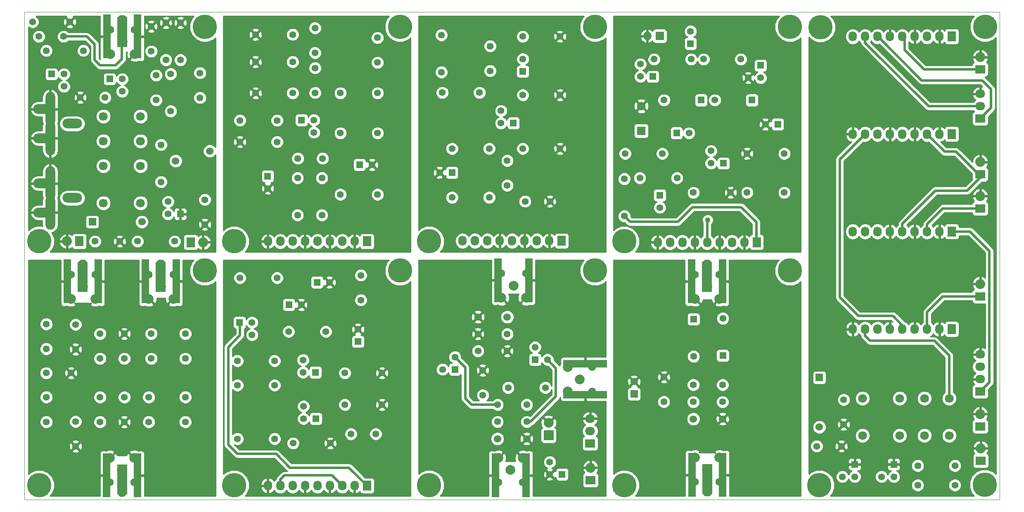
<source format=gtl>
G75*
G71*
%MOMM*%
%OFA0B0*%
%FSLAX53Y53*%
%IPPOS*%
%LPD*%
%ADD12C,1.39700*%
%ADD15O,2.03200X1.72720*%
%ADD18R,1.77800X1.77800*%
%ADD23C,5.00126*%
%ADD24C,1.60020*%
%ADD26R,1.99898X1.99898*%
%ADD27O,2.03200X2.03200*%
%ADD28C,0.50800*%
%ADD31C,0.25400*%
%ADD35R,2.03200X1.80000*%
%ADD38R,1.52400X1.52400*%
%ADD43R,1.42240X1.42240*%
%ADD44R,1.99898X6.09600*%
%ADD47C,1.77800*%
%ADD52R,1.52400X8.99922*%
%ADD53C,1.52400*%
%ADD56C,0.15000*%
%ADD58R,1.72720X2.03200*%
%ADD61O,1.72720X1.72720*%
%ADD65R,1.80000X2.03200*%
%ADD66C,1.79832*%
%ADD68C,1.08966*%
%ADD69O,1.72720X2.03200*%
%ADD70R,2.03200X1.72720*%
%ADD71C,1.42240*%
%ADD75R,1.39700X1.39700*%
%ADD76C,1.99898*%
%ADD78R,1.72720X1.72720*%
%ADD79R,8.99922X1.52400*%
%ADD84O,4.00050X1.99898*%
%ADD85O,1.99898X7.00024*%
X0000000Y0000000D02*
G01*
D56*
D23*
X0037003Y0047000D03*
X0003000Y0003000D03*
D71*
X0033001Y0028960D03*
X0033001Y0034040D03*
X0026001Y0028960D03*
X0026001Y0034040D03*
X0015501Y0034040D03*
X0015501Y0028960D03*
X0004501Y0030960D03*
X0004501Y0036040D03*
X0004501Y0015960D03*
X0004501Y0021040D03*
X0015501Y0021039D03*
X0015501Y0015959D03*
X0025501Y0015959D03*
X0025501Y0021039D03*
X0033002Y0015959D03*
X0033002Y0021039D03*
D12*
X0020501Y0028960D03*
X0020501Y0034040D03*
X0010501Y0035940D03*
X0010501Y0030860D03*
X0010500Y0016040D03*
X0010500Y0010960D03*
X0004461Y0026000D03*
X0009541Y0026000D03*
X0020500Y0021039D03*
X0020500Y0015959D03*
D52*
X0023196Y0005001D03*
D56*
G36*
X0019032Y0001108D02*
X0021030Y0001108D01*
X0020431Y0000608D01*
X0019631Y0000608D01*
X0019032Y0001108D01*
X0019032Y0001108D01*
G37*
D52*
X0016871Y0005001D03*
D44*
X0020031Y0004160D03*
D76*
X0019980Y0006101D03*
D24*
X0017481Y0003601D03*
X0022482Y0003601D03*
D76*
X0022482Y0008600D03*
X0017481Y0008600D03*
D52*
X0008806Y0044799D03*
D56*
G36*
X0012970Y0048692D02*
X0010972Y0048692D01*
X0011571Y0049192D01*
X0012371Y0049192D01*
X0012970Y0048692D01*
X0012970Y0048692D01*
G37*
D52*
X0015131Y0044799D03*
D44*
X0011971Y0045640D03*
D76*
X0012022Y0043699D03*
D24*
X0014521Y0046199D03*
X0009520Y0046199D03*
D76*
X0009520Y0041200D03*
X0014521Y0041200D03*
D52*
X0024806Y0044799D03*
D56*
G36*
X0028970Y0048692D02*
X0026972Y0048692D01*
X0027571Y0049192D01*
X0028371Y0049192D01*
X0028970Y0048692D01*
X0028970Y0048692D01*
G37*
D52*
X0031131Y0044799D03*
D44*
X0027971Y0045640D03*
D76*
X0028022Y0043699D03*
D24*
X0030521Y0046199D03*
X0025520Y0046199D03*
D76*
X0025520Y0041200D03*
X0030521Y0041200D03*
D28*
X0031131Y0044799D02*
X0031131Y0043870D01*
X0033202Y0044799D02*
X0033501Y0044500D01*
X0031131Y0044799D02*
X0033202Y0044799D01*
X0025501Y0015959D02*
X0025060Y0015959D01*
X0020031Y0004160D02*
X0020031Y0000858D01*
X0028001Y0045610D02*
X0027971Y0045640D01*
X0027971Y0045640D02*
X0027971Y0048942D01*
X0012001Y0045610D02*
X0011971Y0045640D01*
X0011971Y0045640D02*
X0011971Y0048942D01*
D31*
G36*
X0034742Y0049175D02*
X0034346Y0048779D01*
X0033868Y0047627D01*
X0033866Y0046379D01*
X0034343Y0045227D01*
X0035224Y0044344D01*
X0036376Y0043865D01*
X0037624Y0043864D01*
X0038776Y0044341D01*
X0039174Y0044738D01*
X0039174Y0037386D01*
X0004234Y0037386D01*
X0003739Y0037182D01*
X0003360Y0036804D01*
X0003155Y0036309D01*
X0003155Y0035773D01*
X0003359Y0035278D01*
X0003737Y0034899D01*
X0004232Y0034694D01*
X0004768Y0034694D01*
X0005263Y0034898D01*
X0005642Y0035276D01*
X0005847Y0035771D01*
X0005847Y0036307D01*
X0005643Y0036802D01*
X0005265Y0037181D01*
X0004770Y0037386D01*
X0004234Y0037386D01*
X0039174Y0037386D01*
X0039174Y0037274D01*
X0010237Y0037274D01*
X0009747Y0037071D01*
X0009371Y0036696D01*
X0009168Y0036206D01*
X0009167Y0035676D01*
X0009370Y0035186D01*
X0009745Y0034810D01*
X0010235Y0034607D01*
X0010765Y0034606D01*
X0011255Y0034809D01*
X0011631Y0035184D01*
X0011834Y0035674D01*
X0011835Y0036204D01*
X0011632Y0036694D01*
X0011257Y0037070D01*
X0010767Y0037273D01*
X0010237Y0037274D01*
X0039174Y0037274D01*
X0039174Y0035386D01*
X0032734Y0035386D01*
X0025734Y0035386D01*
X0015234Y0035386D01*
X0014739Y0035182D01*
X0014360Y0034804D01*
X0014155Y0034309D01*
X0014155Y0033773D01*
X0014359Y0033278D01*
X0014737Y0032899D01*
X0015232Y0032694D01*
X0015768Y0032694D01*
X0016263Y0032898D01*
X0016642Y0033276D01*
X0016847Y0033771D01*
X0016847Y0034307D01*
X0016643Y0034802D01*
X0016265Y0035181D01*
X0015770Y0035386D01*
X0015234Y0035386D01*
X0025734Y0035386D01*
X0025733Y0035386D01*
X0020694Y0035386D01*
X0020164Y0035357D01*
X0019808Y0035210D01*
X0019746Y0034974D01*
X0019926Y0034795D01*
X0019567Y0034795D01*
X0019331Y0034733D01*
X0019155Y0034233D01*
X0019184Y0033703D01*
X0019331Y0033347D01*
X0019567Y0033285D01*
X0020321Y0034040D01*
X0019567Y0034795D01*
X0019926Y0034795D01*
X0020501Y0034220D01*
X0021256Y0034974D01*
X0021194Y0035210D01*
X0020694Y0035386D01*
X0025733Y0035386D01*
X0025239Y0035182D01*
X0024860Y0034804D01*
X0024857Y0034795D01*
X0021435Y0034795D01*
X0020681Y0034040D01*
X0020860Y0033860D01*
X0020501Y0033860D01*
X0019746Y0033106D01*
X0019808Y0032870D01*
X0020308Y0032694D01*
X0020838Y0032723D01*
X0021194Y0032870D01*
X0021256Y0033106D01*
X0020501Y0033860D01*
X0020860Y0033860D01*
X0021435Y0033285D01*
X0021671Y0033347D01*
X0021847Y0033847D01*
X0021818Y0034377D01*
X0021671Y0034733D01*
X0021435Y0034795D01*
X0024857Y0034795D01*
X0024655Y0034309D01*
X0024655Y0033773D01*
X0024859Y0033278D01*
X0025237Y0032899D01*
X0025732Y0032694D01*
X0026268Y0032694D01*
X0026763Y0032898D01*
X0027142Y0033276D01*
X0027347Y0033771D01*
X0027347Y0034307D01*
X0027143Y0034802D01*
X0026765Y0035181D01*
X0026270Y0035386D01*
X0025734Y0035386D01*
X0032734Y0035386D01*
X0032239Y0035182D01*
X0031860Y0034804D01*
X0031655Y0034309D01*
X0031655Y0033773D01*
X0031859Y0033278D01*
X0032237Y0032899D01*
X0032732Y0032694D01*
X0033268Y0032694D01*
X0033763Y0032898D01*
X0034142Y0033276D01*
X0034347Y0033771D01*
X0034347Y0034307D01*
X0034143Y0034802D01*
X0033765Y0035181D01*
X0033270Y0035386D01*
X0032734Y0035386D01*
X0039174Y0035386D01*
X0039174Y0032306D01*
X0004234Y0032306D01*
X0003739Y0032102D01*
X0003360Y0031724D01*
X0003155Y0031229D01*
X0003155Y0030693D01*
X0003359Y0030198D01*
X0003737Y0029819D01*
X0004232Y0029614D01*
X0004768Y0029614D01*
X0005263Y0029818D01*
X0005642Y0030196D01*
X0005847Y0030691D01*
X0005847Y0031227D01*
X0005643Y0031722D01*
X0005265Y0032101D01*
X0004770Y0032306D01*
X0004234Y0032306D01*
X0039174Y0032306D01*
X0039174Y0032206D01*
X0010694Y0032206D01*
X0010164Y0032177D01*
X0009808Y0032030D01*
X0009746Y0031794D01*
X0009926Y0031615D01*
X0009567Y0031615D01*
X0009331Y0031553D01*
X0009155Y0031053D01*
X0009184Y0030523D01*
X0009331Y0030167D01*
X0009567Y0030105D01*
X0010321Y0030860D01*
X0009567Y0031615D01*
X0009926Y0031615D01*
X0010501Y0031040D01*
X0011256Y0031794D01*
X0011194Y0032030D01*
X0010694Y0032206D01*
X0039174Y0032206D01*
X0039174Y0031615D01*
X0011435Y0031615D01*
X0010681Y0030860D01*
X0010860Y0030680D01*
X0010501Y0030680D01*
X0009746Y0029926D01*
X0009808Y0029690D01*
X0010308Y0029514D01*
X0010838Y0029543D01*
X0011194Y0029690D01*
X0011256Y0029926D01*
X0010501Y0030680D01*
X0010860Y0030680D01*
X0011435Y0030105D01*
X0011671Y0030167D01*
X0011847Y0030667D01*
X0011818Y0031197D01*
X0011671Y0031553D01*
X0011435Y0031615D01*
X0039174Y0031615D01*
X0039174Y0030306D01*
X0032734Y0030306D01*
X0025734Y0030306D01*
X0015234Y0030306D01*
X0014739Y0030102D01*
X0014360Y0029724D01*
X0014155Y0029229D01*
X0014155Y0028693D01*
X0014359Y0028198D01*
X0014737Y0027819D01*
X0015232Y0027614D01*
X0015768Y0027614D01*
X0016263Y0027818D01*
X0016642Y0028196D01*
X0016847Y0028691D01*
X0016847Y0029227D01*
X0016643Y0029722D01*
X0016265Y0030101D01*
X0015770Y0030306D01*
X0015234Y0030306D01*
X0025734Y0030306D01*
X0025704Y0030294D01*
X0020237Y0030294D01*
X0019747Y0030091D01*
X0019371Y0029716D01*
X0019168Y0029226D01*
X0019167Y0028696D01*
X0019370Y0028206D01*
X0019745Y0027830D01*
X0020235Y0027627D01*
X0020765Y0027626D01*
X0021255Y0027829D01*
X0021631Y0028204D01*
X0021834Y0028694D01*
X0021835Y0029224D01*
X0021632Y0029714D01*
X0021257Y0030090D01*
X0020767Y0030293D01*
X0020237Y0030294D01*
X0025704Y0030294D01*
X0025239Y0030102D01*
X0024860Y0029724D01*
X0024655Y0029229D01*
X0024655Y0028693D01*
X0024859Y0028198D01*
X0025237Y0027819D01*
X0025732Y0027614D01*
X0026268Y0027614D01*
X0026763Y0027818D01*
X0027142Y0028196D01*
X0027347Y0028691D01*
X0027347Y0029227D01*
X0027143Y0029722D01*
X0026765Y0030101D01*
X0026270Y0030306D01*
X0025734Y0030306D01*
X0032734Y0030306D01*
X0032239Y0030102D01*
X0031860Y0029724D01*
X0031655Y0029229D01*
X0031655Y0028693D01*
X0031859Y0028198D01*
X0032237Y0027819D01*
X0032732Y0027614D01*
X0033268Y0027614D01*
X0033763Y0027818D01*
X0034142Y0028196D01*
X0034347Y0028691D01*
X0034347Y0029227D01*
X0034143Y0029722D01*
X0033765Y0030101D01*
X0033270Y0030306D01*
X0032734Y0030306D01*
X0039174Y0030306D01*
X0039174Y0027346D01*
X0009734Y0027346D01*
X0009509Y0027334D01*
X0004197Y0027334D01*
X0003707Y0027131D01*
X0003331Y0026756D01*
X0003128Y0026266D01*
X0003127Y0025736D01*
X0003330Y0025246D01*
X0003705Y0024870D01*
X0004195Y0024667D01*
X0004725Y0024666D01*
X0005215Y0024869D01*
X0005591Y0025244D01*
X0005794Y0025734D01*
X0005795Y0026264D01*
X0005592Y0026754D01*
X0005217Y0027130D01*
X0004727Y0027333D01*
X0004197Y0027334D01*
X0009509Y0027334D01*
X0009204Y0027317D01*
X0008848Y0027170D01*
X0008786Y0026934D01*
X0008966Y0026755D01*
X0008607Y0026755D01*
X0008371Y0026693D01*
X0008195Y0026193D01*
X0008224Y0025663D01*
X0008371Y0025307D01*
X0008607Y0025245D01*
X0009361Y0026000D01*
X0008607Y0026755D01*
X0008966Y0026755D01*
X0009541Y0026180D01*
X0010296Y0026934D01*
X0010234Y0027170D01*
X0009734Y0027346D01*
X0039174Y0027346D01*
X0039174Y0026755D01*
X0010475Y0026755D01*
X0009721Y0026000D01*
X0009900Y0025820D01*
X0009541Y0025820D01*
X0008786Y0025066D01*
X0008848Y0024830D01*
X0009348Y0024654D01*
X0009878Y0024683D01*
X0010234Y0024830D01*
X0010296Y0025066D01*
X0009541Y0025820D01*
X0009900Y0025820D01*
X0010475Y0025245D01*
X0010711Y0025307D01*
X0010887Y0025807D01*
X0010858Y0026337D01*
X0010711Y0026693D01*
X0010475Y0026755D01*
X0039174Y0026755D01*
X0039174Y0022386D01*
X0004234Y0022386D01*
X0003739Y0022182D01*
X0003360Y0021804D01*
X0003155Y0021309D01*
X0003155Y0020773D01*
X0003359Y0020278D01*
X0003737Y0019899D01*
X0004232Y0019694D01*
X0004768Y0019694D01*
X0005263Y0019898D01*
X0005642Y0020276D01*
X0005847Y0020771D01*
X0005847Y0021307D01*
X0005643Y0021802D01*
X0005265Y0022181D01*
X0004770Y0022386D01*
X0004234Y0022386D01*
X0039174Y0022386D01*
X0039174Y0022386D01*
X0032735Y0022386D01*
X0025235Y0022386D01*
X0015235Y0022386D01*
X0014740Y0022181D01*
X0014361Y0021803D01*
X0014156Y0021308D01*
X0014155Y0020772D01*
X0014360Y0020278D01*
X0014738Y0019898D01*
X0015233Y0019693D01*
X0015768Y0019693D01*
X0016263Y0019897D01*
X0016642Y0020276D01*
X0016847Y0020770D01*
X0016848Y0021306D01*
X0016643Y0021801D01*
X0016265Y0022180D01*
X0015770Y0022385D01*
X0015235Y0022386D01*
X0025235Y0022386D01*
X0025204Y0022373D01*
X0020236Y0022373D01*
X0019746Y0022170D01*
X0019370Y0021795D01*
X0019167Y0021305D01*
X0019166Y0020775D01*
X0019369Y0020285D01*
X0019744Y0019909D01*
X0020234Y0019706D01*
X0020764Y0019705D01*
X0021255Y0019908D01*
X0021630Y0020283D01*
X0021833Y0020773D01*
X0021834Y0021303D01*
X0021631Y0021793D01*
X0021257Y0022169D01*
X0020767Y0022372D01*
X0020236Y0022373D01*
X0025204Y0022373D01*
X0024740Y0022181D01*
X0024361Y0021803D01*
X0024155Y0021308D01*
X0024155Y0020772D01*
X0024360Y0020278D01*
X0024738Y0019898D01*
X0025233Y0019693D01*
X0025768Y0019693D01*
X0026263Y0019897D01*
X0026642Y0020276D01*
X0026847Y0020770D01*
X0026848Y0021306D01*
X0026643Y0021801D01*
X0026265Y0022180D01*
X0025770Y0022385D01*
X0025235Y0022386D01*
X0032735Y0022386D01*
X0032241Y0022181D01*
X0031861Y0021803D01*
X0031656Y0021308D01*
X0031656Y0020772D01*
X0031860Y0020278D01*
X0032239Y0019898D01*
X0032733Y0019693D01*
X0033269Y0019693D01*
X0033764Y0019897D01*
X0034143Y0020276D01*
X0034348Y0020770D01*
X0034349Y0021306D01*
X0034144Y0021801D01*
X0033766Y0022180D01*
X0033271Y0022385D01*
X0032735Y0022386D01*
X0039174Y0022386D01*
X0039174Y0017374D01*
X0010236Y0017374D01*
X0010072Y0017306D01*
X0004234Y0017306D01*
X0003739Y0017102D01*
X0003360Y0016724D01*
X0003155Y0016229D01*
X0003155Y0015693D01*
X0003359Y0015198D01*
X0003737Y0014819D01*
X0004232Y0014614D01*
X0004768Y0014614D01*
X0005263Y0014818D01*
X0005642Y0015196D01*
X0005847Y0015691D01*
X0005847Y0016227D01*
X0005643Y0016722D01*
X0005265Y0017101D01*
X0004770Y0017306D01*
X0004234Y0017306D01*
X0010072Y0017306D01*
X0009746Y0017172D01*
X0009370Y0016797D01*
X0009167Y0016307D01*
X0009166Y0015776D01*
X0009369Y0015286D01*
X0009744Y0014911D01*
X0010234Y0014707D01*
X0010764Y0014707D01*
X0011255Y0014909D01*
X0011630Y0015284D01*
X0011833Y0015774D01*
X0011834Y0016304D01*
X0011631Y0016795D01*
X0011257Y0017170D01*
X0010767Y0017374D01*
X0010236Y0017374D01*
X0039174Y0017374D01*
X0039174Y0017306D01*
X0032735Y0017306D01*
X0025235Y0017306D01*
X0015235Y0017306D01*
X0014740Y0017101D01*
X0014361Y0016723D01*
X0014156Y0016228D01*
X0014155Y0015692D01*
X0014360Y0015198D01*
X0014738Y0014818D01*
X0015233Y0014613D01*
X0015768Y0014613D01*
X0016263Y0014817D01*
X0016642Y0015196D01*
X0016847Y0015690D01*
X0016848Y0016226D01*
X0016643Y0016721D01*
X0016265Y0017100D01*
X0015770Y0017305D01*
X0015235Y0017306D01*
X0025235Y0017306D01*
X0025234Y0017305D01*
X0020693Y0017305D01*
X0020163Y0017276D01*
X0019807Y0017129D01*
X0019746Y0016893D01*
X0019925Y0016714D01*
X0019566Y0016714D01*
X0019330Y0016652D01*
X0019154Y0016152D01*
X0019183Y0015622D01*
X0019330Y0015266D01*
X0019566Y0015205D01*
X0020321Y0015959D01*
X0019566Y0016714D01*
X0019925Y0016714D01*
X0020500Y0016139D01*
X0021255Y0016893D01*
X0021193Y0017129D01*
X0020693Y0017305D01*
X0025234Y0017305D01*
X0024740Y0017101D01*
X0024361Y0016723D01*
X0024357Y0016714D01*
X0021434Y0016714D01*
X0020680Y0015959D01*
X0020859Y0015779D01*
X0020500Y0015779D01*
X0019746Y0015025D01*
X0019807Y0014789D01*
X0020308Y0014613D01*
X0020837Y0014642D01*
X0021193Y0014789D01*
X0021255Y0015025D01*
X0020500Y0015779D01*
X0020859Y0015779D01*
X0021434Y0015205D01*
X0021670Y0015266D01*
X0021846Y0015767D01*
X0021817Y0016296D01*
X0021670Y0016652D01*
X0021434Y0016714D01*
X0024357Y0016714D01*
X0024155Y0016228D01*
X0024155Y0015692D01*
X0024360Y0015198D01*
X0024738Y0014818D01*
X0025233Y0014613D01*
X0025768Y0014613D01*
X0026263Y0014817D01*
X0026642Y0015196D01*
X0026847Y0015690D01*
X0026848Y0016226D01*
X0026643Y0016721D01*
X0026265Y0017100D01*
X0025770Y0017305D01*
X0025235Y0017306D01*
X0032735Y0017306D01*
X0032241Y0017101D01*
X0031861Y0016723D01*
X0031656Y0016228D01*
X0031656Y0015692D01*
X0031860Y0015198D01*
X0032239Y0014818D01*
X0032733Y0014613D01*
X0033269Y0014613D01*
X0033764Y0014817D01*
X0034143Y0015196D01*
X0034348Y0015690D01*
X0034349Y0016226D01*
X0034144Y0016721D01*
X0033766Y0017100D01*
X0033271Y0017305D01*
X0032735Y0017306D01*
X0039174Y0017306D01*
X0039174Y0012306D01*
X0010693Y0012306D01*
X0010163Y0012278D01*
X0009807Y0012130D01*
X0009746Y0011895D01*
X0009925Y0011715D01*
X0009566Y0011715D01*
X0009330Y0011653D01*
X0009154Y0011153D01*
X0009183Y0010623D01*
X0009330Y0010267D01*
X0009566Y0010206D01*
X0010321Y0010960D01*
X0009566Y0011715D01*
X0009925Y0011715D01*
X0010500Y0011140D01*
X0011255Y0011895D01*
X0011193Y0012130D01*
X0010693Y0012306D01*
X0039174Y0012306D01*
X0039174Y0011715D01*
X0011434Y0011715D01*
X0010680Y0010960D01*
X0010859Y0010781D01*
X0010500Y0010781D01*
X0009746Y0010026D01*
X0009807Y0009791D01*
X0010308Y0009614D01*
X0010837Y0009643D01*
X0011193Y0009791D01*
X0011255Y0010026D01*
X0010500Y0010781D01*
X0010859Y0010781D01*
X0011434Y0010206D01*
X0011670Y0010267D01*
X0011846Y0010768D01*
X0011817Y0011298D01*
X0011670Y0011653D01*
X0011434Y0011715D01*
X0039174Y0011715D01*
X0039174Y0000826D01*
X0024593Y0000826D01*
X0024593Y0004715D01*
X0024434Y0004874D01*
X0023323Y0004874D01*
X0023323Y0004854D01*
X0023237Y0004854D01*
X0023236Y0004855D01*
X0023049Y0004922D01*
X0023049Y0005128D01*
X0023069Y0005128D01*
X0023069Y0007062D01*
X0023323Y0007167D01*
X0023323Y0005128D01*
X0024434Y0005128D01*
X0024593Y0005286D01*
X0024593Y0009627D01*
X0024496Y0009860D01*
X0024318Y0010039D01*
X0024084Y0010135D01*
X0023832Y0010135D01*
X0023482Y0010135D01*
X0023359Y0010012D01*
X0023356Y0010019D01*
X0022747Y0010245D01*
X0022097Y0010221D01*
X0021608Y0010019D01*
X0021510Y0009752D01*
X0021799Y0009463D01*
X0021799Y0009127D01*
X0021775Y0009127D01*
X0021330Y0009572D01*
X0021063Y0009474D01*
X0020934Y0009127D01*
X0019043Y0009127D01*
X0018900Y0009474D01*
X0018633Y0009572D01*
X0018268Y0009208D01*
X0018268Y0009567D01*
X0018453Y0009752D01*
X0018355Y0010019D01*
X0017745Y0010245D01*
X0017095Y0010221D01*
X0016674Y0010047D01*
X0016585Y0010135D01*
X0016236Y0010135D01*
X0015983Y0010135D01*
X0015750Y0010039D01*
X0015571Y0009860D01*
X0015474Y0009627D01*
X0015474Y0005286D01*
X0015633Y0005128D01*
X0016744Y0005128D01*
X0016744Y0007130D01*
X0016998Y0007036D01*
X0016998Y0005128D01*
X0017018Y0005128D01*
X0017018Y0004976D01*
X0016744Y0004862D01*
X0016744Y0004874D01*
X0015633Y0004874D01*
X0015474Y0004715D01*
X0015474Y0000826D01*
X0005260Y0000826D01*
X0005656Y0001221D01*
X0006135Y0002374D01*
X0006136Y0003621D01*
X0005659Y0004774D01*
X0004778Y0005657D01*
X0003626Y0006135D01*
X0002379Y0006136D01*
X0001226Y0005660D01*
X0000825Y0005260D01*
X0000825Y0049175D01*
X0007409Y0049175D01*
X0007409Y0045085D01*
X0007568Y0044926D01*
X0008679Y0044926D01*
X0008679Y0044946D01*
X0008765Y0044946D01*
X0008766Y0044945D01*
X0008953Y0044878D01*
X0008953Y0044672D01*
X0008933Y0044672D01*
X0008933Y0042738D01*
X0008679Y0042633D01*
X0008679Y0044672D01*
X0007568Y0044672D01*
X0007409Y0044514D01*
X0007409Y0040173D01*
X0007506Y0039940D01*
X0007684Y0039761D01*
X0007918Y0039665D01*
X0008170Y0039665D01*
X0008520Y0039665D01*
X0008643Y0039788D01*
X0008646Y0039781D01*
X0009255Y0039555D01*
X0009905Y0039579D01*
X0010394Y0039781D01*
X0010492Y0040048D01*
X0010203Y0040337D01*
X0010203Y0040373D01*
X0010527Y0040373D01*
X0010672Y0040228D01*
X0010939Y0040326D01*
X0010956Y0040373D01*
X0013083Y0040373D01*
X0013102Y0040326D01*
X0013369Y0040228D01*
X0013514Y0040373D01*
X0013734Y0040373D01*
X0013734Y0040233D01*
X0013549Y0040048D01*
X0013647Y0039781D01*
X0014257Y0039555D01*
X0014907Y0039579D01*
X0015328Y0039753D01*
X0015417Y0039665D01*
X0015766Y0039665D01*
X0016019Y0039665D01*
X0016252Y0039761D01*
X0016431Y0039940D01*
X0016528Y0040173D01*
X0016528Y0044514D01*
X0016369Y0044672D01*
X0015258Y0044672D01*
X0015258Y0042670D01*
X0015128Y0042718D01*
X0015128Y0044884D01*
X0015258Y0044938D01*
X0015258Y0044926D01*
X0016369Y0044926D01*
X0016528Y0045085D01*
X0016528Y0049175D01*
X0023409Y0049175D01*
X0023409Y0045085D01*
X0023568Y0044926D01*
X0024679Y0044926D01*
X0024679Y0044946D01*
X0024765Y0044946D01*
X0024766Y0044945D01*
X0024953Y0044878D01*
X0024953Y0044672D01*
X0024933Y0044672D01*
X0024933Y0042738D01*
X0024679Y0042633D01*
X0024679Y0044672D01*
X0023568Y0044672D01*
X0023409Y0044514D01*
X0023409Y0040173D01*
X0023506Y0039940D01*
X0023684Y0039761D01*
X0023918Y0039665D01*
X0024170Y0039665D01*
X0024520Y0039665D01*
X0024644Y0039788D01*
X0024646Y0039781D01*
X0025255Y0039555D01*
X0025905Y0039579D01*
X0026394Y0039781D01*
X0026492Y0040048D01*
X0026203Y0040337D01*
X0026203Y0040696D01*
X0026672Y0040228D01*
X0026939Y0040326D01*
X0027165Y0040936D01*
X0027149Y0041373D01*
X0028001Y0041373D01*
X0028879Y0041373D01*
X0028900Y0040815D01*
X0029102Y0040326D01*
X0029369Y0040228D01*
X0029734Y0040592D01*
X0029734Y0040233D01*
X0029549Y0040048D01*
X0029647Y0039781D01*
X0030257Y0039555D01*
X0030907Y0039579D01*
X0031328Y0039753D01*
X0031417Y0039665D01*
X0031766Y0039665D01*
X0032019Y0039665D01*
X0032252Y0039761D01*
X0032431Y0039940D01*
X0032528Y0040173D01*
X0032528Y0044514D01*
X0032369Y0044672D01*
X0031258Y0044672D01*
X0031258Y0042670D01*
X0031004Y0042764D01*
X0031004Y0044672D01*
X0030984Y0044672D01*
X0030984Y0044824D01*
X0031258Y0044938D01*
X0031258Y0044926D01*
X0032369Y0044926D01*
X0032528Y0045085D01*
X0032528Y0049175D01*
X0034742Y0049175D01*
X0034742Y0049175D01*
G37*
X0034742Y0049175D02*
X0034346Y0048779D01*
X0033868Y0047627D01*
X0033866Y0046379D01*
X0034343Y0045227D01*
X0035224Y0044344D01*
X0036376Y0043865D01*
X0037624Y0043864D01*
X0038776Y0044341D01*
X0039174Y0044738D01*
X0039174Y0037386D01*
X0004234Y0037386D01*
X0003739Y0037182D01*
X0003360Y0036804D01*
X0003155Y0036309D01*
X0003155Y0035773D01*
X0003359Y0035278D01*
X0003737Y0034899D01*
X0004232Y0034694D01*
X0004768Y0034694D01*
X0005263Y0034898D01*
X0005642Y0035276D01*
X0005847Y0035771D01*
X0005847Y0036307D01*
X0005643Y0036802D01*
X0005265Y0037181D01*
X0004770Y0037386D01*
X0004234Y0037386D01*
X0039174Y0037386D01*
X0039174Y0037274D01*
X0010237Y0037274D01*
X0009747Y0037071D01*
X0009371Y0036696D01*
X0009168Y0036206D01*
X0009167Y0035676D01*
X0009370Y0035186D01*
X0009745Y0034810D01*
X0010235Y0034607D01*
X0010765Y0034606D01*
X0011255Y0034809D01*
X0011631Y0035184D01*
X0011834Y0035674D01*
X0011835Y0036204D01*
X0011632Y0036694D01*
X0011257Y0037070D01*
X0010767Y0037273D01*
X0010237Y0037274D01*
X0039174Y0037274D01*
X0039174Y0035386D01*
X0032734Y0035386D01*
X0025734Y0035386D01*
X0015234Y0035386D01*
X0014739Y0035182D01*
X0014360Y0034804D01*
X0014155Y0034309D01*
X0014155Y0033773D01*
X0014359Y0033278D01*
X0014737Y0032899D01*
X0015232Y0032694D01*
X0015768Y0032694D01*
X0016263Y0032898D01*
X0016642Y0033276D01*
X0016847Y0033771D01*
X0016847Y0034307D01*
X0016643Y0034802D01*
X0016265Y0035181D01*
X0015770Y0035386D01*
X0015234Y0035386D01*
X0025734Y0035386D01*
X0025733Y0035386D01*
X0020694Y0035386D01*
X0020164Y0035357D01*
X0019808Y0035210D01*
X0019746Y0034974D01*
X0019926Y0034795D01*
X0019567Y0034795D01*
X0019331Y0034733D01*
X0019155Y0034233D01*
X0019184Y0033703D01*
X0019331Y0033347D01*
X0019567Y0033285D01*
X0020321Y0034040D01*
X0019567Y0034795D01*
X0019926Y0034795D01*
X0020501Y0034220D01*
X0021256Y0034974D01*
X0021194Y0035210D01*
X0020694Y0035386D01*
X0025733Y0035386D01*
X0025239Y0035182D01*
X0024860Y0034804D01*
X0024857Y0034795D01*
X0021435Y0034795D01*
X0020681Y0034040D01*
X0020860Y0033860D01*
X0020501Y0033860D01*
X0019746Y0033106D01*
X0019808Y0032870D01*
X0020308Y0032694D01*
X0020838Y0032723D01*
X0021194Y0032870D01*
X0021256Y0033106D01*
X0020501Y0033860D01*
X0020860Y0033860D01*
X0021435Y0033285D01*
X0021671Y0033347D01*
X0021847Y0033847D01*
X0021818Y0034377D01*
X0021671Y0034733D01*
X0021435Y0034795D01*
X0024857Y0034795D01*
X0024655Y0034309D01*
X0024655Y0033773D01*
X0024859Y0033278D01*
X0025237Y0032899D01*
X0025732Y0032694D01*
X0026268Y0032694D01*
X0026763Y0032898D01*
X0027142Y0033276D01*
X0027347Y0033771D01*
X0027347Y0034307D01*
X0027143Y0034802D01*
X0026765Y0035181D01*
X0026270Y0035386D01*
X0025734Y0035386D01*
X0032734Y0035386D01*
X0032239Y0035182D01*
X0031860Y0034804D01*
X0031655Y0034309D01*
X0031655Y0033773D01*
X0031859Y0033278D01*
X0032237Y0032899D01*
X0032732Y0032694D01*
X0033268Y0032694D01*
X0033763Y0032898D01*
X0034142Y0033276D01*
X0034347Y0033771D01*
X0034347Y0034307D01*
X0034143Y0034802D01*
X0033765Y0035181D01*
X0033270Y0035386D01*
X0032734Y0035386D01*
X0039174Y0035386D01*
X0039174Y0032306D01*
X0004234Y0032306D01*
X0003739Y0032102D01*
X0003360Y0031724D01*
X0003155Y0031229D01*
X0003155Y0030693D01*
X0003359Y0030198D01*
X0003737Y0029819D01*
X0004232Y0029614D01*
X0004768Y0029614D01*
X0005263Y0029818D01*
X0005642Y0030196D01*
X0005847Y0030691D01*
X0005847Y0031227D01*
X0005643Y0031722D01*
X0005265Y0032101D01*
X0004770Y0032306D01*
X0004234Y0032306D01*
X0039174Y0032306D01*
X0039174Y0032206D01*
X0010694Y0032206D01*
X0010164Y0032177D01*
X0009808Y0032030D01*
X0009746Y0031794D01*
X0009926Y0031615D01*
X0009567Y0031615D01*
X0009331Y0031553D01*
X0009155Y0031053D01*
X0009184Y0030523D01*
X0009331Y0030167D01*
X0009567Y0030105D01*
X0010321Y0030860D01*
X0009567Y0031615D01*
X0009926Y0031615D01*
X0010501Y0031040D01*
X0011256Y0031794D01*
X0011194Y0032030D01*
X0010694Y0032206D01*
X0039174Y0032206D01*
X0039174Y0031615D01*
X0011435Y0031615D01*
X0010681Y0030860D01*
X0010860Y0030680D01*
X0010501Y0030680D01*
X0009746Y0029926D01*
X0009808Y0029690D01*
X0010308Y0029514D01*
X0010838Y0029543D01*
X0011194Y0029690D01*
X0011256Y0029926D01*
X0010501Y0030680D01*
X0010860Y0030680D01*
X0011435Y0030105D01*
X0011671Y0030167D01*
X0011847Y0030667D01*
X0011818Y0031197D01*
X0011671Y0031553D01*
X0011435Y0031615D01*
X0039174Y0031615D01*
X0039174Y0030306D01*
X0032734Y0030306D01*
X0025734Y0030306D01*
X0015234Y0030306D01*
X0014739Y0030102D01*
X0014360Y0029724D01*
X0014155Y0029229D01*
X0014155Y0028693D01*
X0014359Y0028198D01*
X0014737Y0027819D01*
X0015232Y0027614D01*
X0015768Y0027614D01*
X0016263Y0027818D01*
X0016642Y0028196D01*
X0016847Y0028691D01*
X0016847Y0029227D01*
X0016643Y0029722D01*
X0016265Y0030101D01*
X0015770Y0030306D01*
X0015234Y0030306D01*
X0025734Y0030306D01*
X0025704Y0030294D01*
X0020237Y0030294D01*
X0019747Y0030091D01*
X0019371Y0029716D01*
X0019168Y0029226D01*
X0019167Y0028696D01*
X0019370Y0028206D01*
X0019745Y0027830D01*
X0020235Y0027627D01*
X0020765Y0027626D01*
X0021255Y0027829D01*
X0021631Y0028204D01*
X0021834Y0028694D01*
X0021835Y0029224D01*
X0021632Y0029714D01*
X0021257Y0030090D01*
X0020767Y0030293D01*
X0020237Y0030294D01*
X0025704Y0030294D01*
X0025239Y0030102D01*
X0024860Y0029724D01*
X0024655Y0029229D01*
X0024655Y0028693D01*
X0024859Y0028198D01*
X0025237Y0027819D01*
X0025732Y0027614D01*
X0026268Y0027614D01*
X0026763Y0027818D01*
X0027142Y0028196D01*
X0027347Y0028691D01*
X0027347Y0029227D01*
X0027143Y0029722D01*
X0026765Y0030101D01*
X0026270Y0030306D01*
X0025734Y0030306D01*
X0032734Y0030306D01*
X0032239Y0030102D01*
X0031860Y0029724D01*
X0031655Y0029229D01*
X0031655Y0028693D01*
X0031859Y0028198D01*
X0032237Y0027819D01*
X0032732Y0027614D01*
X0033268Y0027614D01*
X0033763Y0027818D01*
X0034142Y0028196D01*
X0034347Y0028691D01*
X0034347Y0029227D01*
X0034143Y0029722D01*
X0033765Y0030101D01*
X0033270Y0030306D01*
X0032734Y0030306D01*
X0039174Y0030306D01*
X0039174Y0027346D01*
X0009734Y0027346D01*
X0009509Y0027334D01*
X0004197Y0027334D01*
X0003707Y0027131D01*
X0003331Y0026756D01*
X0003128Y0026266D01*
X0003127Y0025736D01*
X0003330Y0025246D01*
X0003705Y0024870D01*
X0004195Y0024667D01*
X0004725Y0024666D01*
X0005215Y0024869D01*
X0005591Y0025244D01*
X0005794Y0025734D01*
X0005795Y0026264D01*
X0005592Y0026754D01*
X0005217Y0027130D01*
X0004727Y0027333D01*
X0004197Y0027334D01*
X0009509Y0027334D01*
X0009204Y0027317D01*
X0008848Y0027170D01*
X0008786Y0026934D01*
X0008966Y0026755D01*
X0008607Y0026755D01*
X0008371Y0026693D01*
X0008195Y0026193D01*
X0008224Y0025663D01*
X0008371Y0025307D01*
X0008607Y0025245D01*
X0009361Y0026000D01*
X0008607Y0026755D01*
X0008966Y0026755D01*
X0009541Y0026180D01*
X0010296Y0026934D01*
X0010234Y0027170D01*
X0009734Y0027346D01*
X0039174Y0027346D01*
X0039174Y0026755D01*
X0010475Y0026755D01*
X0009721Y0026000D01*
X0009900Y0025820D01*
X0009541Y0025820D01*
X0008786Y0025066D01*
X0008848Y0024830D01*
X0009348Y0024654D01*
X0009878Y0024683D01*
X0010234Y0024830D01*
X0010296Y0025066D01*
X0009541Y0025820D01*
X0009900Y0025820D01*
X0010475Y0025245D01*
X0010711Y0025307D01*
X0010887Y0025807D01*
X0010858Y0026337D01*
X0010711Y0026693D01*
X0010475Y0026755D01*
X0039174Y0026755D01*
X0039174Y0022386D01*
X0004234Y0022386D01*
X0003739Y0022182D01*
X0003360Y0021804D01*
X0003155Y0021309D01*
X0003155Y0020773D01*
X0003359Y0020278D01*
X0003737Y0019899D01*
X0004232Y0019694D01*
X0004768Y0019694D01*
X0005263Y0019898D01*
X0005642Y0020276D01*
X0005847Y0020771D01*
X0005847Y0021307D01*
X0005643Y0021802D01*
X0005265Y0022181D01*
X0004770Y0022386D01*
X0004234Y0022386D01*
X0039174Y0022386D01*
X0039174Y0022386D01*
X0032735Y0022386D01*
X0025235Y0022386D01*
X0015235Y0022386D01*
X0014740Y0022181D01*
X0014361Y0021803D01*
X0014156Y0021308D01*
X0014155Y0020772D01*
X0014360Y0020278D01*
X0014738Y0019898D01*
X0015233Y0019693D01*
X0015768Y0019693D01*
X0016263Y0019897D01*
X0016642Y0020276D01*
X0016847Y0020770D01*
X0016848Y0021306D01*
X0016643Y0021801D01*
X0016265Y0022180D01*
X0015770Y0022385D01*
X0015235Y0022386D01*
X0025235Y0022386D01*
X0025204Y0022373D01*
X0020236Y0022373D01*
X0019746Y0022170D01*
X0019370Y0021795D01*
X0019167Y0021305D01*
X0019166Y0020775D01*
X0019369Y0020285D01*
X0019744Y0019909D01*
X0020234Y0019706D01*
X0020764Y0019705D01*
X0021255Y0019908D01*
X0021630Y0020283D01*
X0021833Y0020773D01*
X0021834Y0021303D01*
X0021631Y0021793D01*
X0021257Y0022169D01*
X0020767Y0022372D01*
X0020236Y0022373D01*
X0025204Y0022373D01*
X0024740Y0022181D01*
X0024361Y0021803D01*
X0024155Y0021308D01*
X0024155Y0020772D01*
X0024360Y0020278D01*
X0024738Y0019898D01*
X0025233Y0019693D01*
X0025768Y0019693D01*
X0026263Y0019897D01*
X0026642Y0020276D01*
X0026847Y0020770D01*
X0026848Y0021306D01*
X0026643Y0021801D01*
X0026265Y0022180D01*
X0025770Y0022385D01*
X0025235Y0022386D01*
X0032735Y0022386D01*
X0032241Y0022181D01*
X0031861Y0021803D01*
X0031656Y0021308D01*
X0031656Y0020772D01*
X0031860Y0020278D01*
X0032239Y0019898D01*
X0032733Y0019693D01*
X0033269Y0019693D01*
X0033764Y0019897D01*
X0034143Y0020276D01*
X0034348Y0020770D01*
X0034349Y0021306D01*
X0034144Y0021801D01*
X0033766Y0022180D01*
X0033271Y0022385D01*
X0032735Y0022386D01*
X0039174Y0022386D01*
X0039174Y0017374D01*
X0010236Y0017374D01*
X0010072Y0017306D01*
X0004234Y0017306D01*
X0003739Y0017102D01*
X0003360Y0016724D01*
X0003155Y0016229D01*
X0003155Y0015693D01*
X0003359Y0015198D01*
X0003737Y0014819D01*
X0004232Y0014614D01*
X0004768Y0014614D01*
X0005263Y0014818D01*
X0005642Y0015196D01*
X0005847Y0015691D01*
X0005847Y0016227D01*
X0005643Y0016722D01*
X0005265Y0017101D01*
X0004770Y0017306D01*
X0004234Y0017306D01*
X0010072Y0017306D01*
X0009746Y0017172D01*
X0009370Y0016797D01*
X0009167Y0016307D01*
X0009166Y0015776D01*
X0009369Y0015286D01*
X0009744Y0014911D01*
X0010234Y0014707D01*
X0010764Y0014707D01*
X0011255Y0014909D01*
X0011630Y0015284D01*
X0011833Y0015774D01*
X0011834Y0016304D01*
X0011631Y0016795D01*
X0011257Y0017170D01*
X0010767Y0017374D01*
X0010236Y0017374D01*
X0039174Y0017374D01*
X0039174Y0017306D01*
X0032735Y0017306D01*
X0025235Y0017306D01*
X0015235Y0017306D01*
X0014740Y0017101D01*
X0014361Y0016723D01*
X0014156Y0016228D01*
X0014155Y0015692D01*
X0014360Y0015198D01*
X0014738Y0014818D01*
X0015233Y0014613D01*
X0015768Y0014613D01*
X0016263Y0014817D01*
X0016642Y0015196D01*
X0016847Y0015690D01*
X0016848Y0016226D01*
X0016643Y0016721D01*
X0016265Y0017100D01*
X0015770Y0017305D01*
X0015235Y0017306D01*
X0025235Y0017306D01*
X0025234Y0017305D01*
X0020693Y0017305D01*
X0020163Y0017276D01*
X0019807Y0017129D01*
X0019746Y0016893D01*
X0019925Y0016714D01*
X0019566Y0016714D01*
X0019330Y0016652D01*
X0019154Y0016152D01*
X0019183Y0015622D01*
X0019330Y0015266D01*
X0019566Y0015205D01*
X0020321Y0015959D01*
X0019566Y0016714D01*
X0019925Y0016714D01*
X0020500Y0016139D01*
X0021255Y0016893D01*
X0021193Y0017129D01*
X0020693Y0017305D01*
X0025234Y0017305D01*
X0024740Y0017101D01*
X0024361Y0016723D01*
X0024357Y0016714D01*
X0021434Y0016714D01*
X0020680Y0015959D01*
X0020859Y0015779D01*
X0020500Y0015779D01*
X0019746Y0015025D01*
X0019807Y0014789D01*
X0020308Y0014613D01*
X0020837Y0014642D01*
X0021193Y0014789D01*
X0021255Y0015025D01*
X0020500Y0015779D01*
X0020859Y0015779D01*
X0021434Y0015205D01*
X0021670Y0015266D01*
X0021846Y0015767D01*
X0021817Y0016296D01*
X0021670Y0016652D01*
X0021434Y0016714D01*
X0024357Y0016714D01*
X0024155Y0016228D01*
X0024155Y0015692D01*
X0024360Y0015198D01*
X0024738Y0014818D01*
X0025233Y0014613D01*
X0025768Y0014613D01*
X0026263Y0014817D01*
X0026642Y0015196D01*
X0026847Y0015690D01*
X0026848Y0016226D01*
X0026643Y0016721D01*
X0026265Y0017100D01*
X0025770Y0017305D01*
X0025235Y0017306D01*
X0032735Y0017306D01*
X0032241Y0017101D01*
X0031861Y0016723D01*
X0031656Y0016228D01*
X0031656Y0015692D01*
X0031860Y0015198D01*
X0032239Y0014818D01*
X0032733Y0014613D01*
X0033269Y0014613D01*
X0033764Y0014817D01*
X0034143Y0015196D01*
X0034348Y0015690D01*
X0034349Y0016226D01*
X0034144Y0016721D01*
X0033766Y0017100D01*
X0033271Y0017305D01*
X0032735Y0017306D01*
X0039174Y0017306D01*
X0039174Y0012306D01*
X0010693Y0012306D01*
X0010163Y0012278D01*
X0009807Y0012130D01*
X0009746Y0011895D01*
X0009925Y0011715D01*
X0009566Y0011715D01*
X0009330Y0011653D01*
X0009154Y0011153D01*
X0009183Y0010623D01*
X0009330Y0010267D01*
X0009566Y0010206D01*
X0010321Y0010960D01*
X0009566Y0011715D01*
X0009925Y0011715D01*
X0010500Y0011140D01*
X0011255Y0011895D01*
X0011193Y0012130D01*
X0010693Y0012306D01*
X0039174Y0012306D01*
X0039174Y0011715D01*
X0011434Y0011715D01*
X0010680Y0010960D01*
X0010859Y0010781D01*
X0010500Y0010781D01*
X0009746Y0010026D01*
X0009807Y0009791D01*
X0010308Y0009614D01*
X0010837Y0009643D01*
X0011193Y0009791D01*
X0011255Y0010026D01*
X0010500Y0010781D01*
X0010859Y0010781D01*
X0011434Y0010206D01*
X0011670Y0010267D01*
X0011846Y0010768D01*
X0011817Y0011298D01*
X0011670Y0011653D01*
X0011434Y0011715D01*
X0039174Y0011715D01*
X0039174Y0000826D01*
X0024593Y0000826D01*
X0024593Y0004715D01*
X0024434Y0004874D01*
X0023323Y0004874D01*
X0023323Y0004854D01*
X0023237Y0004854D01*
X0023236Y0004855D01*
X0023049Y0004922D01*
X0023049Y0005128D01*
X0023069Y0005128D01*
X0023069Y0007062D01*
X0023323Y0007167D01*
X0023323Y0005128D01*
X0024434Y0005128D01*
X0024593Y0005286D01*
X0024593Y0009627D01*
X0024496Y0009860D01*
X0024318Y0010039D01*
X0024084Y0010135D01*
X0023832Y0010135D01*
X0023482Y0010135D01*
X0023359Y0010012D01*
X0023356Y0010019D01*
X0022747Y0010245D01*
X0022097Y0010221D01*
X0021608Y0010019D01*
X0021510Y0009752D01*
X0021799Y0009463D01*
X0021799Y0009127D01*
X0021775Y0009127D01*
X0021330Y0009572D01*
X0021063Y0009474D01*
X0020934Y0009127D01*
X0019043Y0009127D01*
X0018900Y0009474D01*
X0018633Y0009572D01*
X0018268Y0009208D01*
X0018268Y0009567D01*
X0018453Y0009752D01*
X0018355Y0010019D01*
X0017745Y0010245D01*
X0017095Y0010221D01*
X0016674Y0010047D01*
X0016585Y0010135D01*
X0016236Y0010135D01*
X0015983Y0010135D01*
X0015750Y0010039D01*
X0015571Y0009860D01*
X0015474Y0009627D01*
X0015474Y0005286D01*
X0015633Y0005128D01*
X0016744Y0005128D01*
X0016744Y0007130D01*
X0016998Y0007036D01*
X0016998Y0005128D01*
X0017018Y0005128D01*
X0017018Y0004976D01*
X0016744Y0004862D01*
X0016744Y0004874D01*
X0015633Y0004874D01*
X0015474Y0004715D01*
X0015474Y0000826D01*
X0005260Y0000826D01*
X0005656Y0001221D01*
X0006135Y0002374D01*
X0006136Y0003621D01*
X0005659Y0004774D01*
X0004778Y0005657D01*
X0003626Y0006135D01*
X0002379Y0006136D01*
X0001226Y0005660D01*
X0000825Y0005260D01*
X0000825Y0049175D01*
X0007409Y0049175D01*
X0007409Y0045085D01*
X0007568Y0044926D01*
X0008679Y0044926D01*
X0008679Y0044946D01*
X0008765Y0044946D01*
X0008766Y0044945D01*
X0008953Y0044878D01*
X0008953Y0044672D01*
X0008933Y0044672D01*
X0008933Y0042738D01*
X0008679Y0042633D01*
X0008679Y0044672D01*
X0007568Y0044672D01*
X0007409Y0044514D01*
X0007409Y0040173D01*
X0007506Y0039940D01*
X0007684Y0039761D01*
X0007918Y0039665D01*
X0008170Y0039665D01*
X0008520Y0039665D01*
X0008643Y0039788D01*
X0008646Y0039781D01*
X0009255Y0039555D01*
X0009905Y0039579D01*
X0010394Y0039781D01*
X0010492Y0040048D01*
X0010203Y0040337D01*
X0010203Y0040373D01*
X0010527Y0040373D01*
X0010672Y0040228D01*
X0010939Y0040326D01*
X0010956Y0040373D01*
X0013083Y0040373D01*
X0013102Y0040326D01*
X0013369Y0040228D01*
X0013514Y0040373D01*
X0013734Y0040373D01*
X0013734Y0040233D01*
X0013549Y0040048D01*
X0013647Y0039781D01*
X0014257Y0039555D01*
X0014907Y0039579D01*
X0015328Y0039753D01*
X0015417Y0039665D01*
X0015766Y0039665D01*
X0016019Y0039665D01*
X0016252Y0039761D01*
X0016431Y0039940D01*
X0016528Y0040173D01*
X0016528Y0044514D01*
X0016369Y0044672D01*
X0015258Y0044672D01*
X0015258Y0042670D01*
X0015128Y0042718D01*
X0015128Y0044884D01*
X0015258Y0044938D01*
X0015258Y0044926D01*
X0016369Y0044926D01*
X0016528Y0045085D01*
X0016528Y0049175D01*
X0023409Y0049175D01*
X0023409Y0045085D01*
X0023568Y0044926D01*
X0024679Y0044926D01*
X0024679Y0044946D01*
X0024765Y0044946D01*
X0024766Y0044945D01*
X0024953Y0044878D01*
X0024953Y0044672D01*
X0024933Y0044672D01*
X0024933Y0042738D01*
X0024679Y0042633D01*
X0024679Y0044672D01*
X0023568Y0044672D01*
X0023409Y0044514D01*
X0023409Y0040173D01*
X0023506Y0039940D01*
X0023684Y0039761D01*
X0023918Y0039665D01*
X0024170Y0039665D01*
X0024520Y0039665D01*
X0024644Y0039788D01*
X0024646Y0039781D01*
X0025255Y0039555D01*
X0025905Y0039579D01*
X0026394Y0039781D01*
X0026492Y0040048D01*
X0026203Y0040337D01*
X0026203Y0040696D01*
X0026672Y0040228D01*
X0026939Y0040326D01*
X0027165Y0040936D01*
X0027149Y0041373D01*
X0028001Y0041373D01*
X0028879Y0041373D01*
X0028900Y0040815D01*
X0029102Y0040326D01*
X0029369Y0040228D01*
X0029734Y0040592D01*
X0029734Y0040233D01*
X0029549Y0040048D01*
X0029647Y0039781D01*
X0030257Y0039555D01*
X0030907Y0039579D01*
X0031328Y0039753D01*
X0031417Y0039665D01*
X0031766Y0039665D01*
X0032019Y0039665D01*
X0032252Y0039761D01*
X0032431Y0039940D01*
X0032528Y0040173D01*
X0032528Y0044514D01*
X0032369Y0044672D01*
X0031258Y0044672D01*
X0031258Y0042670D01*
X0031004Y0042764D01*
X0031004Y0044672D01*
X0030984Y0044672D01*
X0030984Y0044824D01*
X0031258Y0044938D01*
X0031258Y0044926D01*
X0032369Y0044926D01*
X0032528Y0045085D01*
X0032528Y0049175D01*
X0034742Y0049175D01*
X0040000Y0000000D02*
G01*
D56*
D23*
X0077003Y0047000D03*
X0043000Y0003000D03*
D12*
X0043690Y0028499D03*
X0051310Y0028499D03*
X0043690Y0012500D03*
X0051310Y0012500D03*
X0055091Y0011600D03*
X0062711Y0011600D03*
X0065692Y0026000D03*
X0073312Y0026000D03*
X0065692Y0019500D03*
X0073312Y0019500D03*
X0043690Y0023500D03*
X0051310Y0023500D03*
X0054191Y0034501D03*
X0061811Y0034501D03*
X0044191Y0045499D03*
X0051811Y0045499D03*
X0069002Y0046040D03*
X0069002Y0040960D03*
X0066962Y0013500D03*
X0072042Y0013500D03*
D75*
X0068401Y0032430D03*
D12*
X0068401Y0034970D03*
D75*
X0054231Y0040000D03*
D12*
X0056771Y0040000D03*
D75*
X0060031Y0044600D03*
D12*
X0062571Y0044600D03*
D58*
X0070261Y0002900D03*
D69*
X0067721Y0002900D03*
X0065181Y0002900D03*
X0062641Y0002900D03*
X0060101Y0002900D03*
X0057561Y0002900D03*
X0055021Y0002900D03*
X0052481Y0002900D03*
X0049941Y0002900D03*
D75*
X0059771Y0016630D03*
D12*
X0057231Y0016630D03*
X0057231Y0019170D03*
D75*
X0059671Y0026130D03*
D12*
X0057131Y0026130D03*
X0057131Y0028670D03*
D75*
X0044131Y0036370D03*
D12*
X0046671Y0036370D03*
X0046671Y0033830D03*
D28*
X0044232Y0033731D02*
X0041801Y0031300D01*
X0041801Y0031300D02*
X0041801Y0011300D01*
X0041801Y0011300D02*
X0043701Y0009400D01*
X0043701Y0009400D02*
X0051601Y0009400D01*
X0051601Y0009400D02*
X0054401Y0006600D01*
X0054401Y0006600D02*
X0066561Y0006600D01*
X0066561Y0006600D02*
X0070261Y0002900D01*
X0044232Y0036269D02*
X0044232Y0033731D01*
X0052481Y0004180D02*
X0053301Y0005000D01*
X0053301Y0005000D02*
X0063081Y0005000D01*
X0063081Y0005000D02*
X0065181Y0002900D01*
X0052481Y0002900D02*
X0052481Y0004180D01*
D31*
G36*
X0074742Y0049175D02*
X0074346Y0048779D01*
X0073868Y0047627D01*
X0073867Y0047374D01*
X0068737Y0047374D01*
X0068247Y0047171D01*
X0067908Y0046833D01*
X0051547Y0046833D01*
X0043927Y0046833D01*
X0043436Y0046630D01*
X0043061Y0046256D01*
X0042858Y0045766D01*
X0042857Y0045235D01*
X0043060Y0044745D01*
X0043435Y0044369D01*
X0043924Y0044166D01*
X0044455Y0044166D01*
X0044945Y0044368D01*
X0045321Y0044743D01*
X0045524Y0045233D01*
X0045525Y0045763D01*
X0045322Y0046254D01*
X0044947Y0046629D01*
X0044457Y0046833D01*
X0043927Y0046833D01*
X0051547Y0046833D01*
X0051056Y0046630D01*
X0050681Y0046256D01*
X0050478Y0045766D01*
X0050477Y0045235D01*
X0050680Y0044745D01*
X0051055Y0044369D01*
X0051544Y0044166D01*
X0052075Y0044166D01*
X0052565Y0044368D01*
X0052941Y0044743D01*
X0053144Y0045233D01*
X0053145Y0045763D01*
X0052942Y0046254D01*
X0052567Y0046629D01*
X0052077Y0046833D01*
X0051547Y0046833D01*
X0067908Y0046833D01*
X0067872Y0046797D01*
X0067668Y0046307D01*
X0067668Y0045946D01*
X0060730Y0045946D01*
X0059333Y0045946D01*
X0059090Y0045899D01*
X0058878Y0045759D01*
X0058735Y0045548D01*
X0058685Y0045299D01*
X0058685Y0043902D01*
X0058732Y0043659D01*
X0058872Y0043447D01*
X0059083Y0043304D01*
X0059333Y0043254D01*
X0060730Y0043254D01*
X0060972Y0043301D01*
X0061184Y0043441D01*
X0061327Y0043652D01*
X0061377Y0043902D01*
X0061377Y0043966D01*
X0061401Y0043907D01*
X0061637Y0043845D01*
X0062391Y0044600D01*
X0061637Y0045355D01*
X0061401Y0045293D01*
X0061377Y0045224D01*
X0061377Y0045299D01*
X0061330Y0045541D01*
X0061190Y0045753D01*
X0060979Y0045896D01*
X0060730Y0045946D01*
X0067668Y0045946D01*
X0067668Y0045946D01*
X0062764Y0045946D01*
X0062234Y0045917D01*
X0061878Y0045770D01*
X0061816Y0045534D01*
X0062571Y0044780D01*
X0063326Y0045534D01*
X0063264Y0045770D01*
X0062764Y0045946D01*
X0067668Y0045946D01*
X0067668Y0045776D01*
X0067842Y0045355D01*
X0063505Y0045355D01*
X0062751Y0044600D01*
X0062930Y0044420D01*
X0062571Y0044420D01*
X0061816Y0043666D01*
X0061878Y0043430D01*
X0062378Y0043254D01*
X0062908Y0043283D01*
X0063264Y0043430D01*
X0063326Y0043666D01*
X0062571Y0044420D01*
X0062930Y0044420D01*
X0063505Y0043845D01*
X0063741Y0043907D01*
X0063917Y0044407D01*
X0063888Y0044937D01*
X0063741Y0045293D01*
X0063505Y0045355D01*
X0067842Y0045355D01*
X0067870Y0045286D01*
X0068245Y0044910D01*
X0068735Y0044707D01*
X0069266Y0044707D01*
X0069756Y0044909D01*
X0070131Y0045284D01*
X0070335Y0045774D01*
X0070335Y0046304D01*
X0070133Y0046795D01*
X0069758Y0047170D01*
X0069268Y0047374D01*
X0068737Y0047374D01*
X0073867Y0047374D01*
X0073866Y0046379D01*
X0074343Y0045227D01*
X0075224Y0044344D01*
X0076376Y0043865D01*
X0077624Y0043864D01*
X0078776Y0044341D01*
X0079174Y0044738D01*
X0079174Y0042294D01*
X0068737Y0042294D01*
X0068247Y0042091D01*
X0067872Y0041717D01*
X0067718Y0041346D01*
X0054930Y0041346D01*
X0053533Y0041346D01*
X0053290Y0041299D01*
X0053078Y0041159D01*
X0052935Y0040948D01*
X0052885Y0040699D01*
X0052885Y0039302D01*
X0052932Y0039059D01*
X0053072Y0038847D01*
X0053283Y0038704D01*
X0053533Y0038654D01*
X0054930Y0038654D01*
X0055172Y0038701D01*
X0055384Y0038841D01*
X0055527Y0039052D01*
X0055577Y0039302D01*
X0055577Y0039366D01*
X0055601Y0039307D01*
X0055837Y0039245D01*
X0056591Y0040000D01*
X0055837Y0040755D01*
X0055601Y0040693D01*
X0055577Y0040624D01*
X0055577Y0040699D01*
X0055530Y0040941D01*
X0055390Y0041153D01*
X0055179Y0041296D01*
X0054930Y0041346D01*
X0067718Y0041346D01*
X0067718Y0041346D01*
X0056964Y0041346D01*
X0056434Y0041317D01*
X0056078Y0041170D01*
X0056016Y0040934D01*
X0056771Y0040180D01*
X0057526Y0040934D01*
X0057464Y0041170D01*
X0056964Y0041346D01*
X0067718Y0041346D01*
X0067668Y0041227D01*
X0067668Y0040755D01*
X0057705Y0040755D01*
X0056951Y0040000D01*
X0057130Y0039820D01*
X0056771Y0039820D01*
X0056016Y0039066D01*
X0056078Y0038830D01*
X0056578Y0038654D01*
X0057108Y0038683D01*
X0057464Y0038830D01*
X0057526Y0039066D01*
X0056771Y0039820D01*
X0057130Y0039820D01*
X0057705Y0039245D01*
X0057941Y0039307D01*
X0058117Y0039807D01*
X0058088Y0040337D01*
X0057941Y0040693D01*
X0057705Y0040755D01*
X0067668Y0040755D01*
X0067668Y0040696D01*
X0067870Y0040206D01*
X0068245Y0039830D01*
X0068735Y0039627D01*
X0069266Y0039627D01*
X0069756Y0039829D01*
X0070131Y0040204D01*
X0070335Y0040694D01*
X0070335Y0041224D01*
X0070133Y0041715D01*
X0069758Y0042090D01*
X0069268Y0042294D01*
X0068737Y0042294D01*
X0079174Y0042294D01*
X0079174Y0037716D01*
X0044830Y0037716D01*
X0043433Y0037716D01*
X0043190Y0037669D01*
X0042978Y0037529D01*
X0042835Y0037318D01*
X0042785Y0037069D01*
X0042785Y0035672D01*
X0042832Y0035429D01*
X0042972Y0035217D01*
X0043183Y0035074D01*
X0043343Y0035042D01*
X0043343Y0034099D01*
X0041172Y0031929D01*
X0040980Y0031640D01*
X0040912Y0031300D01*
X0040912Y0011300D01*
X0040980Y0010960D01*
X0041172Y0010671D01*
X0043072Y0008771D01*
X0043361Y0008579D01*
X0043701Y0008511D01*
X0051233Y0008511D01*
X0053772Y0005971D01*
X0053896Y0005889D01*
X0053301Y0005889D01*
X0052961Y0005821D01*
X0052961Y0005821D01*
X0052672Y0005629D01*
X0051852Y0004809D01*
X0051660Y0004520D01*
X0051610Y0004270D01*
X0051421Y0004144D01*
X0051215Y0003835D01*
X0050843Y0004251D01*
X0050316Y0004505D01*
X0050300Y0004507D01*
X0049582Y0004507D01*
X0049566Y0004505D01*
X0049039Y0004251D01*
X0048649Y0003814D01*
X0048456Y0003262D01*
X0048600Y0003027D01*
X0049814Y0003027D01*
X0049814Y0004386D01*
X0049582Y0004507D01*
X0050300Y0004507D01*
X0050068Y0004386D01*
X0050068Y0003027D01*
X0050088Y0003027D01*
X0050088Y0002773D01*
X0050068Y0002773D01*
X0049814Y0002773D01*
X0048600Y0002773D01*
X0048456Y0002538D01*
X0048649Y0001986D01*
X0049039Y0001549D01*
X0049566Y0001295D01*
X0049582Y0001293D01*
X0049814Y0001414D01*
X0049814Y0002773D01*
X0050068Y0002773D01*
X0050068Y0001414D01*
X0050300Y0001293D01*
X0050316Y0001295D01*
X0050843Y0001549D01*
X0051215Y0001965D01*
X0051421Y0001656D01*
X0051908Y0001331D01*
X0052481Y0001217D01*
X0053054Y0001331D01*
X0053541Y0001656D01*
X0053751Y0001970D01*
X0053961Y0001656D01*
X0054448Y0001331D01*
X0055021Y0001217D01*
X0055594Y0001331D01*
X0056081Y0001656D01*
X0056287Y0001965D01*
X0056659Y0001549D01*
X0057186Y0001295D01*
X0057202Y0001293D01*
X0057434Y0001414D01*
X0057434Y0002773D01*
X0057414Y0002773D01*
X0057414Y0003027D01*
X0057434Y0003027D01*
X0057434Y0003047D01*
X0057688Y0003047D01*
X0057688Y0003027D01*
X0057708Y0003027D01*
X0057708Y0002773D01*
X0057688Y0002773D01*
X0057688Y0001414D01*
X0057920Y0001293D01*
X0057936Y0001295D01*
X0058463Y0001549D01*
X0058835Y0001965D01*
X0059041Y0001656D01*
X0059528Y0001331D01*
X0060101Y0001217D01*
X0060674Y0001331D01*
X0061161Y0001656D01*
X0061367Y0001965D01*
X0061739Y0001549D01*
X0062266Y0001295D01*
X0062282Y0001293D01*
X0062514Y0001414D01*
X0062514Y0002773D01*
X0062494Y0002773D01*
X0062494Y0003027D01*
X0062514Y0003027D01*
X0062514Y0003047D01*
X0062768Y0003047D01*
X0062768Y0003027D01*
X0062788Y0003027D01*
X0062788Y0002773D01*
X0062768Y0002773D01*
X0062768Y0001414D01*
X0063000Y0001293D01*
X0063016Y0001295D01*
X0063543Y0001549D01*
X0063915Y0001965D01*
X0064121Y0001656D01*
X0064608Y0001331D01*
X0065181Y0001217D01*
X0065754Y0001331D01*
X0066241Y0001656D01*
X0066447Y0001965D01*
X0066819Y0001549D01*
X0067346Y0001295D01*
X0067362Y0001293D01*
X0067594Y0001414D01*
X0067594Y0002773D01*
X0067574Y0002773D01*
X0067574Y0003027D01*
X0067594Y0003027D01*
X0067594Y0003047D01*
X0067848Y0003047D01*
X0067848Y0003027D01*
X0067868Y0003027D01*
X0067868Y0002773D01*
X0067848Y0002773D01*
X0067848Y0001414D01*
X0068080Y0001293D01*
X0068096Y0001295D01*
X0068623Y0001549D01*
X0068781Y0001726D01*
X0068797Y0001642D01*
X0068937Y0001429D01*
X0069148Y0001287D01*
X0069397Y0001237D01*
X0071125Y0001237D01*
X0071367Y0001284D01*
X0071580Y0001423D01*
X0071722Y0001634D01*
X0071772Y0001884D01*
X0071772Y0003916D01*
X0071725Y0004158D01*
X0071585Y0004371D01*
X0071374Y0004513D01*
X0071125Y0004563D01*
X0069855Y0004563D01*
X0067190Y0007229D01*
X0066901Y0007421D01*
X0066901Y0007421D01*
X0066561Y0007489D01*
X0054769Y0007489D01*
X0052230Y0010029D01*
X0051941Y0010221D01*
X0051941Y0010221D01*
X0051601Y0010289D01*
X0044069Y0010289D01*
X0043027Y0011331D01*
X0043424Y0011166D01*
X0043955Y0011166D01*
X0044445Y0011368D01*
X0044820Y0011743D01*
X0045024Y0012233D01*
X0045024Y0012764D01*
X0044822Y0013254D01*
X0044447Y0013629D01*
X0043957Y0013833D01*
X0043426Y0013833D01*
X0042936Y0013631D01*
X0042690Y0013385D01*
X0042690Y0022615D01*
X0042934Y0022371D01*
X0043424Y0022167D01*
X0043955Y0022167D01*
X0044445Y0022369D01*
X0044820Y0022744D01*
X0045024Y0023234D01*
X0045024Y0023764D01*
X0044822Y0024255D01*
X0044447Y0024630D01*
X0043957Y0024834D01*
X0043426Y0024834D01*
X0042936Y0024631D01*
X0042690Y0024386D01*
X0042690Y0027614D01*
X0042934Y0027369D01*
X0043424Y0027166D01*
X0043955Y0027165D01*
X0044445Y0027368D01*
X0044820Y0027743D01*
X0045024Y0028233D01*
X0045024Y0028763D01*
X0044822Y0029253D01*
X0044447Y0029629D01*
X0043957Y0029832D01*
X0043426Y0029833D01*
X0042936Y0029630D01*
X0042690Y0029385D01*
X0042690Y0030932D01*
X0044860Y0033102D01*
X0045053Y0033390D01*
X0045053Y0033390D01*
X0045121Y0033731D01*
X0045121Y0035103D01*
X0045284Y0035211D01*
X0045427Y0035422D01*
X0045477Y0035672D01*
X0045477Y0035768D01*
X0045540Y0035616D01*
X0045915Y0035240D01*
X0046252Y0035100D01*
X0045917Y0034961D01*
X0045541Y0034586D01*
X0045338Y0034096D01*
X0045337Y0033566D01*
X0045540Y0033076D01*
X0045915Y0032700D01*
X0046405Y0032497D01*
X0046935Y0032496D01*
X0047425Y0032699D01*
X0047801Y0033074D01*
X0048004Y0033564D01*
X0048005Y0034094D01*
X0047802Y0034584D01*
X0047427Y0034960D01*
X0047090Y0035100D01*
X0047425Y0035239D01*
X0047801Y0035614D01*
X0048004Y0036104D01*
X0048005Y0036634D01*
X0047802Y0037124D01*
X0047427Y0037500D01*
X0046937Y0037703D01*
X0046407Y0037704D01*
X0045917Y0037501D01*
X0045541Y0037126D01*
X0045477Y0036972D01*
X0045477Y0037069D01*
X0045430Y0037311D01*
X0045290Y0037523D01*
X0045079Y0037666D01*
X0044830Y0037716D01*
X0079174Y0037716D01*
X0079174Y0036316D01*
X0068594Y0036316D01*
X0068064Y0036287D01*
X0067708Y0036140D01*
X0067646Y0035904D01*
X0067716Y0035835D01*
X0061547Y0035835D01*
X0053927Y0035835D01*
X0053436Y0035632D01*
X0053061Y0035257D01*
X0052858Y0034767D01*
X0052857Y0034237D01*
X0053060Y0033747D01*
X0053434Y0033371D01*
X0053924Y0033168D01*
X0054455Y0033167D01*
X0054945Y0033370D01*
X0055321Y0033745D01*
X0055524Y0034235D01*
X0055525Y0034765D01*
X0055322Y0035255D01*
X0054947Y0035631D01*
X0054457Y0035834D01*
X0053927Y0035835D01*
X0061547Y0035835D01*
X0061056Y0035632D01*
X0060681Y0035257D01*
X0060478Y0034767D01*
X0060477Y0034237D01*
X0060680Y0033747D01*
X0061054Y0033371D01*
X0061544Y0033168D01*
X0062075Y0033167D01*
X0062565Y0033370D01*
X0062941Y0033745D01*
X0063144Y0034235D01*
X0063145Y0034765D01*
X0062942Y0035255D01*
X0062567Y0035631D01*
X0062077Y0035834D01*
X0061547Y0035835D01*
X0067716Y0035835D01*
X0067826Y0035725D01*
X0067467Y0035725D01*
X0067231Y0035663D01*
X0067055Y0035163D01*
X0067084Y0034633D01*
X0067231Y0034277D01*
X0067467Y0034215D01*
X0068221Y0034970D01*
X0067467Y0035725D01*
X0067826Y0035725D01*
X0068401Y0035150D01*
X0069156Y0035904D01*
X0069094Y0036140D01*
X0068594Y0036316D01*
X0079174Y0036316D01*
X0079174Y0035725D01*
X0069335Y0035725D01*
X0068581Y0034970D01*
X0068760Y0034790D01*
X0068401Y0034790D01*
X0067646Y0034036D01*
X0067708Y0033800D01*
X0067777Y0033776D01*
X0067703Y0033776D01*
X0067460Y0033729D01*
X0067248Y0033589D01*
X0067105Y0033378D01*
X0067055Y0033129D01*
X0067055Y0031732D01*
X0067102Y0031489D01*
X0067242Y0031277D01*
X0067453Y0031134D01*
X0067703Y0031084D01*
X0069100Y0031084D01*
X0069342Y0031131D01*
X0069554Y0031271D01*
X0069697Y0031482D01*
X0069747Y0031732D01*
X0069747Y0033129D01*
X0069700Y0033371D01*
X0069560Y0033583D01*
X0069349Y0033726D01*
X0069100Y0033776D01*
X0069035Y0033776D01*
X0069094Y0033800D01*
X0069156Y0034036D01*
X0068401Y0034790D01*
X0068760Y0034790D01*
X0069335Y0034215D01*
X0069571Y0034277D01*
X0069747Y0034777D01*
X0069718Y0035307D01*
X0069571Y0035663D01*
X0069335Y0035725D01*
X0079174Y0035725D01*
X0079174Y0030004D01*
X0056867Y0030004D01*
X0056453Y0029833D01*
X0051046Y0029833D01*
X0050556Y0029630D01*
X0050181Y0029255D01*
X0049977Y0028765D01*
X0049977Y0028235D01*
X0050179Y0027745D01*
X0050554Y0027369D01*
X0051044Y0027166D01*
X0051575Y0027165D01*
X0052065Y0027368D01*
X0052440Y0027743D01*
X0052644Y0028233D01*
X0052644Y0028763D01*
X0052442Y0029253D01*
X0052067Y0029629D01*
X0051577Y0029832D01*
X0051046Y0029833D01*
X0056453Y0029833D01*
X0056377Y0029801D01*
X0056001Y0029426D01*
X0055798Y0028936D01*
X0055797Y0028406D01*
X0056000Y0027916D01*
X0056375Y0027540D01*
X0056712Y0027400D01*
X0056377Y0027261D01*
X0056001Y0026886D01*
X0055798Y0026396D01*
X0055797Y0025866D01*
X0056000Y0025376D01*
X0056375Y0025000D01*
X0056775Y0024834D01*
X0051046Y0024834D01*
X0050556Y0024631D01*
X0050181Y0024257D01*
X0049977Y0023767D01*
X0049977Y0023236D01*
X0050179Y0022746D01*
X0050554Y0022371D01*
X0051044Y0022167D01*
X0051575Y0022167D01*
X0052065Y0022369D01*
X0052440Y0022744D01*
X0052644Y0023234D01*
X0052644Y0023764D01*
X0052442Y0024255D01*
X0052067Y0024630D01*
X0051577Y0024834D01*
X0051046Y0024834D01*
X0056775Y0024834D01*
X0056865Y0024797D01*
X0057395Y0024796D01*
X0057885Y0024999D01*
X0058261Y0025374D01*
X0058325Y0025528D01*
X0058325Y0025432D01*
X0058372Y0025189D01*
X0058512Y0024977D01*
X0058723Y0024834D01*
X0058973Y0024784D01*
X0060370Y0024784D01*
X0060612Y0024831D01*
X0060824Y0024971D01*
X0060967Y0025182D01*
X0061017Y0025432D01*
X0061017Y0026829D01*
X0060970Y0027071D01*
X0060830Y0027283D01*
X0060619Y0027426D01*
X0060370Y0027476D01*
X0058973Y0027476D01*
X0058730Y0027429D01*
X0058518Y0027289D01*
X0058375Y0027078D01*
X0058325Y0026829D01*
X0058325Y0026732D01*
X0058262Y0026884D01*
X0057887Y0027260D01*
X0057550Y0027400D01*
X0057885Y0027539D01*
X0058261Y0027914D01*
X0058464Y0028404D01*
X0058465Y0028934D01*
X0058262Y0029424D01*
X0057887Y0029800D01*
X0057397Y0030003D01*
X0056867Y0030004D01*
X0079174Y0030004D01*
X0079174Y0027346D01*
X0073504Y0027346D01*
X0073280Y0027333D01*
X0065428Y0027333D01*
X0064938Y0027131D01*
X0064562Y0026756D01*
X0064359Y0026266D01*
X0064358Y0025736D01*
X0064561Y0025245D01*
X0064936Y0024870D01*
X0065426Y0024666D01*
X0065956Y0024666D01*
X0066446Y0024869D01*
X0066822Y0025243D01*
X0067025Y0025733D01*
X0067026Y0026264D01*
X0066823Y0026754D01*
X0066448Y0027130D01*
X0065958Y0027333D01*
X0065428Y0027333D01*
X0073280Y0027333D01*
X0072975Y0027317D01*
X0072619Y0027170D01*
X0072557Y0026934D01*
X0072737Y0026754D01*
X0072378Y0026754D01*
X0072142Y0026693D01*
X0071966Y0026192D01*
X0071995Y0025663D01*
X0072142Y0025307D01*
X0072378Y0025245D01*
X0073132Y0026000D01*
X0072378Y0026754D01*
X0072737Y0026754D01*
X0073312Y0026179D01*
X0074067Y0026934D01*
X0074005Y0027170D01*
X0073504Y0027346D01*
X0079174Y0027346D01*
X0079174Y0026754D01*
X0074246Y0026754D01*
X0073492Y0026000D01*
X0073671Y0025820D01*
X0073312Y0025820D01*
X0072557Y0025066D01*
X0072619Y0024830D01*
X0073119Y0024654D01*
X0073649Y0024683D01*
X0074005Y0024830D01*
X0074067Y0025066D01*
X0073312Y0025820D01*
X0073671Y0025820D01*
X0074246Y0025245D01*
X0074482Y0025307D01*
X0074658Y0025807D01*
X0074629Y0026337D01*
X0074482Y0026693D01*
X0074246Y0026754D01*
X0079174Y0026754D01*
X0079174Y0020846D01*
X0073504Y0020846D01*
X0073280Y0020834D01*
X0065428Y0020834D01*
X0064938Y0020631D01*
X0064810Y0020504D01*
X0056967Y0020504D01*
X0056477Y0020301D01*
X0056101Y0019926D01*
X0055898Y0019436D01*
X0055897Y0018906D01*
X0056100Y0018416D01*
X0056475Y0018040D01*
X0056812Y0017900D01*
X0056477Y0017761D01*
X0056101Y0017386D01*
X0055898Y0016896D01*
X0055897Y0016366D01*
X0056100Y0015876D01*
X0056475Y0015500D01*
X0056965Y0015297D01*
X0057495Y0015296D01*
X0057985Y0015499D01*
X0058361Y0015874D01*
X0058425Y0016028D01*
X0058425Y0015932D01*
X0058472Y0015689D01*
X0058612Y0015477D01*
X0058823Y0015334D01*
X0059073Y0015284D01*
X0060470Y0015284D01*
X0060712Y0015331D01*
X0060924Y0015471D01*
X0061067Y0015682D01*
X0061117Y0015932D01*
X0061117Y0017329D01*
X0061070Y0017571D01*
X0060930Y0017783D01*
X0060719Y0017926D01*
X0060470Y0017976D01*
X0059073Y0017976D01*
X0058830Y0017929D01*
X0058618Y0017789D01*
X0058475Y0017578D01*
X0058425Y0017329D01*
X0058425Y0017232D01*
X0058362Y0017384D01*
X0057987Y0017760D01*
X0057650Y0017900D01*
X0057985Y0018039D01*
X0058361Y0018414D01*
X0058564Y0018904D01*
X0058565Y0019434D01*
X0058362Y0019924D01*
X0057987Y0020300D01*
X0057497Y0020503D01*
X0056967Y0020504D01*
X0064810Y0020504D01*
X0064562Y0020256D01*
X0064359Y0019766D01*
X0064358Y0019236D01*
X0064561Y0018745D01*
X0064936Y0018370D01*
X0065426Y0018167D01*
X0065956Y0018166D01*
X0066446Y0018369D01*
X0066822Y0018743D01*
X0067025Y0019233D01*
X0067026Y0019764D01*
X0066823Y0020254D01*
X0066448Y0020630D01*
X0065958Y0020833D01*
X0065428Y0020834D01*
X0073280Y0020834D01*
X0072975Y0020817D01*
X0072619Y0020670D01*
X0072557Y0020434D01*
X0072737Y0020254D01*
X0072378Y0020254D01*
X0072142Y0020193D01*
X0071966Y0019692D01*
X0071995Y0019163D01*
X0072142Y0018807D01*
X0072378Y0018745D01*
X0073132Y0019500D01*
X0072378Y0020254D01*
X0072737Y0020254D01*
X0073312Y0019679D01*
X0074067Y0020434D01*
X0074005Y0020670D01*
X0073504Y0020846D01*
X0079174Y0020846D01*
X0079174Y0020254D01*
X0074246Y0020254D01*
X0073492Y0019500D01*
X0073671Y0019320D01*
X0073312Y0019320D01*
X0072557Y0018566D01*
X0072619Y0018330D01*
X0073119Y0018154D01*
X0073649Y0018183D01*
X0074005Y0018330D01*
X0074067Y0018566D01*
X0073312Y0019320D01*
X0073671Y0019320D01*
X0074246Y0018745D01*
X0074482Y0018807D01*
X0074658Y0019307D01*
X0074629Y0019837D01*
X0074482Y0020193D01*
X0074246Y0020254D01*
X0079174Y0020254D01*
X0079174Y0014834D01*
X0071778Y0014834D01*
X0066698Y0014834D01*
X0066208Y0014632D01*
X0065832Y0014257D01*
X0065656Y0013833D01*
X0051046Y0013833D01*
X0050556Y0013631D01*
X0050181Y0013256D01*
X0049977Y0012766D01*
X0049977Y0012236D01*
X0050179Y0011745D01*
X0050554Y0011370D01*
X0051044Y0011166D01*
X0051575Y0011166D01*
X0052065Y0011368D01*
X0052440Y0011743D01*
X0052644Y0012233D01*
X0052644Y0012764D01*
X0052442Y0013254D01*
X0052067Y0013629D01*
X0051577Y0013833D01*
X0051046Y0013833D01*
X0065656Y0013833D01*
X0065629Y0013767D01*
X0065628Y0013236D01*
X0065748Y0012946D01*
X0062904Y0012946D01*
X0062679Y0012934D01*
X0054827Y0012934D01*
X0054337Y0012731D01*
X0053961Y0012356D01*
X0053758Y0011866D01*
X0053757Y0011336D01*
X0053960Y0010846D01*
X0054335Y0010470D01*
X0054825Y0010267D01*
X0055355Y0010266D01*
X0055845Y0010469D01*
X0056221Y0010844D01*
X0056424Y0011334D01*
X0056425Y0011864D01*
X0056222Y0012354D01*
X0055847Y0012730D01*
X0055357Y0012933D01*
X0054827Y0012934D01*
X0062679Y0012934D01*
X0062374Y0012917D01*
X0062018Y0012770D01*
X0061956Y0012534D01*
X0062136Y0012355D01*
X0061777Y0012355D01*
X0061541Y0012293D01*
X0061365Y0011793D01*
X0061394Y0011263D01*
X0061541Y0010907D01*
X0061777Y0010845D01*
X0062531Y0011600D01*
X0061777Y0012355D01*
X0062136Y0012355D01*
X0062711Y0011780D01*
X0063466Y0012534D01*
X0063404Y0012770D01*
X0062904Y0012946D01*
X0065748Y0012946D01*
X0065831Y0012746D01*
X0066206Y0012371D01*
X0066244Y0012355D01*
X0063645Y0012355D01*
X0062891Y0011600D01*
X0063070Y0011420D01*
X0062711Y0011420D01*
X0061956Y0010666D01*
X0062018Y0010430D01*
X0062518Y0010254D01*
X0063048Y0010283D01*
X0063404Y0010430D01*
X0063466Y0010666D01*
X0062711Y0011420D01*
X0063070Y0011420D01*
X0063645Y0010845D01*
X0063881Y0010907D01*
X0064057Y0011407D01*
X0064028Y0011937D01*
X0063881Y0012293D01*
X0063645Y0012355D01*
X0066244Y0012355D01*
X0066696Y0012167D01*
X0067226Y0012167D01*
X0067716Y0012369D01*
X0068092Y0012744D01*
X0068295Y0013234D01*
X0068296Y0013764D01*
X0068093Y0014255D01*
X0067718Y0014630D01*
X0067228Y0014834D01*
X0066698Y0014834D01*
X0071778Y0014834D01*
X0071288Y0014632D01*
X0070912Y0014257D01*
X0070709Y0013767D01*
X0070708Y0013236D01*
X0070911Y0012746D01*
X0071286Y0012371D01*
X0071776Y0012167D01*
X0072306Y0012167D01*
X0072796Y0012369D01*
X0073172Y0012744D01*
X0073375Y0013234D01*
X0073376Y0013764D01*
X0073173Y0014255D01*
X0072798Y0014630D01*
X0072308Y0014834D01*
X0071778Y0014834D01*
X0079174Y0014834D01*
X0079174Y0000826D01*
X0045260Y0000826D01*
X0045656Y0001221D01*
X0046135Y0002374D01*
X0046136Y0003621D01*
X0045659Y0004774D01*
X0044778Y0005657D01*
X0043626Y0006135D01*
X0042379Y0006136D01*
X0041226Y0005660D01*
X0040825Y0005260D01*
X0040825Y0049175D01*
X0074742Y0049175D01*
X0074742Y0049175D01*
G37*
X0074742Y0049175D02*
X0074346Y0048779D01*
X0073868Y0047627D01*
X0073867Y0047374D01*
X0068737Y0047374D01*
X0068247Y0047171D01*
X0067908Y0046833D01*
X0051547Y0046833D01*
X0043927Y0046833D01*
X0043436Y0046630D01*
X0043061Y0046256D01*
X0042858Y0045766D01*
X0042857Y0045235D01*
X0043060Y0044745D01*
X0043435Y0044369D01*
X0043924Y0044166D01*
X0044455Y0044166D01*
X0044945Y0044368D01*
X0045321Y0044743D01*
X0045524Y0045233D01*
X0045525Y0045763D01*
X0045322Y0046254D01*
X0044947Y0046629D01*
X0044457Y0046833D01*
X0043927Y0046833D01*
X0051547Y0046833D01*
X0051056Y0046630D01*
X0050681Y0046256D01*
X0050478Y0045766D01*
X0050477Y0045235D01*
X0050680Y0044745D01*
X0051055Y0044369D01*
X0051544Y0044166D01*
X0052075Y0044166D01*
X0052565Y0044368D01*
X0052941Y0044743D01*
X0053144Y0045233D01*
X0053145Y0045763D01*
X0052942Y0046254D01*
X0052567Y0046629D01*
X0052077Y0046833D01*
X0051547Y0046833D01*
X0067908Y0046833D01*
X0067872Y0046797D01*
X0067668Y0046307D01*
X0067668Y0045946D01*
X0060730Y0045946D01*
X0059333Y0045946D01*
X0059090Y0045899D01*
X0058878Y0045759D01*
X0058735Y0045548D01*
X0058685Y0045299D01*
X0058685Y0043902D01*
X0058732Y0043659D01*
X0058872Y0043447D01*
X0059083Y0043304D01*
X0059333Y0043254D01*
X0060730Y0043254D01*
X0060972Y0043301D01*
X0061184Y0043441D01*
X0061327Y0043652D01*
X0061377Y0043902D01*
X0061377Y0043966D01*
X0061401Y0043907D01*
X0061637Y0043845D01*
X0062391Y0044600D01*
X0061637Y0045355D01*
X0061401Y0045293D01*
X0061377Y0045224D01*
X0061377Y0045299D01*
X0061330Y0045541D01*
X0061190Y0045753D01*
X0060979Y0045896D01*
X0060730Y0045946D01*
X0067668Y0045946D01*
X0067668Y0045946D01*
X0062764Y0045946D01*
X0062234Y0045917D01*
X0061878Y0045770D01*
X0061816Y0045534D01*
X0062571Y0044780D01*
X0063326Y0045534D01*
X0063264Y0045770D01*
X0062764Y0045946D01*
X0067668Y0045946D01*
X0067668Y0045776D01*
X0067842Y0045355D01*
X0063505Y0045355D01*
X0062751Y0044600D01*
X0062930Y0044420D01*
X0062571Y0044420D01*
X0061816Y0043666D01*
X0061878Y0043430D01*
X0062378Y0043254D01*
X0062908Y0043283D01*
X0063264Y0043430D01*
X0063326Y0043666D01*
X0062571Y0044420D01*
X0062930Y0044420D01*
X0063505Y0043845D01*
X0063741Y0043907D01*
X0063917Y0044407D01*
X0063888Y0044937D01*
X0063741Y0045293D01*
X0063505Y0045355D01*
X0067842Y0045355D01*
X0067870Y0045286D01*
X0068245Y0044910D01*
X0068735Y0044707D01*
X0069266Y0044707D01*
X0069756Y0044909D01*
X0070131Y0045284D01*
X0070335Y0045774D01*
X0070335Y0046304D01*
X0070133Y0046795D01*
X0069758Y0047170D01*
X0069268Y0047374D01*
X0068737Y0047374D01*
X0073867Y0047374D01*
X0073866Y0046379D01*
X0074343Y0045227D01*
X0075224Y0044344D01*
X0076376Y0043865D01*
X0077624Y0043864D01*
X0078776Y0044341D01*
X0079174Y0044738D01*
X0079174Y0042294D01*
X0068737Y0042294D01*
X0068247Y0042091D01*
X0067872Y0041717D01*
X0067718Y0041346D01*
X0054930Y0041346D01*
X0053533Y0041346D01*
X0053290Y0041299D01*
X0053078Y0041159D01*
X0052935Y0040948D01*
X0052885Y0040699D01*
X0052885Y0039302D01*
X0052932Y0039059D01*
X0053072Y0038847D01*
X0053283Y0038704D01*
X0053533Y0038654D01*
X0054930Y0038654D01*
X0055172Y0038701D01*
X0055384Y0038841D01*
X0055527Y0039052D01*
X0055577Y0039302D01*
X0055577Y0039366D01*
X0055601Y0039307D01*
X0055837Y0039245D01*
X0056591Y0040000D01*
X0055837Y0040755D01*
X0055601Y0040693D01*
X0055577Y0040624D01*
X0055577Y0040699D01*
X0055530Y0040941D01*
X0055390Y0041153D01*
X0055179Y0041296D01*
X0054930Y0041346D01*
X0067718Y0041346D01*
X0067718Y0041346D01*
X0056964Y0041346D01*
X0056434Y0041317D01*
X0056078Y0041170D01*
X0056016Y0040934D01*
X0056771Y0040180D01*
X0057526Y0040934D01*
X0057464Y0041170D01*
X0056964Y0041346D01*
X0067718Y0041346D01*
X0067668Y0041227D01*
X0067668Y0040755D01*
X0057705Y0040755D01*
X0056951Y0040000D01*
X0057130Y0039820D01*
X0056771Y0039820D01*
X0056016Y0039066D01*
X0056078Y0038830D01*
X0056578Y0038654D01*
X0057108Y0038683D01*
X0057464Y0038830D01*
X0057526Y0039066D01*
X0056771Y0039820D01*
X0057130Y0039820D01*
X0057705Y0039245D01*
X0057941Y0039307D01*
X0058117Y0039807D01*
X0058088Y0040337D01*
X0057941Y0040693D01*
X0057705Y0040755D01*
X0067668Y0040755D01*
X0067668Y0040696D01*
X0067870Y0040206D01*
X0068245Y0039830D01*
X0068735Y0039627D01*
X0069266Y0039627D01*
X0069756Y0039829D01*
X0070131Y0040204D01*
X0070335Y0040694D01*
X0070335Y0041224D01*
X0070133Y0041715D01*
X0069758Y0042090D01*
X0069268Y0042294D01*
X0068737Y0042294D01*
X0079174Y0042294D01*
X0079174Y0037716D01*
X0044830Y0037716D01*
X0043433Y0037716D01*
X0043190Y0037669D01*
X0042978Y0037529D01*
X0042835Y0037318D01*
X0042785Y0037069D01*
X0042785Y0035672D01*
X0042832Y0035429D01*
X0042972Y0035217D01*
X0043183Y0035074D01*
X0043343Y0035042D01*
X0043343Y0034099D01*
X0041172Y0031929D01*
X0040980Y0031640D01*
X0040912Y0031300D01*
X0040912Y0011300D01*
X0040980Y0010960D01*
X0041172Y0010671D01*
X0043072Y0008771D01*
X0043361Y0008579D01*
X0043701Y0008511D01*
X0051233Y0008511D01*
X0053772Y0005971D01*
X0053896Y0005889D01*
X0053301Y0005889D01*
X0052961Y0005821D01*
X0052961Y0005821D01*
X0052672Y0005629D01*
X0051852Y0004809D01*
X0051660Y0004520D01*
X0051610Y0004270D01*
X0051421Y0004144D01*
X0051215Y0003835D01*
X0050843Y0004251D01*
X0050316Y0004505D01*
X0050300Y0004507D01*
X0049582Y0004507D01*
X0049566Y0004505D01*
X0049039Y0004251D01*
X0048649Y0003814D01*
X0048456Y0003262D01*
X0048600Y0003027D01*
X0049814Y0003027D01*
X0049814Y0004386D01*
X0049582Y0004507D01*
X0050300Y0004507D01*
X0050068Y0004386D01*
X0050068Y0003027D01*
X0050088Y0003027D01*
X0050088Y0002773D01*
X0050068Y0002773D01*
X0049814Y0002773D01*
X0048600Y0002773D01*
X0048456Y0002538D01*
X0048649Y0001986D01*
X0049039Y0001549D01*
X0049566Y0001295D01*
X0049582Y0001293D01*
X0049814Y0001414D01*
X0049814Y0002773D01*
X0050068Y0002773D01*
X0050068Y0001414D01*
X0050300Y0001293D01*
X0050316Y0001295D01*
X0050843Y0001549D01*
X0051215Y0001965D01*
X0051421Y0001656D01*
X0051908Y0001331D01*
X0052481Y0001217D01*
X0053054Y0001331D01*
X0053541Y0001656D01*
X0053751Y0001970D01*
X0053961Y0001656D01*
X0054448Y0001331D01*
X0055021Y0001217D01*
X0055594Y0001331D01*
X0056081Y0001656D01*
X0056287Y0001965D01*
X0056659Y0001549D01*
X0057186Y0001295D01*
X0057202Y0001293D01*
X0057434Y0001414D01*
X0057434Y0002773D01*
X0057414Y0002773D01*
X0057414Y0003027D01*
X0057434Y0003027D01*
X0057434Y0003047D01*
X0057688Y0003047D01*
X0057688Y0003027D01*
X0057708Y0003027D01*
X0057708Y0002773D01*
X0057688Y0002773D01*
X0057688Y0001414D01*
X0057920Y0001293D01*
X0057936Y0001295D01*
X0058463Y0001549D01*
X0058835Y0001965D01*
X0059041Y0001656D01*
X0059528Y0001331D01*
X0060101Y0001217D01*
X0060674Y0001331D01*
X0061161Y0001656D01*
X0061367Y0001965D01*
X0061739Y0001549D01*
X0062266Y0001295D01*
X0062282Y0001293D01*
X0062514Y0001414D01*
X0062514Y0002773D01*
X0062494Y0002773D01*
X0062494Y0003027D01*
X0062514Y0003027D01*
X0062514Y0003047D01*
X0062768Y0003047D01*
X0062768Y0003027D01*
X0062788Y0003027D01*
X0062788Y0002773D01*
X0062768Y0002773D01*
X0062768Y0001414D01*
X0063000Y0001293D01*
X0063016Y0001295D01*
X0063543Y0001549D01*
X0063915Y0001965D01*
X0064121Y0001656D01*
X0064608Y0001331D01*
X0065181Y0001217D01*
X0065754Y0001331D01*
X0066241Y0001656D01*
X0066447Y0001965D01*
X0066819Y0001549D01*
X0067346Y0001295D01*
X0067362Y0001293D01*
X0067594Y0001414D01*
X0067594Y0002773D01*
X0067574Y0002773D01*
X0067574Y0003027D01*
X0067594Y0003027D01*
X0067594Y0003047D01*
X0067848Y0003047D01*
X0067848Y0003027D01*
X0067868Y0003027D01*
X0067868Y0002773D01*
X0067848Y0002773D01*
X0067848Y0001414D01*
X0068080Y0001293D01*
X0068096Y0001295D01*
X0068623Y0001549D01*
X0068781Y0001726D01*
X0068797Y0001642D01*
X0068937Y0001429D01*
X0069148Y0001287D01*
X0069397Y0001237D01*
X0071125Y0001237D01*
X0071367Y0001284D01*
X0071580Y0001423D01*
X0071722Y0001634D01*
X0071772Y0001884D01*
X0071772Y0003916D01*
X0071725Y0004158D01*
X0071585Y0004371D01*
X0071374Y0004513D01*
X0071125Y0004563D01*
X0069855Y0004563D01*
X0067190Y0007229D01*
X0066901Y0007421D01*
X0066901Y0007421D01*
X0066561Y0007489D01*
X0054769Y0007489D01*
X0052230Y0010029D01*
X0051941Y0010221D01*
X0051941Y0010221D01*
X0051601Y0010289D01*
X0044069Y0010289D01*
X0043027Y0011331D01*
X0043424Y0011166D01*
X0043955Y0011166D01*
X0044445Y0011368D01*
X0044820Y0011743D01*
X0045024Y0012233D01*
X0045024Y0012764D01*
X0044822Y0013254D01*
X0044447Y0013629D01*
X0043957Y0013833D01*
X0043426Y0013833D01*
X0042936Y0013631D01*
X0042690Y0013385D01*
X0042690Y0022615D01*
X0042934Y0022371D01*
X0043424Y0022167D01*
X0043955Y0022167D01*
X0044445Y0022369D01*
X0044820Y0022744D01*
X0045024Y0023234D01*
X0045024Y0023764D01*
X0044822Y0024255D01*
X0044447Y0024630D01*
X0043957Y0024834D01*
X0043426Y0024834D01*
X0042936Y0024631D01*
X0042690Y0024386D01*
X0042690Y0027614D01*
X0042934Y0027369D01*
X0043424Y0027166D01*
X0043955Y0027165D01*
X0044445Y0027368D01*
X0044820Y0027743D01*
X0045024Y0028233D01*
X0045024Y0028763D01*
X0044822Y0029253D01*
X0044447Y0029629D01*
X0043957Y0029832D01*
X0043426Y0029833D01*
X0042936Y0029630D01*
X0042690Y0029385D01*
X0042690Y0030932D01*
X0044860Y0033102D01*
X0045053Y0033390D01*
X0045053Y0033390D01*
X0045121Y0033731D01*
X0045121Y0035103D01*
X0045284Y0035211D01*
X0045427Y0035422D01*
X0045477Y0035672D01*
X0045477Y0035768D01*
X0045540Y0035616D01*
X0045915Y0035240D01*
X0046252Y0035100D01*
X0045917Y0034961D01*
X0045541Y0034586D01*
X0045338Y0034096D01*
X0045337Y0033566D01*
X0045540Y0033076D01*
X0045915Y0032700D01*
X0046405Y0032497D01*
X0046935Y0032496D01*
X0047425Y0032699D01*
X0047801Y0033074D01*
X0048004Y0033564D01*
X0048005Y0034094D01*
X0047802Y0034584D01*
X0047427Y0034960D01*
X0047090Y0035100D01*
X0047425Y0035239D01*
X0047801Y0035614D01*
X0048004Y0036104D01*
X0048005Y0036634D01*
X0047802Y0037124D01*
X0047427Y0037500D01*
X0046937Y0037703D01*
X0046407Y0037704D01*
X0045917Y0037501D01*
X0045541Y0037126D01*
X0045477Y0036972D01*
X0045477Y0037069D01*
X0045430Y0037311D01*
X0045290Y0037523D01*
X0045079Y0037666D01*
X0044830Y0037716D01*
X0079174Y0037716D01*
X0079174Y0036316D01*
X0068594Y0036316D01*
X0068064Y0036287D01*
X0067708Y0036140D01*
X0067646Y0035904D01*
X0067716Y0035835D01*
X0061547Y0035835D01*
X0053927Y0035835D01*
X0053436Y0035632D01*
X0053061Y0035257D01*
X0052858Y0034767D01*
X0052857Y0034237D01*
X0053060Y0033747D01*
X0053434Y0033371D01*
X0053924Y0033168D01*
X0054455Y0033167D01*
X0054945Y0033370D01*
X0055321Y0033745D01*
X0055524Y0034235D01*
X0055525Y0034765D01*
X0055322Y0035255D01*
X0054947Y0035631D01*
X0054457Y0035834D01*
X0053927Y0035835D01*
X0061547Y0035835D01*
X0061056Y0035632D01*
X0060681Y0035257D01*
X0060478Y0034767D01*
X0060477Y0034237D01*
X0060680Y0033747D01*
X0061054Y0033371D01*
X0061544Y0033168D01*
X0062075Y0033167D01*
X0062565Y0033370D01*
X0062941Y0033745D01*
X0063144Y0034235D01*
X0063145Y0034765D01*
X0062942Y0035255D01*
X0062567Y0035631D01*
X0062077Y0035834D01*
X0061547Y0035835D01*
X0067716Y0035835D01*
X0067826Y0035725D01*
X0067467Y0035725D01*
X0067231Y0035663D01*
X0067055Y0035163D01*
X0067084Y0034633D01*
X0067231Y0034277D01*
X0067467Y0034215D01*
X0068221Y0034970D01*
X0067467Y0035725D01*
X0067826Y0035725D01*
X0068401Y0035150D01*
X0069156Y0035904D01*
X0069094Y0036140D01*
X0068594Y0036316D01*
X0079174Y0036316D01*
X0079174Y0035725D01*
X0069335Y0035725D01*
X0068581Y0034970D01*
X0068760Y0034790D01*
X0068401Y0034790D01*
X0067646Y0034036D01*
X0067708Y0033800D01*
X0067777Y0033776D01*
X0067703Y0033776D01*
X0067460Y0033729D01*
X0067248Y0033589D01*
X0067105Y0033378D01*
X0067055Y0033129D01*
X0067055Y0031732D01*
X0067102Y0031489D01*
X0067242Y0031277D01*
X0067453Y0031134D01*
X0067703Y0031084D01*
X0069100Y0031084D01*
X0069342Y0031131D01*
X0069554Y0031271D01*
X0069697Y0031482D01*
X0069747Y0031732D01*
X0069747Y0033129D01*
X0069700Y0033371D01*
X0069560Y0033583D01*
X0069349Y0033726D01*
X0069100Y0033776D01*
X0069035Y0033776D01*
X0069094Y0033800D01*
X0069156Y0034036D01*
X0068401Y0034790D01*
X0068760Y0034790D01*
X0069335Y0034215D01*
X0069571Y0034277D01*
X0069747Y0034777D01*
X0069718Y0035307D01*
X0069571Y0035663D01*
X0069335Y0035725D01*
X0079174Y0035725D01*
X0079174Y0030004D01*
X0056867Y0030004D01*
X0056453Y0029833D01*
X0051046Y0029833D01*
X0050556Y0029630D01*
X0050181Y0029255D01*
X0049977Y0028765D01*
X0049977Y0028235D01*
X0050179Y0027745D01*
X0050554Y0027369D01*
X0051044Y0027166D01*
X0051575Y0027165D01*
X0052065Y0027368D01*
X0052440Y0027743D01*
X0052644Y0028233D01*
X0052644Y0028763D01*
X0052442Y0029253D01*
X0052067Y0029629D01*
X0051577Y0029832D01*
X0051046Y0029833D01*
X0056453Y0029833D01*
X0056377Y0029801D01*
X0056001Y0029426D01*
X0055798Y0028936D01*
X0055797Y0028406D01*
X0056000Y0027916D01*
X0056375Y0027540D01*
X0056712Y0027400D01*
X0056377Y0027261D01*
X0056001Y0026886D01*
X0055798Y0026396D01*
X0055797Y0025866D01*
X0056000Y0025376D01*
X0056375Y0025000D01*
X0056775Y0024834D01*
X0051046Y0024834D01*
X0050556Y0024631D01*
X0050181Y0024257D01*
X0049977Y0023767D01*
X0049977Y0023236D01*
X0050179Y0022746D01*
X0050554Y0022371D01*
X0051044Y0022167D01*
X0051575Y0022167D01*
X0052065Y0022369D01*
X0052440Y0022744D01*
X0052644Y0023234D01*
X0052644Y0023764D01*
X0052442Y0024255D01*
X0052067Y0024630D01*
X0051577Y0024834D01*
X0051046Y0024834D01*
X0056775Y0024834D01*
X0056865Y0024797D01*
X0057395Y0024796D01*
X0057885Y0024999D01*
X0058261Y0025374D01*
X0058325Y0025528D01*
X0058325Y0025432D01*
X0058372Y0025189D01*
X0058512Y0024977D01*
X0058723Y0024834D01*
X0058973Y0024784D01*
X0060370Y0024784D01*
X0060612Y0024831D01*
X0060824Y0024971D01*
X0060967Y0025182D01*
X0061017Y0025432D01*
X0061017Y0026829D01*
X0060970Y0027071D01*
X0060830Y0027283D01*
X0060619Y0027426D01*
X0060370Y0027476D01*
X0058973Y0027476D01*
X0058730Y0027429D01*
X0058518Y0027289D01*
X0058375Y0027078D01*
X0058325Y0026829D01*
X0058325Y0026732D01*
X0058262Y0026884D01*
X0057887Y0027260D01*
X0057550Y0027400D01*
X0057885Y0027539D01*
X0058261Y0027914D01*
X0058464Y0028404D01*
X0058465Y0028934D01*
X0058262Y0029424D01*
X0057887Y0029800D01*
X0057397Y0030003D01*
X0056867Y0030004D01*
X0079174Y0030004D01*
X0079174Y0027346D01*
X0073504Y0027346D01*
X0073280Y0027333D01*
X0065428Y0027333D01*
X0064938Y0027131D01*
X0064562Y0026756D01*
X0064359Y0026266D01*
X0064358Y0025736D01*
X0064561Y0025245D01*
X0064936Y0024870D01*
X0065426Y0024666D01*
X0065956Y0024666D01*
X0066446Y0024869D01*
X0066822Y0025243D01*
X0067025Y0025733D01*
X0067026Y0026264D01*
X0066823Y0026754D01*
X0066448Y0027130D01*
X0065958Y0027333D01*
X0065428Y0027333D01*
X0073280Y0027333D01*
X0072975Y0027317D01*
X0072619Y0027170D01*
X0072557Y0026934D01*
X0072737Y0026754D01*
X0072378Y0026754D01*
X0072142Y0026693D01*
X0071966Y0026192D01*
X0071995Y0025663D01*
X0072142Y0025307D01*
X0072378Y0025245D01*
X0073132Y0026000D01*
X0072378Y0026754D01*
X0072737Y0026754D01*
X0073312Y0026179D01*
X0074067Y0026934D01*
X0074005Y0027170D01*
X0073504Y0027346D01*
X0079174Y0027346D01*
X0079174Y0026754D01*
X0074246Y0026754D01*
X0073492Y0026000D01*
X0073671Y0025820D01*
X0073312Y0025820D01*
X0072557Y0025066D01*
X0072619Y0024830D01*
X0073119Y0024654D01*
X0073649Y0024683D01*
X0074005Y0024830D01*
X0074067Y0025066D01*
X0073312Y0025820D01*
X0073671Y0025820D01*
X0074246Y0025245D01*
X0074482Y0025307D01*
X0074658Y0025807D01*
X0074629Y0026337D01*
X0074482Y0026693D01*
X0074246Y0026754D01*
X0079174Y0026754D01*
X0079174Y0020846D01*
X0073504Y0020846D01*
X0073280Y0020834D01*
X0065428Y0020834D01*
X0064938Y0020631D01*
X0064810Y0020504D01*
X0056967Y0020504D01*
X0056477Y0020301D01*
X0056101Y0019926D01*
X0055898Y0019436D01*
X0055897Y0018906D01*
X0056100Y0018416D01*
X0056475Y0018040D01*
X0056812Y0017900D01*
X0056477Y0017761D01*
X0056101Y0017386D01*
X0055898Y0016896D01*
X0055897Y0016366D01*
X0056100Y0015876D01*
X0056475Y0015500D01*
X0056965Y0015297D01*
X0057495Y0015296D01*
X0057985Y0015499D01*
X0058361Y0015874D01*
X0058425Y0016028D01*
X0058425Y0015932D01*
X0058472Y0015689D01*
X0058612Y0015477D01*
X0058823Y0015334D01*
X0059073Y0015284D01*
X0060470Y0015284D01*
X0060712Y0015331D01*
X0060924Y0015471D01*
X0061067Y0015682D01*
X0061117Y0015932D01*
X0061117Y0017329D01*
X0061070Y0017571D01*
X0060930Y0017783D01*
X0060719Y0017926D01*
X0060470Y0017976D01*
X0059073Y0017976D01*
X0058830Y0017929D01*
X0058618Y0017789D01*
X0058475Y0017578D01*
X0058425Y0017329D01*
X0058425Y0017232D01*
X0058362Y0017384D01*
X0057987Y0017760D01*
X0057650Y0017900D01*
X0057985Y0018039D01*
X0058361Y0018414D01*
X0058564Y0018904D01*
X0058565Y0019434D01*
X0058362Y0019924D01*
X0057987Y0020300D01*
X0057497Y0020503D01*
X0056967Y0020504D01*
X0064810Y0020504D01*
X0064562Y0020256D01*
X0064359Y0019766D01*
X0064358Y0019236D01*
X0064561Y0018745D01*
X0064936Y0018370D01*
X0065426Y0018167D01*
X0065956Y0018166D01*
X0066446Y0018369D01*
X0066822Y0018743D01*
X0067025Y0019233D01*
X0067026Y0019764D01*
X0066823Y0020254D01*
X0066448Y0020630D01*
X0065958Y0020833D01*
X0065428Y0020834D01*
X0073280Y0020834D01*
X0072975Y0020817D01*
X0072619Y0020670D01*
X0072557Y0020434D01*
X0072737Y0020254D01*
X0072378Y0020254D01*
X0072142Y0020193D01*
X0071966Y0019692D01*
X0071995Y0019163D01*
X0072142Y0018807D01*
X0072378Y0018745D01*
X0073132Y0019500D01*
X0072378Y0020254D01*
X0072737Y0020254D01*
X0073312Y0019679D01*
X0074067Y0020434D01*
X0074005Y0020670D01*
X0073504Y0020846D01*
X0079174Y0020846D01*
X0079174Y0020254D01*
X0074246Y0020254D01*
X0073492Y0019500D01*
X0073671Y0019320D01*
X0073312Y0019320D01*
X0072557Y0018566D01*
X0072619Y0018330D01*
X0073119Y0018154D01*
X0073649Y0018183D01*
X0074005Y0018330D01*
X0074067Y0018566D01*
X0073312Y0019320D01*
X0073671Y0019320D01*
X0074246Y0018745D01*
X0074482Y0018807D01*
X0074658Y0019307D01*
X0074629Y0019837D01*
X0074482Y0020193D01*
X0074246Y0020254D01*
X0079174Y0020254D01*
X0079174Y0014834D01*
X0071778Y0014834D01*
X0066698Y0014834D01*
X0066208Y0014632D01*
X0065832Y0014257D01*
X0065656Y0013833D01*
X0051046Y0013833D01*
X0050556Y0013631D01*
X0050181Y0013256D01*
X0049977Y0012766D01*
X0049977Y0012236D01*
X0050179Y0011745D01*
X0050554Y0011370D01*
X0051044Y0011166D01*
X0051575Y0011166D01*
X0052065Y0011368D01*
X0052440Y0011743D01*
X0052644Y0012233D01*
X0052644Y0012764D01*
X0052442Y0013254D01*
X0052067Y0013629D01*
X0051577Y0013833D01*
X0051046Y0013833D01*
X0065656Y0013833D01*
X0065629Y0013767D01*
X0065628Y0013236D01*
X0065748Y0012946D01*
X0062904Y0012946D01*
X0062679Y0012934D01*
X0054827Y0012934D01*
X0054337Y0012731D01*
X0053961Y0012356D01*
X0053758Y0011866D01*
X0053757Y0011336D01*
X0053960Y0010846D01*
X0054335Y0010470D01*
X0054825Y0010267D01*
X0055355Y0010266D01*
X0055845Y0010469D01*
X0056221Y0010844D01*
X0056424Y0011334D01*
X0056425Y0011864D01*
X0056222Y0012354D01*
X0055847Y0012730D01*
X0055357Y0012933D01*
X0054827Y0012934D01*
X0062679Y0012934D01*
X0062374Y0012917D01*
X0062018Y0012770D01*
X0061956Y0012534D01*
X0062136Y0012355D01*
X0061777Y0012355D01*
X0061541Y0012293D01*
X0061365Y0011793D01*
X0061394Y0011263D01*
X0061541Y0010907D01*
X0061777Y0010845D01*
X0062531Y0011600D01*
X0061777Y0012355D01*
X0062136Y0012355D01*
X0062711Y0011780D01*
X0063466Y0012534D01*
X0063404Y0012770D01*
X0062904Y0012946D01*
X0065748Y0012946D01*
X0065831Y0012746D01*
X0066206Y0012371D01*
X0066244Y0012355D01*
X0063645Y0012355D01*
X0062891Y0011600D01*
X0063070Y0011420D01*
X0062711Y0011420D01*
X0061956Y0010666D01*
X0062018Y0010430D01*
X0062518Y0010254D01*
X0063048Y0010283D01*
X0063404Y0010430D01*
X0063466Y0010666D01*
X0062711Y0011420D01*
X0063070Y0011420D01*
X0063645Y0010845D01*
X0063881Y0010907D01*
X0064057Y0011407D01*
X0064028Y0011937D01*
X0063881Y0012293D01*
X0063645Y0012355D01*
X0066244Y0012355D01*
X0066696Y0012167D01*
X0067226Y0012167D01*
X0067716Y0012369D01*
X0068092Y0012744D01*
X0068295Y0013234D01*
X0068296Y0013764D01*
X0068093Y0014255D01*
X0067718Y0014630D01*
X0067228Y0014834D01*
X0066698Y0014834D01*
X0071778Y0014834D01*
X0071288Y0014632D01*
X0070912Y0014257D01*
X0070709Y0013767D01*
X0070708Y0013236D01*
X0070911Y0012746D01*
X0071286Y0012371D01*
X0071776Y0012167D01*
X0072306Y0012167D01*
X0072796Y0012369D01*
X0073172Y0012744D01*
X0073375Y0013234D01*
X0073376Y0013764D01*
X0073173Y0014255D01*
X0072798Y0014630D01*
X0072308Y0014834D01*
X0071778Y0014834D01*
X0079174Y0014834D01*
X0079174Y0000826D01*
X0045260Y0000826D01*
X0045656Y0001221D01*
X0046135Y0002374D01*
X0046136Y0003621D01*
X0045659Y0004774D01*
X0044778Y0005657D01*
X0043626Y0006135D01*
X0042379Y0006136D01*
X0041226Y0005660D01*
X0040825Y0005260D01*
X0040825Y0049175D01*
X0074742Y0049175D01*
X0080000Y0000000D02*
G01*
D56*
D35*
X0116101Y0004030D03*
D27*
X0116101Y0006570D03*
D23*
X0117003Y0047000D03*
X0083000Y0003000D03*
D53*
X0099002Y0037501D03*
X0093002Y0037501D03*
D12*
X0099002Y0034001D03*
X0093002Y0034001D03*
X0099002Y0030501D03*
X0093002Y0030501D03*
D53*
X0097000Y0012500D03*
X0103000Y0012500D03*
D12*
X0097000Y0016000D03*
X0103000Y0016000D03*
X0097000Y0019500D03*
X0103000Y0019500D03*
X0104732Y0031270D03*
D75*
X0104732Y0028730D03*
D12*
X0107272Y0028730D03*
X0106812Y0023000D03*
X0099192Y0023000D03*
D26*
X0107500Y0013231D03*
D76*
X0107500Y0015771D03*
D12*
X0094000Y0021461D03*
X0094000Y0026541D03*
D75*
X0110272Y0005230D03*
D12*
X0107732Y0005230D03*
X0107732Y0007770D03*
X0085730Y0026731D03*
D75*
X0088270Y0026731D03*
D12*
X0088270Y0029271D03*
D79*
X0115001Y0027895D03*
X0115001Y0021570D03*
D76*
X0113901Y0024679D03*
D24*
X0116401Y0022180D03*
X0116401Y0027181D03*
D76*
X0111402Y0027181D03*
X0111402Y0022180D03*
D52*
X0097107Y0044999D03*
X0103431Y0044999D03*
D76*
X0100322Y0043899D03*
D24*
X0102822Y0046398D03*
X0097821Y0046398D03*
D76*
X0097821Y0041400D03*
X0102822Y0041400D03*
D52*
X0102895Y0005002D03*
X0096571Y0005002D03*
D76*
X0099680Y0006101D03*
D24*
X0097180Y0003602D03*
X0102182Y0003602D03*
D76*
X0102182Y0008601D03*
X0097180Y0008601D03*
D70*
X0116001Y0011560D03*
D15*
X0116001Y0014100D03*
X0116001Y0016640D03*
D28*
X0103802Y0016000D02*
X0109002Y0021199D01*
X0109002Y0021199D02*
X0109002Y0027000D01*
X0109002Y0027000D02*
X0107272Y0028730D01*
X0103000Y0016000D02*
X0103802Y0016000D01*
X0091702Y0019500D02*
X0090401Y0020800D01*
X0090401Y0020800D02*
X0090401Y0027140D01*
X0090401Y0027140D02*
X0088270Y0029271D01*
X0097000Y0019500D02*
X0091702Y0019500D01*
D31*
G36*
X0114742Y0049175D02*
X0114346Y0048779D01*
X0113868Y0047627D01*
X0113866Y0046379D01*
X0114343Y0045227D01*
X0115224Y0044344D01*
X0116376Y0043865D01*
X0117624Y0043864D01*
X0118776Y0044341D01*
X0119174Y0044738D01*
X0119174Y0038910D01*
X0093210Y0038910D01*
X0092655Y0038882D01*
X0092271Y0038723D01*
X0092202Y0038481D01*
X0092381Y0038301D01*
X0092022Y0038301D01*
X0091780Y0038232D01*
X0091593Y0037709D01*
X0091621Y0037153D01*
X0091780Y0036770D01*
X0092022Y0036700D01*
X0092823Y0037501D01*
X0092022Y0038301D01*
X0092381Y0038301D01*
X0093002Y0037680D01*
X0093803Y0038481D01*
X0093733Y0038723D01*
X0093210Y0038910D01*
X0119174Y0038910D01*
X0119174Y0038898D01*
X0098725Y0038898D01*
X0098211Y0038686D01*
X0097826Y0038301D01*
X0093982Y0038301D01*
X0093182Y0037501D01*
X0093361Y0037321D01*
X0093002Y0037321D01*
X0092202Y0036521D01*
X0092271Y0036278D01*
X0092794Y0036092D01*
X0093349Y0036119D01*
X0093733Y0036278D01*
X0093803Y0036521D01*
X0093002Y0037321D01*
X0093361Y0037321D01*
X0093982Y0036700D01*
X0094225Y0036770D01*
X0094411Y0037293D01*
X0094383Y0037848D01*
X0094225Y0038232D01*
X0093982Y0038301D01*
X0097826Y0038301D01*
X0097818Y0038293D01*
X0097605Y0037780D01*
X0097604Y0037224D01*
X0097817Y0036711D01*
X0098209Y0036317D01*
X0098723Y0036104D01*
X0099278Y0036104D01*
X0099792Y0036316D01*
X0100185Y0036708D01*
X0100398Y0037222D01*
X0100399Y0037777D01*
X0100187Y0038291D01*
X0099794Y0038684D01*
X0099281Y0038898D01*
X0098725Y0038898D01*
X0119174Y0038898D01*
X0119174Y0035347D01*
X0093195Y0035347D01*
X0092665Y0035318D01*
X0092309Y0035171D01*
X0092248Y0034935D01*
X0092427Y0034755D01*
X0092068Y0034755D01*
X0091832Y0034694D01*
X0091656Y0034193D01*
X0091685Y0033664D01*
X0091832Y0033308D01*
X0092068Y0033246D01*
X0092823Y0034001D01*
X0092068Y0034755D01*
X0092427Y0034755D01*
X0093002Y0034180D01*
X0093757Y0034935D01*
X0093695Y0035171D01*
X0093195Y0035347D01*
X0119174Y0035347D01*
X0119174Y0035334D01*
X0098738Y0035334D01*
X0098247Y0035132D01*
X0097872Y0034757D01*
X0097871Y0034755D01*
X0093936Y0034755D01*
X0093182Y0034001D01*
X0093361Y0033821D01*
X0093002Y0033821D01*
X0092248Y0033067D01*
X0092309Y0032831D01*
X0092810Y0032655D01*
X0093339Y0032684D01*
X0093695Y0032831D01*
X0093757Y0033067D01*
X0093002Y0033821D01*
X0093361Y0033821D01*
X0093936Y0033246D01*
X0094172Y0033308D01*
X0094348Y0033808D01*
X0094319Y0034338D01*
X0094172Y0034694D01*
X0093936Y0034755D01*
X0097871Y0034755D01*
X0097668Y0034267D01*
X0097668Y0033737D01*
X0097870Y0033246D01*
X0098245Y0032871D01*
X0098735Y0032667D01*
X0099266Y0032667D01*
X0099756Y0032870D01*
X0100131Y0033244D01*
X0100335Y0033734D01*
X0100335Y0034265D01*
X0100133Y0034755D01*
X0099758Y0035131D01*
X0099268Y0035334D01*
X0098738Y0035334D01*
X0119174Y0035334D01*
X0119174Y0029292D01*
X0115287Y0029292D01*
X0115128Y0029133D01*
X0115128Y0028022D01*
X0115148Y0028022D01*
X0115148Y0027935D01*
X0115147Y0027935D01*
X0115079Y0027748D01*
X0114874Y0027748D01*
X0114874Y0027768D01*
X0112940Y0027768D01*
X0112835Y0028022D01*
X0114874Y0028022D01*
X0114874Y0029133D01*
X0114715Y0029292D01*
X0110375Y0029292D01*
X0110142Y0029195D01*
X0109963Y0029016D01*
X0109866Y0028783D01*
X0109866Y0028530D01*
X0109866Y0028180D01*
X0109990Y0028057D01*
X0109983Y0028055D01*
X0109756Y0027445D01*
X0109757Y0027440D01*
X0109630Y0027629D01*
X0108605Y0028654D01*
X0108606Y0028994D01*
X0108403Y0029485D01*
X0108028Y0029860D01*
X0107538Y0030063D01*
X0107008Y0030064D01*
X0106517Y0029861D01*
X0106142Y0029487D01*
X0106078Y0029332D01*
X0106078Y0029429D01*
X0106031Y0029671D01*
X0105891Y0029884D01*
X0105680Y0030026D01*
X0105430Y0030076D01*
X0105334Y0030076D01*
X0105486Y0030139D01*
X0105862Y0030514D01*
X0106065Y0031004D01*
X0106066Y0031534D01*
X0105863Y0032025D01*
X0105488Y0032400D01*
X0104998Y0032603D01*
X0104468Y0032604D01*
X0103977Y0032401D01*
X0103602Y0032027D01*
X0103527Y0031847D01*
X0099194Y0031847D01*
X0098970Y0031834D01*
X0092738Y0031834D01*
X0092248Y0031632D01*
X0091872Y0031257D01*
X0091669Y0030767D01*
X0091669Y0030605D01*
X0088006Y0030605D01*
X0087516Y0030402D01*
X0087140Y0030028D01*
X0086937Y0029538D01*
X0086936Y0029007D01*
X0087139Y0028517D01*
X0087514Y0028141D01*
X0087668Y0028077D01*
X0087572Y0028077D01*
X0087329Y0028030D01*
X0087117Y0027890D01*
X0086974Y0027679D01*
X0086924Y0027430D01*
X0086924Y0027333D01*
X0086861Y0027486D01*
X0086486Y0027861D01*
X0085997Y0028064D01*
X0085466Y0028065D01*
X0084976Y0027862D01*
X0084600Y0027488D01*
X0084397Y0026998D01*
X0084396Y0026467D01*
X0084599Y0025977D01*
X0084974Y0025601D01*
X0085464Y0025398D01*
X0085994Y0025397D01*
X0086484Y0025600D01*
X0086860Y0025975D01*
X0086924Y0026130D01*
X0086924Y0026033D01*
X0086971Y0025791D01*
X0087111Y0025578D01*
X0087322Y0025435D01*
X0087572Y0025385D01*
X0088969Y0025385D01*
X0089211Y0025432D01*
X0089424Y0025572D01*
X0089512Y0025703D01*
X0089512Y0020800D01*
X0089580Y0020460D01*
X0089773Y0020172D01*
X0091073Y0018871D01*
X0091361Y0018679D01*
X0091702Y0018611D01*
X0096003Y0018611D01*
X0096244Y0018370D01*
X0096734Y0018167D01*
X0097264Y0018166D01*
X0097754Y0018369D01*
X0098130Y0018743D01*
X0098333Y0019233D01*
X0098334Y0019764D01*
X0098131Y0020254D01*
X0097756Y0020630D01*
X0097266Y0020833D01*
X0096736Y0020834D01*
X0096246Y0020631D01*
X0096003Y0020389D01*
X0094814Y0020389D01*
X0095130Y0020704D01*
X0095334Y0021194D01*
X0095334Y0021725D01*
X0095131Y0022215D01*
X0094757Y0022591D01*
X0094267Y0022794D01*
X0093736Y0022794D01*
X0093246Y0022592D01*
X0092871Y0022217D01*
X0092667Y0021727D01*
X0092667Y0021197D01*
X0092869Y0020706D01*
X0093186Y0020389D01*
X0092070Y0020389D01*
X0091290Y0021169D01*
X0091290Y0027140D01*
X0091222Y0027480D01*
X0091222Y0027480D01*
X0091030Y0027769D01*
X0089604Y0029195D01*
X0089604Y0029535D01*
X0089401Y0030026D01*
X0089026Y0030401D01*
X0088537Y0030604D01*
X0088006Y0030605D01*
X0091669Y0030605D01*
X0091668Y0030236D01*
X0091871Y0029746D01*
X0092246Y0029371D01*
X0092736Y0029167D01*
X0093266Y0029167D01*
X0093757Y0029369D01*
X0094132Y0029744D01*
X0094335Y0030234D01*
X0094336Y0030765D01*
X0094133Y0031255D01*
X0093758Y0031630D01*
X0093269Y0031834D01*
X0092738Y0031834D01*
X0098970Y0031834D01*
X0098664Y0031818D01*
X0098309Y0031670D01*
X0098247Y0031435D01*
X0098427Y0031255D01*
X0098067Y0031255D01*
X0097832Y0031194D01*
X0097656Y0030693D01*
X0097684Y0030163D01*
X0097832Y0029808D01*
X0098067Y0029746D01*
X0098822Y0030501D01*
X0098067Y0031255D01*
X0098427Y0031255D01*
X0099002Y0030680D01*
X0099756Y0031435D01*
X0099695Y0031670D01*
X0099194Y0031847D01*
X0103527Y0031847D01*
X0103399Y0031537D01*
X0103398Y0031255D01*
X0099936Y0031255D01*
X0099181Y0030501D01*
X0099361Y0030321D01*
X0099002Y0030321D01*
X0098247Y0029566D01*
X0098309Y0029331D01*
X0098809Y0029155D01*
X0099339Y0029183D01*
X0099695Y0029331D01*
X0099756Y0029566D01*
X0099002Y0030321D01*
X0099361Y0030321D01*
X0099936Y0029746D01*
X0100171Y0029808D01*
X0100348Y0030308D01*
X0100319Y0030838D01*
X0100171Y0031194D01*
X0099936Y0031255D01*
X0103398Y0031255D01*
X0103398Y0031006D01*
X0103601Y0030516D01*
X0103975Y0030140D01*
X0104130Y0030076D01*
X0104033Y0030076D01*
X0103791Y0030029D01*
X0103578Y0029889D01*
X0103436Y0029678D01*
X0103386Y0029429D01*
X0103386Y0028032D01*
X0103414Y0027887D01*
X0094193Y0027887D01*
X0093663Y0027858D01*
X0093307Y0027711D01*
X0093246Y0027475D01*
X0093425Y0027295D01*
X0093066Y0027295D01*
X0092831Y0027234D01*
X0092654Y0026733D01*
X0092683Y0026204D01*
X0092831Y0025848D01*
X0093066Y0025786D01*
X0093821Y0026541D01*
X0093066Y0027295D01*
X0093425Y0027295D01*
X0094000Y0026720D01*
X0094755Y0027475D01*
X0094693Y0027711D01*
X0094193Y0027887D01*
X0103414Y0027887D01*
X0103433Y0027790D01*
X0103573Y0027577D01*
X0103784Y0027434D01*
X0104033Y0027384D01*
X0105430Y0027384D01*
X0105672Y0027431D01*
X0105885Y0027571D01*
X0106028Y0027782D01*
X0106078Y0028032D01*
X0106078Y0028128D01*
X0106141Y0027976D01*
X0106515Y0027600D01*
X0107005Y0027397D01*
X0107348Y0027397D01*
X0107450Y0027295D01*
X0094935Y0027295D01*
X0094180Y0026541D01*
X0094360Y0026361D01*
X0094000Y0026361D01*
X0093246Y0025607D01*
X0093307Y0025371D01*
X0093808Y0025195D01*
X0094338Y0025224D01*
X0094693Y0025371D01*
X0094755Y0025607D01*
X0094000Y0026361D01*
X0094360Y0026361D01*
X0094935Y0025786D01*
X0095170Y0025848D01*
X0095346Y0026348D01*
X0095317Y0026878D01*
X0095170Y0027234D01*
X0094935Y0027295D01*
X0107450Y0027295D01*
X0108113Y0026632D01*
X0108113Y0023345D01*
X0107943Y0023754D01*
X0107568Y0024130D01*
X0107079Y0024333D01*
X0106548Y0024334D01*
X0098928Y0024334D01*
X0098438Y0024131D01*
X0098062Y0023756D01*
X0097859Y0023266D01*
X0097858Y0022736D01*
X0098061Y0022246D01*
X0098436Y0021870D01*
X0098926Y0021667D01*
X0099456Y0021666D01*
X0099946Y0021869D01*
X0100322Y0022244D01*
X0100525Y0022734D01*
X0100526Y0023264D01*
X0100323Y0023754D01*
X0099948Y0024130D01*
X0099459Y0024333D01*
X0098928Y0024334D01*
X0106548Y0024334D01*
X0106058Y0024131D01*
X0105682Y0023756D01*
X0105479Y0023266D01*
X0105478Y0022736D01*
X0105681Y0022246D01*
X0106056Y0021870D01*
X0106546Y0021667D01*
X0107076Y0021666D01*
X0107566Y0021869D01*
X0107942Y0022244D01*
X0108113Y0022655D01*
X0108113Y0021567D01*
X0107379Y0020834D01*
X0102735Y0020834D01*
X0102245Y0020631D01*
X0101870Y0020256D01*
X0101666Y0019766D01*
X0101666Y0019236D01*
X0101868Y0018745D01*
X0102243Y0018370D01*
X0102733Y0018167D01*
X0103264Y0018166D01*
X0103754Y0018369D01*
X0104129Y0018743D01*
X0104333Y0019233D01*
X0104333Y0019764D01*
X0104131Y0020254D01*
X0103756Y0020630D01*
X0103266Y0020833D01*
X0102735Y0020834D01*
X0107379Y0020834D01*
X0103699Y0017153D01*
X0103266Y0017333D01*
X0102735Y0017333D01*
X0096736Y0017333D01*
X0096246Y0017131D01*
X0095870Y0016756D01*
X0095667Y0016266D01*
X0095666Y0015736D01*
X0095869Y0015245D01*
X0096244Y0014870D01*
X0096734Y0014666D01*
X0097264Y0014666D01*
X0097754Y0014869D01*
X0098130Y0015243D01*
X0098333Y0015733D01*
X0098334Y0016264D01*
X0098131Y0016754D01*
X0097756Y0017130D01*
X0097266Y0017333D01*
X0096736Y0017333D01*
X0102735Y0017333D01*
X0102245Y0017131D01*
X0101870Y0016756D01*
X0101666Y0016266D01*
X0101666Y0015736D01*
X0101868Y0015245D01*
X0102243Y0014870D01*
X0102733Y0014666D01*
X0103264Y0014666D01*
X0103754Y0014869D01*
X0104045Y0015159D01*
X0104045Y0015159D01*
X0104142Y0015178D01*
X0104431Y0015371D01*
X0109630Y0020570D01*
X0109823Y0020859D01*
X0109823Y0020859D01*
X0109866Y0021078D01*
X0109866Y0020934D01*
X0109866Y0020682D01*
X0109963Y0020448D01*
X0110142Y0020270D01*
X0110375Y0020173D01*
X0114715Y0020173D01*
X0114874Y0020332D01*
X0114874Y0021443D01*
X0114854Y0021443D01*
X0114854Y0021697D01*
X0114874Y0021697D01*
X0114874Y0021717D01*
X0115026Y0021717D01*
X0115139Y0021443D01*
X0115128Y0021443D01*
X0115128Y0020332D01*
X0115287Y0020173D01*
X0119174Y0020173D01*
X0119174Y0018125D01*
X0116363Y0018125D01*
X0115639Y0018125D01*
X0115087Y0017932D01*
X0114650Y0017542D01*
X0114590Y0017417D01*
X0107765Y0017417D01*
X0107115Y0017392D01*
X0106626Y0017190D01*
X0106528Y0016923D01*
X0107500Y0015951D01*
X0108473Y0016923D01*
X0108374Y0017190D01*
X0107765Y0017417D01*
X0114590Y0017417D01*
X0114396Y0017015D01*
X0114394Y0016999D01*
X0114515Y0016767D01*
X0115874Y0016767D01*
X0115874Y0017981D01*
X0115639Y0018125D01*
X0116363Y0018125D01*
X0116128Y0017981D01*
X0116128Y0016767D01*
X0117487Y0016767D01*
X0117608Y0016999D01*
X0117606Y0017015D01*
X0117352Y0017542D01*
X0116915Y0017932D01*
X0116363Y0018125D01*
X0119174Y0018125D01*
X0119174Y0016744D01*
X0108653Y0016744D01*
X0107680Y0015771D01*
X0107694Y0015757D01*
X0107515Y0015577D01*
X0107500Y0015592D01*
X0107486Y0015577D01*
X0107307Y0015757D01*
X0107321Y0015771D01*
X0106348Y0016744D01*
X0106081Y0016645D01*
X0105855Y0016036D01*
X0105879Y0015386D01*
X0106081Y0014897D01*
X0106260Y0014831D01*
X0106259Y0014831D01*
X0106046Y0014691D01*
X0105904Y0014480D01*
X0105854Y0014231D01*
X0105854Y0013909D01*
X0103207Y0013909D01*
X0102969Y0013897D01*
X0096723Y0013897D01*
X0096210Y0013685D01*
X0095816Y0013292D01*
X0095603Y0012779D01*
X0095603Y0012223D01*
X0095815Y0011709D01*
X0096208Y0011316D01*
X0096721Y0011103D01*
X0097277Y0011102D01*
X0097790Y0011315D01*
X0098184Y0011707D01*
X0098397Y0012221D01*
X0098397Y0012776D01*
X0098185Y0013290D01*
X0097792Y0013683D01*
X0097279Y0013896D01*
X0096723Y0013897D01*
X0102969Y0013897D01*
X0102652Y0013881D01*
X0102268Y0013722D01*
X0102199Y0013480D01*
X0102379Y0013300D01*
X0102019Y0013300D01*
X0101777Y0013231D01*
X0101590Y0012707D01*
X0101618Y0012152D01*
X0101777Y0011768D01*
X0102019Y0011699D01*
X0102820Y0012500D01*
X0102019Y0013300D01*
X0102379Y0013300D01*
X0103000Y0012679D01*
X0103800Y0013480D01*
X0103731Y0013722D01*
X0103207Y0013909D01*
X0105854Y0013909D01*
X0105854Y0013300D01*
X0103980Y0013300D01*
X0103179Y0012500D01*
X0103359Y0012320D01*
X0103000Y0012320D01*
X0102199Y0011519D01*
X0102268Y0011277D01*
X0102792Y0011090D01*
X0103347Y0011118D01*
X0103731Y0011277D01*
X0103800Y0011519D01*
X0103000Y0012320D01*
X0103359Y0012320D01*
X0103980Y0011699D01*
X0104222Y0011768D01*
X0104409Y0012292D01*
X0104381Y0012847D01*
X0104222Y0013231D01*
X0103980Y0013300D01*
X0105854Y0013300D01*
X0105854Y0012232D01*
X0105900Y0011990D01*
X0106040Y0011777D01*
X0106251Y0011634D01*
X0106501Y0011584D01*
X0108500Y0011584D01*
X0108742Y0011631D01*
X0108955Y0011771D01*
X0109097Y0011982D01*
X0109147Y0012232D01*
X0109147Y0014231D01*
X0109100Y0014473D01*
X0108961Y0014686D01*
X0108750Y0014828D01*
X0108738Y0014830D01*
X0108919Y0014897D01*
X0109146Y0015507D01*
X0109122Y0016157D01*
X0108919Y0016645D01*
X0108653Y0016744D01*
X0119174Y0016744D01*
X0119174Y0016513D01*
X0117487Y0016513D01*
X0116128Y0016513D01*
X0116128Y0016493D01*
X0115874Y0016493D01*
X0115874Y0016513D01*
X0114515Y0016513D01*
X0114394Y0016281D01*
X0114396Y0016265D01*
X0114650Y0015738D01*
X0115066Y0015366D01*
X0114757Y0015160D01*
X0114432Y0014673D01*
X0114318Y0014100D01*
X0114432Y0013527D01*
X0114757Y0013040D01*
X0114772Y0013030D01*
X0114743Y0013024D01*
X0114530Y0012884D01*
X0114388Y0012673D01*
X0114338Y0012424D01*
X0114338Y0010696D01*
X0114385Y0010454D01*
X0114524Y0010241D01*
X0114735Y0010099D01*
X0114985Y0010049D01*
X0117017Y0010049D01*
X0117259Y0010096D01*
X0117472Y0010236D01*
X0117614Y0010447D01*
X0117664Y0010696D01*
X0117664Y0012424D01*
X0117617Y0012666D01*
X0117478Y0012879D01*
X0117267Y0013021D01*
X0117228Y0013029D01*
X0117245Y0013040D01*
X0117570Y0013527D01*
X0117684Y0014100D01*
X0117570Y0014673D01*
X0117245Y0015160D01*
X0116936Y0015366D01*
X0117352Y0015738D01*
X0117606Y0016265D01*
X0117608Y0016281D01*
X0117487Y0016513D01*
X0119174Y0016513D01*
X0119174Y0009104D01*
X0107467Y0009104D01*
X0106977Y0008901D01*
X0106602Y0008526D01*
X0106398Y0008037D01*
X0106398Y0007506D01*
X0106600Y0007016D01*
X0106975Y0006640D01*
X0107297Y0006507D01*
X0107039Y0006400D01*
X0106977Y0006164D01*
X0107157Y0005985D01*
X0106797Y0005985D01*
X0106562Y0005923D01*
X0106386Y0005423D01*
X0106414Y0004893D01*
X0106562Y0004537D01*
X0106797Y0004476D01*
X0107552Y0005230D01*
X0106797Y0005985D01*
X0107157Y0005985D01*
X0107732Y0005410D01*
X0108486Y0006164D01*
X0108425Y0006400D01*
X0108145Y0006498D01*
X0108486Y0006639D01*
X0108861Y0007014D01*
X0109065Y0007504D01*
X0109065Y0008034D01*
X0108863Y0008525D01*
X0108488Y0008900D01*
X0107998Y0009103D01*
X0107467Y0009104D01*
X0119174Y0009104D01*
X0119174Y0008176D01*
X0116484Y0008176D01*
X0115718Y0008176D01*
X0115236Y0007976D01*
X0114764Y0007538D01*
X0114495Y0006953D01*
X0114614Y0006697D01*
X0115974Y0006697D01*
X0115974Y0008057D01*
X0115718Y0008176D01*
X0116484Y0008176D01*
X0116228Y0008057D01*
X0116228Y0006697D01*
X0117588Y0006697D01*
X0117707Y0006953D01*
X0117438Y0007538D01*
X0116966Y0007976D01*
X0116484Y0008176D01*
X0119174Y0008176D01*
X0119174Y0006576D01*
X0110970Y0006576D01*
X0109573Y0006576D01*
X0109331Y0006529D01*
X0109118Y0006389D01*
X0108976Y0006178D01*
X0108926Y0005929D01*
X0108926Y0005864D01*
X0108901Y0005923D01*
X0108666Y0005985D01*
X0107911Y0005230D01*
X0108091Y0005051D01*
X0107732Y0005051D01*
X0106977Y0004296D01*
X0107039Y0004060D01*
X0107539Y0003884D01*
X0108069Y0003913D01*
X0108425Y0004060D01*
X0108486Y0004296D01*
X0107732Y0005051D01*
X0108091Y0005051D01*
X0108666Y0004476D01*
X0108901Y0004537D01*
X0108926Y0004606D01*
X0108926Y0004532D01*
X0108973Y0004290D01*
X0109112Y0004077D01*
X0109323Y0003934D01*
X0109573Y0003884D01*
X0110970Y0003884D01*
X0111212Y0003931D01*
X0111425Y0004071D01*
X0111567Y0004282D01*
X0111618Y0004532D01*
X0111618Y0005929D01*
X0111571Y0006171D01*
X0111431Y0006384D01*
X0111220Y0006526D01*
X0110970Y0006576D01*
X0119174Y0006576D01*
X0119174Y0006443D01*
X0117588Y0006443D01*
X0116228Y0006443D01*
X0116228Y0006423D01*
X0115974Y0006423D01*
X0115974Y0006443D01*
X0114614Y0006443D01*
X0114495Y0006187D01*
X0114764Y0005602D01*
X0114842Y0005530D01*
X0114630Y0005391D01*
X0114488Y0005180D01*
X0114438Y0004930D01*
X0114438Y0003130D01*
X0114485Y0002888D01*
X0114624Y0002675D01*
X0114835Y0002533D01*
X0115085Y0002483D01*
X0117117Y0002483D01*
X0117359Y0002530D01*
X0117572Y0002669D01*
X0117714Y0002880D01*
X0117764Y0003130D01*
X0117764Y0004930D01*
X0117717Y0005172D01*
X0117578Y0005385D01*
X0117367Y0005527D01*
X0117360Y0005529D01*
X0117438Y0005602D01*
X0117707Y0006187D01*
X0117588Y0006443D01*
X0119174Y0006443D01*
X0119174Y0000826D01*
X0104292Y0000826D01*
X0104292Y0004716D01*
X0104134Y0004875D01*
X0103022Y0004875D01*
X0103022Y0004855D01*
X0102936Y0004855D01*
X0102936Y0004856D01*
X0102748Y0004923D01*
X0102748Y0005129D01*
X0102768Y0005129D01*
X0102768Y0007063D01*
X0103022Y0007168D01*
X0103022Y0005129D01*
X0104134Y0005129D01*
X0104292Y0005287D01*
X0104292Y0009627D01*
X0104196Y0009861D01*
X0104017Y0010039D01*
X0103784Y0010136D01*
X0103531Y0010136D01*
X0103181Y0010136D01*
X0103058Y0010013D01*
X0103056Y0010020D01*
X0102446Y0010246D01*
X0101796Y0010222D01*
X0101308Y0010020D01*
X0101209Y0009753D01*
X0101498Y0009464D01*
X0101498Y0009104D01*
X0101030Y0009573D01*
X0100763Y0009475D01*
X0100536Y0008865D01*
X0100560Y0008215D01*
X0100680Y0007927D01*
X0098674Y0007927D01*
X0098826Y0008336D01*
X0098802Y0008986D01*
X0098599Y0009475D01*
X0098333Y0009573D01*
X0097968Y0009208D01*
X0097968Y0009568D01*
X0098153Y0009753D01*
X0098054Y0010020D01*
X0097445Y0010246D01*
X0096795Y0010222D01*
X0096374Y0010048D01*
X0096285Y0010136D01*
X0095935Y0010136D01*
X0095683Y0010136D01*
X0095449Y0010039D01*
X0095270Y0009861D01*
X0095174Y0009627D01*
X0095174Y0005287D01*
X0095333Y0005129D01*
X0096444Y0005129D01*
X0096444Y0007131D01*
X0096698Y0007036D01*
X0096698Y0005129D01*
X0096718Y0005129D01*
X0096718Y0004977D01*
X0096444Y0004863D01*
X0096444Y0004875D01*
X0095333Y0004875D01*
X0095174Y0004716D01*
X0095174Y0000826D01*
X0085260Y0000826D01*
X0085656Y0001221D01*
X0086135Y0002374D01*
X0086136Y0003621D01*
X0085659Y0004774D01*
X0084778Y0005657D01*
X0083626Y0006135D01*
X0082379Y0006136D01*
X0081226Y0005660D01*
X0080825Y0005260D01*
X0080825Y0049175D01*
X0095710Y0049175D01*
X0095710Y0045285D01*
X0095869Y0045126D01*
X0096980Y0045126D01*
X0096980Y0045146D01*
X0097066Y0045146D01*
X0097066Y0045144D01*
X0097254Y0045077D01*
X0097254Y0044872D01*
X0097234Y0044872D01*
X0097234Y0042938D01*
X0096980Y0042832D01*
X0096980Y0044872D01*
X0095869Y0044872D01*
X0095710Y0044713D01*
X0095710Y0040373D01*
X0095806Y0040140D01*
X0095985Y0039961D01*
X0096218Y0039864D01*
X0096471Y0039864D01*
X0096821Y0039864D01*
X0096944Y0039987D01*
X0096947Y0039981D01*
X0097556Y0039754D01*
X0098206Y0039778D01*
X0098694Y0039981D01*
X0098793Y0040248D01*
X0098504Y0040537D01*
X0098504Y0040896D01*
X0098973Y0040427D01*
X0099239Y0040526D01*
X0099466Y0041135D01*
X0099442Y0041785D01*
X0099281Y0042173D01*
X0101365Y0042173D01*
X0101176Y0041664D01*
X0101200Y0041014D01*
X0101403Y0040526D01*
X0101670Y0040427D01*
X0102034Y0040792D01*
X0102034Y0040433D01*
X0101849Y0040248D01*
X0101948Y0039981D01*
X0102557Y0039754D01*
X0103207Y0039778D01*
X0103628Y0039953D01*
X0103717Y0039864D01*
X0104067Y0039864D01*
X0104320Y0039864D01*
X0104553Y0039961D01*
X0104732Y0040140D01*
X0104828Y0040373D01*
X0104828Y0044713D01*
X0104670Y0044872D01*
X0103558Y0044872D01*
X0103558Y0042870D01*
X0103304Y0042964D01*
X0103304Y0044872D01*
X0103284Y0044872D01*
X0103284Y0045024D01*
X0103558Y0045137D01*
X0103558Y0045126D01*
X0104670Y0045126D01*
X0104828Y0045285D01*
X0104828Y0049175D01*
X0114742Y0049175D01*
X0114742Y0049175D01*
G37*
X0114742Y0049175D02*
X0114346Y0048779D01*
X0113868Y0047627D01*
X0113866Y0046379D01*
X0114343Y0045227D01*
X0115224Y0044344D01*
X0116376Y0043865D01*
X0117624Y0043864D01*
X0118776Y0044341D01*
X0119174Y0044738D01*
X0119174Y0038910D01*
X0093210Y0038910D01*
X0092655Y0038882D01*
X0092271Y0038723D01*
X0092202Y0038481D01*
X0092381Y0038301D01*
X0092022Y0038301D01*
X0091780Y0038232D01*
X0091593Y0037709D01*
X0091621Y0037153D01*
X0091780Y0036770D01*
X0092022Y0036700D01*
X0092823Y0037501D01*
X0092022Y0038301D01*
X0092381Y0038301D01*
X0093002Y0037680D01*
X0093803Y0038481D01*
X0093733Y0038723D01*
X0093210Y0038910D01*
X0119174Y0038910D01*
X0119174Y0038898D01*
X0098725Y0038898D01*
X0098211Y0038686D01*
X0097826Y0038301D01*
X0093982Y0038301D01*
X0093182Y0037501D01*
X0093361Y0037321D01*
X0093002Y0037321D01*
X0092202Y0036521D01*
X0092271Y0036278D01*
X0092794Y0036092D01*
X0093349Y0036119D01*
X0093733Y0036278D01*
X0093803Y0036521D01*
X0093002Y0037321D01*
X0093361Y0037321D01*
X0093982Y0036700D01*
X0094225Y0036770D01*
X0094411Y0037293D01*
X0094383Y0037848D01*
X0094225Y0038232D01*
X0093982Y0038301D01*
X0097826Y0038301D01*
X0097818Y0038293D01*
X0097605Y0037780D01*
X0097604Y0037224D01*
X0097817Y0036711D01*
X0098209Y0036317D01*
X0098723Y0036104D01*
X0099278Y0036104D01*
X0099792Y0036316D01*
X0100185Y0036708D01*
X0100398Y0037222D01*
X0100399Y0037777D01*
X0100187Y0038291D01*
X0099794Y0038684D01*
X0099281Y0038898D01*
X0098725Y0038898D01*
X0119174Y0038898D01*
X0119174Y0035347D01*
X0093195Y0035347D01*
X0092665Y0035318D01*
X0092309Y0035171D01*
X0092248Y0034935D01*
X0092427Y0034755D01*
X0092068Y0034755D01*
X0091832Y0034694D01*
X0091656Y0034193D01*
X0091685Y0033664D01*
X0091832Y0033308D01*
X0092068Y0033246D01*
X0092823Y0034001D01*
X0092068Y0034755D01*
X0092427Y0034755D01*
X0093002Y0034180D01*
X0093757Y0034935D01*
X0093695Y0035171D01*
X0093195Y0035347D01*
X0119174Y0035347D01*
X0119174Y0035334D01*
X0098738Y0035334D01*
X0098247Y0035132D01*
X0097872Y0034757D01*
X0097871Y0034755D01*
X0093936Y0034755D01*
X0093182Y0034001D01*
X0093361Y0033821D01*
X0093002Y0033821D01*
X0092248Y0033067D01*
X0092309Y0032831D01*
X0092810Y0032655D01*
X0093339Y0032684D01*
X0093695Y0032831D01*
X0093757Y0033067D01*
X0093002Y0033821D01*
X0093361Y0033821D01*
X0093936Y0033246D01*
X0094172Y0033308D01*
X0094348Y0033808D01*
X0094319Y0034338D01*
X0094172Y0034694D01*
X0093936Y0034755D01*
X0097871Y0034755D01*
X0097668Y0034267D01*
X0097668Y0033737D01*
X0097870Y0033246D01*
X0098245Y0032871D01*
X0098735Y0032667D01*
X0099266Y0032667D01*
X0099756Y0032870D01*
X0100131Y0033244D01*
X0100335Y0033734D01*
X0100335Y0034265D01*
X0100133Y0034755D01*
X0099758Y0035131D01*
X0099268Y0035334D01*
X0098738Y0035334D01*
X0119174Y0035334D01*
X0119174Y0029292D01*
X0115287Y0029292D01*
X0115128Y0029133D01*
X0115128Y0028022D01*
X0115148Y0028022D01*
X0115148Y0027935D01*
X0115147Y0027935D01*
X0115079Y0027748D01*
X0114874Y0027748D01*
X0114874Y0027768D01*
X0112940Y0027768D01*
X0112835Y0028022D01*
X0114874Y0028022D01*
X0114874Y0029133D01*
X0114715Y0029292D01*
X0110375Y0029292D01*
X0110142Y0029195D01*
X0109963Y0029016D01*
X0109866Y0028783D01*
X0109866Y0028530D01*
X0109866Y0028180D01*
X0109990Y0028057D01*
X0109983Y0028055D01*
X0109756Y0027445D01*
X0109757Y0027440D01*
X0109630Y0027629D01*
X0108605Y0028654D01*
X0108606Y0028994D01*
X0108403Y0029485D01*
X0108028Y0029860D01*
X0107538Y0030063D01*
X0107008Y0030064D01*
X0106517Y0029861D01*
X0106142Y0029487D01*
X0106078Y0029332D01*
X0106078Y0029429D01*
X0106031Y0029671D01*
X0105891Y0029884D01*
X0105680Y0030026D01*
X0105430Y0030076D01*
X0105334Y0030076D01*
X0105486Y0030139D01*
X0105862Y0030514D01*
X0106065Y0031004D01*
X0106066Y0031534D01*
X0105863Y0032025D01*
X0105488Y0032400D01*
X0104998Y0032603D01*
X0104468Y0032604D01*
X0103977Y0032401D01*
X0103602Y0032027D01*
X0103527Y0031847D01*
X0099194Y0031847D01*
X0098970Y0031834D01*
X0092738Y0031834D01*
X0092248Y0031632D01*
X0091872Y0031257D01*
X0091669Y0030767D01*
X0091669Y0030605D01*
X0088006Y0030605D01*
X0087516Y0030402D01*
X0087140Y0030028D01*
X0086937Y0029538D01*
X0086936Y0029007D01*
X0087139Y0028517D01*
X0087514Y0028141D01*
X0087668Y0028077D01*
X0087572Y0028077D01*
X0087329Y0028030D01*
X0087117Y0027890D01*
X0086974Y0027679D01*
X0086924Y0027430D01*
X0086924Y0027333D01*
X0086861Y0027486D01*
X0086486Y0027861D01*
X0085997Y0028064D01*
X0085466Y0028065D01*
X0084976Y0027862D01*
X0084600Y0027488D01*
X0084397Y0026998D01*
X0084396Y0026467D01*
X0084599Y0025977D01*
X0084974Y0025601D01*
X0085464Y0025398D01*
X0085994Y0025397D01*
X0086484Y0025600D01*
X0086860Y0025975D01*
X0086924Y0026130D01*
X0086924Y0026033D01*
X0086971Y0025791D01*
X0087111Y0025578D01*
X0087322Y0025435D01*
X0087572Y0025385D01*
X0088969Y0025385D01*
X0089211Y0025432D01*
X0089424Y0025572D01*
X0089512Y0025703D01*
X0089512Y0020800D01*
X0089580Y0020460D01*
X0089773Y0020172D01*
X0091073Y0018871D01*
X0091361Y0018679D01*
X0091702Y0018611D01*
X0096003Y0018611D01*
X0096244Y0018370D01*
X0096734Y0018167D01*
X0097264Y0018166D01*
X0097754Y0018369D01*
X0098130Y0018743D01*
X0098333Y0019233D01*
X0098334Y0019764D01*
X0098131Y0020254D01*
X0097756Y0020630D01*
X0097266Y0020833D01*
X0096736Y0020834D01*
X0096246Y0020631D01*
X0096003Y0020389D01*
X0094814Y0020389D01*
X0095130Y0020704D01*
X0095334Y0021194D01*
X0095334Y0021725D01*
X0095131Y0022215D01*
X0094757Y0022591D01*
X0094267Y0022794D01*
X0093736Y0022794D01*
X0093246Y0022592D01*
X0092871Y0022217D01*
X0092667Y0021727D01*
X0092667Y0021197D01*
X0092869Y0020706D01*
X0093186Y0020389D01*
X0092070Y0020389D01*
X0091290Y0021169D01*
X0091290Y0027140D01*
X0091222Y0027480D01*
X0091222Y0027480D01*
X0091030Y0027769D01*
X0089604Y0029195D01*
X0089604Y0029535D01*
X0089401Y0030026D01*
X0089026Y0030401D01*
X0088537Y0030604D01*
X0088006Y0030605D01*
X0091669Y0030605D01*
X0091668Y0030236D01*
X0091871Y0029746D01*
X0092246Y0029371D01*
X0092736Y0029167D01*
X0093266Y0029167D01*
X0093757Y0029369D01*
X0094132Y0029744D01*
X0094335Y0030234D01*
X0094336Y0030765D01*
X0094133Y0031255D01*
X0093758Y0031630D01*
X0093269Y0031834D01*
X0092738Y0031834D01*
X0098970Y0031834D01*
X0098664Y0031818D01*
X0098309Y0031670D01*
X0098247Y0031435D01*
X0098427Y0031255D01*
X0098067Y0031255D01*
X0097832Y0031194D01*
X0097656Y0030693D01*
X0097684Y0030163D01*
X0097832Y0029808D01*
X0098067Y0029746D01*
X0098822Y0030501D01*
X0098067Y0031255D01*
X0098427Y0031255D01*
X0099002Y0030680D01*
X0099756Y0031435D01*
X0099695Y0031670D01*
X0099194Y0031847D01*
X0103527Y0031847D01*
X0103399Y0031537D01*
X0103398Y0031255D01*
X0099936Y0031255D01*
X0099181Y0030501D01*
X0099361Y0030321D01*
X0099002Y0030321D01*
X0098247Y0029566D01*
X0098309Y0029331D01*
X0098809Y0029155D01*
X0099339Y0029183D01*
X0099695Y0029331D01*
X0099756Y0029566D01*
X0099002Y0030321D01*
X0099361Y0030321D01*
X0099936Y0029746D01*
X0100171Y0029808D01*
X0100348Y0030308D01*
X0100319Y0030838D01*
X0100171Y0031194D01*
X0099936Y0031255D01*
X0103398Y0031255D01*
X0103398Y0031006D01*
X0103601Y0030516D01*
X0103975Y0030140D01*
X0104130Y0030076D01*
X0104033Y0030076D01*
X0103791Y0030029D01*
X0103578Y0029889D01*
X0103436Y0029678D01*
X0103386Y0029429D01*
X0103386Y0028032D01*
X0103414Y0027887D01*
X0094193Y0027887D01*
X0093663Y0027858D01*
X0093307Y0027711D01*
X0093246Y0027475D01*
X0093425Y0027295D01*
X0093066Y0027295D01*
X0092831Y0027234D01*
X0092654Y0026733D01*
X0092683Y0026204D01*
X0092831Y0025848D01*
X0093066Y0025786D01*
X0093821Y0026541D01*
X0093066Y0027295D01*
X0093425Y0027295D01*
X0094000Y0026720D01*
X0094755Y0027475D01*
X0094693Y0027711D01*
X0094193Y0027887D01*
X0103414Y0027887D01*
X0103433Y0027790D01*
X0103573Y0027577D01*
X0103784Y0027434D01*
X0104033Y0027384D01*
X0105430Y0027384D01*
X0105672Y0027431D01*
X0105885Y0027571D01*
X0106028Y0027782D01*
X0106078Y0028032D01*
X0106078Y0028128D01*
X0106141Y0027976D01*
X0106515Y0027600D01*
X0107005Y0027397D01*
X0107348Y0027397D01*
X0107450Y0027295D01*
X0094935Y0027295D01*
X0094180Y0026541D01*
X0094360Y0026361D01*
X0094000Y0026361D01*
X0093246Y0025607D01*
X0093307Y0025371D01*
X0093808Y0025195D01*
X0094338Y0025224D01*
X0094693Y0025371D01*
X0094755Y0025607D01*
X0094000Y0026361D01*
X0094360Y0026361D01*
X0094935Y0025786D01*
X0095170Y0025848D01*
X0095346Y0026348D01*
X0095317Y0026878D01*
X0095170Y0027234D01*
X0094935Y0027295D01*
X0107450Y0027295D01*
X0108113Y0026632D01*
X0108113Y0023345D01*
X0107943Y0023754D01*
X0107568Y0024130D01*
X0107079Y0024333D01*
X0106548Y0024334D01*
X0098928Y0024334D01*
X0098438Y0024131D01*
X0098062Y0023756D01*
X0097859Y0023266D01*
X0097858Y0022736D01*
X0098061Y0022246D01*
X0098436Y0021870D01*
X0098926Y0021667D01*
X0099456Y0021666D01*
X0099946Y0021869D01*
X0100322Y0022244D01*
X0100525Y0022734D01*
X0100526Y0023264D01*
X0100323Y0023754D01*
X0099948Y0024130D01*
X0099459Y0024333D01*
X0098928Y0024334D01*
X0106548Y0024334D01*
X0106058Y0024131D01*
X0105682Y0023756D01*
X0105479Y0023266D01*
X0105478Y0022736D01*
X0105681Y0022246D01*
X0106056Y0021870D01*
X0106546Y0021667D01*
X0107076Y0021666D01*
X0107566Y0021869D01*
X0107942Y0022244D01*
X0108113Y0022655D01*
X0108113Y0021567D01*
X0107379Y0020834D01*
X0102735Y0020834D01*
X0102245Y0020631D01*
X0101870Y0020256D01*
X0101666Y0019766D01*
X0101666Y0019236D01*
X0101868Y0018745D01*
X0102243Y0018370D01*
X0102733Y0018167D01*
X0103264Y0018166D01*
X0103754Y0018369D01*
X0104129Y0018743D01*
X0104333Y0019233D01*
X0104333Y0019764D01*
X0104131Y0020254D01*
X0103756Y0020630D01*
X0103266Y0020833D01*
X0102735Y0020834D01*
X0107379Y0020834D01*
X0103699Y0017153D01*
X0103266Y0017333D01*
X0102735Y0017333D01*
X0096736Y0017333D01*
X0096246Y0017131D01*
X0095870Y0016756D01*
X0095667Y0016266D01*
X0095666Y0015736D01*
X0095869Y0015245D01*
X0096244Y0014870D01*
X0096734Y0014666D01*
X0097264Y0014666D01*
X0097754Y0014869D01*
X0098130Y0015243D01*
X0098333Y0015733D01*
X0098334Y0016264D01*
X0098131Y0016754D01*
X0097756Y0017130D01*
X0097266Y0017333D01*
X0096736Y0017333D01*
X0102735Y0017333D01*
X0102245Y0017131D01*
X0101870Y0016756D01*
X0101666Y0016266D01*
X0101666Y0015736D01*
X0101868Y0015245D01*
X0102243Y0014870D01*
X0102733Y0014666D01*
X0103264Y0014666D01*
X0103754Y0014869D01*
X0104045Y0015159D01*
X0104045Y0015159D01*
X0104142Y0015178D01*
X0104431Y0015371D01*
X0109630Y0020570D01*
X0109823Y0020859D01*
X0109823Y0020859D01*
X0109866Y0021078D01*
X0109866Y0020934D01*
X0109866Y0020682D01*
X0109963Y0020448D01*
X0110142Y0020270D01*
X0110375Y0020173D01*
X0114715Y0020173D01*
X0114874Y0020332D01*
X0114874Y0021443D01*
X0114854Y0021443D01*
X0114854Y0021697D01*
X0114874Y0021697D01*
X0114874Y0021717D01*
X0115026Y0021717D01*
X0115139Y0021443D01*
X0115128Y0021443D01*
X0115128Y0020332D01*
X0115287Y0020173D01*
X0119174Y0020173D01*
X0119174Y0018125D01*
X0116363Y0018125D01*
X0115639Y0018125D01*
X0115087Y0017932D01*
X0114650Y0017542D01*
X0114590Y0017417D01*
X0107765Y0017417D01*
X0107115Y0017392D01*
X0106626Y0017190D01*
X0106528Y0016923D01*
X0107500Y0015951D01*
X0108473Y0016923D01*
X0108374Y0017190D01*
X0107765Y0017417D01*
X0114590Y0017417D01*
X0114396Y0017015D01*
X0114394Y0016999D01*
X0114515Y0016767D01*
X0115874Y0016767D01*
X0115874Y0017981D01*
X0115639Y0018125D01*
X0116363Y0018125D01*
X0116128Y0017981D01*
X0116128Y0016767D01*
X0117487Y0016767D01*
X0117608Y0016999D01*
X0117606Y0017015D01*
X0117352Y0017542D01*
X0116915Y0017932D01*
X0116363Y0018125D01*
X0119174Y0018125D01*
X0119174Y0016744D01*
X0108653Y0016744D01*
X0107680Y0015771D01*
X0107694Y0015757D01*
X0107515Y0015577D01*
X0107500Y0015592D01*
X0107486Y0015577D01*
X0107307Y0015757D01*
X0107321Y0015771D01*
X0106348Y0016744D01*
X0106081Y0016645D01*
X0105855Y0016036D01*
X0105879Y0015386D01*
X0106081Y0014897D01*
X0106260Y0014831D01*
X0106259Y0014831D01*
X0106046Y0014691D01*
X0105904Y0014480D01*
X0105854Y0014231D01*
X0105854Y0013909D01*
X0103207Y0013909D01*
X0102969Y0013897D01*
X0096723Y0013897D01*
X0096210Y0013685D01*
X0095816Y0013292D01*
X0095603Y0012779D01*
X0095603Y0012223D01*
X0095815Y0011709D01*
X0096208Y0011316D01*
X0096721Y0011103D01*
X0097277Y0011102D01*
X0097790Y0011315D01*
X0098184Y0011707D01*
X0098397Y0012221D01*
X0098397Y0012776D01*
X0098185Y0013290D01*
X0097792Y0013683D01*
X0097279Y0013896D01*
X0096723Y0013897D01*
X0102969Y0013897D01*
X0102652Y0013881D01*
X0102268Y0013722D01*
X0102199Y0013480D01*
X0102379Y0013300D01*
X0102019Y0013300D01*
X0101777Y0013231D01*
X0101590Y0012707D01*
X0101618Y0012152D01*
X0101777Y0011768D01*
X0102019Y0011699D01*
X0102820Y0012500D01*
X0102019Y0013300D01*
X0102379Y0013300D01*
X0103000Y0012679D01*
X0103800Y0013480D01*
X0103731Y0013722D01*
X0103207Y0013909D01*
X0105854Y0013909D01*
X0105854Y0013300D01*
X0103980Y0013300D01*
X0103179Y0012500D01*
X0103359Y0012320D01*
X0103000Y0012320D01*
X0102199Y0011519D01*
X0102268Y0011277D01*
X0102792Y0011090D01*
X0103347Y0011118D01*
X0103731Y0011277D01*
X0103800Y0011519D01*
X0103000Y0012320D01*
X0103359Y0012320D01*
X0103980Y0011699D01*
X0104222Y0011768D01*
X0104409Y0012292D01*
X0104381Y0012847D01*
X0104222Y0013231D01*
X0103980Y0013300D01*
X0105854Y0013300D01*
X0105854Y0012232D01*
X0105900Y0011990D01*
X0106040Y0011777D01*
X0106251Y0011634D01*
X0106501Y0011584D01*
X0108500Y0011584D01*
X0108742Y0011631D01*
X0108955Y0011771D01*
X0109097Y0011982D01*
X0109147Y0012232D01*
X0109147Y0014231D01*
X0109100Y0014473D01*
X0108961Y0014686D01*
X0108750Y0014828D01*
X0108738Y0014830D01*
X0108919Y0014897D01*
X0109146Y0015507D01*
X0109122Y0016157D01*
X0108919Y0016645D01*
X0108653Y0016744D01*
X0119174Y0016744D01*
X0119174Y0016513D01*
X0117487Y0016513D01*
X0116128Y0016513D01*
X0116128Y0016493D01*
X0115874Y0016493D01*
X0115874Y0016513D01*
X0114515Y0016513D01*
X0114394Y0016281D01*
X0114396Y0016265D01*
X0114650Y0015738D01*
X0115066Y0015366D01*
X0114757Y0015160D01*
X0114432Y0014673D01*
X0114318Y0014100D01*
X0114432Y0013527D01*
X0114757Y0013040D01*
X0114772Y0013030D01*
X0114743Y0013024D01*
X0114530Y0012884D01*
X0114388Y0012673D01*
X0114338Y0012424D01*
X0114338Y0010696D01*
X0114385Y0010454D01*
X0114524Y0010241D01*
X0114735Y0010099D01*
X0114985Y0010049D01*
X0117017Y0010049D01*
X0117259Y0010096D01*
X0117472Y0010236D01*
X0117614Y0010447D01*
X0117664Y0010696D01*
X0117664Y0012424D01*
X0117617Y0012666D01*
X0117478Y0012879D01*
X0117267Y0013021D01*
X0117228Y0013029D01*
X0117245Y0013040D01*
X0117570Y0013527D01*
X0117684Y0014100D01*
X0117570Y0014673D01*
X0117245Y0015160D01*
X0116936Y0015366D01*
X0117352Y0015738D01*
X0117606Y0016265D01*
X0117608Y0016281D01*
X0117487Y0016513D01*
X0119174Y0016513D01*
X0119174Y0009104D01*
X0107467Y0009104D01*
X0106977Y0008901D01*
X0106602Y0008526D01*
X0106398Y0008037D01*
X0106398Y0007506D01*
X0106600Y0007016D01*
X0106975Y0006640D01*
X0107297Y0006507D01*
X0107039Y0006400D01*
X0106977Y0006164D01*
X0107157Y0005985D01*
X0106797Y0005985D01*
X0106562Y0005923D01*
X0106386Y0005423D01*
X0106414Y0004893D01*
X0106562Y0004537D01*
X0106797Y0004476D01*
X0107552Y0005230D01*
X0106797Y0005985D01*
X0107157Y0005985D01*
X0107732Y0005410D01*
X0108486Y0006164D01*
X0108425Y0006400D01*
X0108145Y0006498D01*
X0108486Y0006639D01*
X0108861Y0007014D01*
X0109065Y0007504D01*
X0109065Y0008034D01*
X0108863Y0008525D01*
X0108488Y0008900D01*
X0107998Y0009103D01*
X0107467Y0009104D01*
X0119174Y0009104D01*
X0119174Y0008176D01*
X0116484Y0008176D01*
X0115718Y0008176D01*
X0115236Y0007976D01*
X0114764Y0007538D01*
X0114495Y0006953D01*
X0114614Y0006697D01*
X0115974Y0006697D01*
X0115974Y0008057D01*
X0115718Y0008176D01*
X0116484Y0008176D01*
X0116228Y0008057D01*
X0116228Y0006697D01*
X0117588Y0006697D01*
X0117707Y0006953D01*
X0117438Y0007538D01*
X0116966Y0007976D01*
X0116484Y0008176D01*
X0119174Y0008176D01*
X0119174Y0006576D01*
X0110970Y0006576D01*
X0109573Y0006576D01*
X0109331Y0006529D01*
X0109118Y0006389D01*
X0108976Y0006178D01*
X0108926Y0005929D01*
X0108926Y0005864D01*
X0108901Y0005923D01*
X0108666Y0005985D01*
X0107911Y0005230D01*
X0108091Y0005051D01*
X0107732Y0005051D01*
X0106977Y0004296D01*
X0107039Y0004060D01*
X0107539Y0003884D01*
X0108069Y0003913D01*
X0108425Y0004060D01*
X0108486Y0004296D01*
X0107732Y0005051D01*
X0108091Y0005051D01*
X0108666Y0004476D01*
X0108901Y0004537D01*
X0108926Y0004606D01*
X0108926Y0004532D01*
X0108973Y0004290D01*
X0109112Y0004077D01*
X0109323Y0003934D01*
X0109573Y0003884D01*
X0110970Y0003884D01*
X0111212Y0003931D01*
X0111425Y0004071D01*
X0111567Y0004282D01*
X0111618Y0004532D01*
X0111618Y0005929D01*
X0111571Y0006171D01*
X0111431Y0006384D01*
X0111220Y0006526D01*
X0110970Y0006576D01*
X0119174Y0006576D01*
X0119174Y0006443D01*
X0117588Y0006443D01*
X0116228Y0006443D01*
X0116228Y0006423D01*
X0115974Y0006423D01*
X0115974Y0006443D01*
X0114614Y0006443D01*
X0114495Y0006187D01*
X0114764Y0005602D01*
X0114842Y0005530D01*
X0114630Y0005391D01*
X0114488Y0005180D01*
X0114438Y0004930D01*
X0114438Y0003130D01*
X0114485Y0002888D01*
X0114624Y0002675D01*
X0114835Y0002533D01*
X0115085Y0002483D01*
X0117117Y0002483D01*
X0117359Y0002530D01*
X0117572Y0002669D01*
X0117714Y0002880D01*
X0117764Y0003130D01*
X0117764Y0004930D01*
X0117717Y0005172D01*
X0117578Y0005385D01*
X0117367Y0005527D01*
X0117360Y0005529D01*
X0117438Y0005602D01*
X0117707Y0006187D01*
X0117588Y0006443D01*
X0119174Y0006443D01*
X0119174Y0000826D01*
X0104292Y0000826D01*
X0104292Y0004716D01*
X0104134Y0004875D01*
X0103022Y0004875D01*
X0103022Y0004855D01*
X0102936Y0004855D01*
X0102936Y0004856D01*
X0102748Y0004923D01*
X0102748Y0005129D01*
X0102768Y0005129D01*
X0102768Y0007063D01*
X0103022Y0007168D01*
X0103022Y0005129D01*
X0104134Y0005129D01*
X0104292Y0005287D01*
X0104292Y0009627D01*
X0104196Y0009861D01*
X0104017Y0010039D01*
X0103784Y0010136D01*
X0103531Y0010136D01*
X0103181Y0010136D01*
X0103058Y0010013D01*
X0103056Y0010020D01*
X0102446Y0010246D01*
X0101796Y0010222D01*
X0101308Y0010020D01*
X0101209Y0009753D01*
X0101498Y0009464D01*
X0101498Y0009104D01*
X0101030Y0009573D01*
X0100763Y0009475D01*
X0100536Y0008865D01*
X0100560Y0008215D01*
X0100680Y0007927D01*
X0098674Y0007927D01*
X0098826Y0008336D01*
X0098802Y0008986D01*
X0098599Y0009475D01*
X0098333Y0009573D01*
X0097968Y0009208D01*
X0097968Y0009568D01*
X0098153Y0009753D01*
X0098054Y0010020D01*
X0097445Y0010246D01*
X0096795Y0010222D01*
X0096374Y0010048D01*
X0096285Y0010136D01*
X0095935Y0010136D01*
X0095683Y0010136D01*
X0095449Y0010039D01*
X0095270Y0009861D01*
X0095174Y0009627D01*
X0095174Y0005287D01*
X0095333Y0005129D01*
X0096444Y0005129D01*
X0096444Y0007131D01*
X0096698Y0007036D01*
X0096698Y0005129D01*
X0096718Y0005129D01*
X0096718Y0004977D01*
X0096444Y0004863D01*
X0096444Y0004875D01*
X0095333Y0004875D01*
X0095174Y0004716D01*
X0095174Y0000826D01*
X0085260Y0000826D01*
X0085656Y0001221D01*
X0086135Y0002374D01*
X0086136Y0003621D01*
X0085659Y0004774D01*
X0084778Y0005657D01*
X0083626Y0006135D01*
X0082379Y0006136D01*
X0081226Y0005660D01*
X0080825Y0005260D01*
X0080825Y0049175D01*
X0095710Y0049175D01*
X0095710Y0045285D01*
X0095869Y0045126D01*
X0096980Y0045126D01*
X0096980Y0045146D01*
X0097066Y0045146D01*
X0097066Y0045144D01*
X0097254Y0045077D01*
X0097254Y0044872D01*
X0097234Y0044872D01*
X0097234Y0042938D01*
X0096980Y0042832D01*
X0096980Y0044872D01*
X0095869Y0044872D01*
X0095710Y0044713D01*
X0095710Y0040373D01*
X0095806Y0040140D01*
X0095985Y0039961D01*
X0096218Y0039864D01*
X0096471Y0039864D01*
X0096821Y0039864D01*
X0096944Y0039987D01*
X0096947Y0039981D01*
X0097556Y0039754D01*
X0098206Y0039778D01*
X0098694Y0039981D01*
X0098793Y0040248D01*
X0098504Y0040537D01*
X0098504Y0040896D01*
X0098973Y0040427D01*
X0099239Y0040526D01*
X0099466Y0041135D01*
X0099442Y0041785D01*
X0099281Y0042173D01*
X0101365Y0042173D01*
X0101176Y0041664D01*
X0101200Y0041014D01*
X0101403Y0040526D01*
X0101670Y0040427D01*
X0102034Y0040792D01*
X0102034Y0040433D01*
X0101849Y0040248D01*
X0101948Y0039981D01*
X0102557Y0039754D01*
X0103207Y0039778D01*
X0103628Y0039953D01*
X0103717Y0039864D01*
X0104067Y0039864D01*
X0104320Y0039864D01*
X0104553Y0039961D01*
X0104732Y0040140D01*
X0104828Y0040373D01*
X0104828Y0044713D01*
X0104670Y0044872D01*
X0103558Y0044872D01*
X0103558Y0042870D01*
X0103304Y0042964D01*
X0103304Y0044872D01*
X0103284Y0044872D01*
X0103284Y0045024D01*
X0103558Y0045137D01*
X0103558Y0045126D01*
X0104670Y0045126D01*
X0104828Y0045285D01*
X0104828Y0049175D01*
X0114742Y0049175D01*
X0120000Y0000000D02*
G01*
D56*
D23*
X0157003Y0047000D03*
X0123000Y0003000D03*
D38*
X0125032Y0021689D03*
D53*
X0125032Y0024229D03*
D43*
X0143210Y0029561D03*
D71*
X0143210Y0037181D03*
D43*
X0137201Y0037021D03*
D71*
X0137201Y0029401D03*
D12*
X0131120Y0020099D03*
X0131120Y0025179D03*
D53*
X0137170Y0016569D03*
X0143170Y0016569D03*
D12*
X0137170Y0020069D03*
X0143170Y0020069D03*
X0137170Y0023569D03*
X0143170Y0023569D03*
D52*
X0143196Y0005101D03*
D56*
G36*
X0139032Y0001208D02*
X0141030Y0001208D01*
X0140431Y0000708D01*
X0139631Y0000708D01*
X0139032Y0001208D01*
X0139032Y0001208D01*
G37*
D52*
X0136871Y0005101D03*
D44*
X0140031Y0004260D03*
D76*
X0139980Y0006201D03*
D24*
X0137481Y0003701D03*
X0142482Y0003701D03*
D76*
X0142482Y0008700D03*
X0137481Y0008700D03*
D52*
X0136806Y0044799D03*
D56*
G36*
X0140970Y0048692D02*
X0138972Y0048692D01*
X0139571Y0049192D01*
X0140371Y0049192D01*
X0140970Y0048692D01*
X0140970Y0048692D01*
G37*
D52*
X0143131Y0044799D03*
D44*
X0139971Y0045640D03*
D76*
X0140022Y0043699D03*
D24*
X0142521Y0046199D03*
X0137520Y0046199D03*
D76*
X0137520Y0041200D03*
X0142521Y0041200D03*
D31*
G36*
X0154742Y0049175D02*
X0154346Y0048779D01*
X0153868Y0047627D01*
X0153866Y0046379D01*
X0154343Y0045227D01*
X0155224Y0044344D01*
X0156376Y0043865D01*
X0157624Y0043864D01*
X0158776Y0044341D01*
X0159174Y0044738D01*
X0159174Y0038527D01*
X0142944Y0038527D01*
X0142586Y0038379D01*
X0137912Y0038379D01*
X0136490Y0038379D01*
X0136247Y0038332D01*
X0136035Y0038193D01*
X0135892Y0037982D01*
X0135842Y0037732D01*
X0135842Y0036310D01*
X0135889Y0036067D01*
X0136029Y0035855D01*
X0136240Y0035712D01*
X0136490Y0035662D01*
X0137912Y0035662D01*
X0138154Y0035709D01*
X0138367Y0035849D01*
X0138509Y0036060D01*
X0138559Y0036310D01*
X0138559Y0037732D01*
X0138512Y0037974D01*
X0138373Y0038187D01*
X0138162Y0038329D01*
X0137912Y0038379D01*
X0142586Y0038379D01*
X0142449Y0038323D01*
X0142070Y0037944D01*
X0141864Y0037450D01*
X0141864Y0036914D01*
X0142068Y0036419D01*
X0142447Y0036040D01*
X0142941Y0035835D01*
X0143477Y0035834D01*
X0143972Y0036039D01*
X0144351Y0036417D01*
X0144556Y0036912D01*
X0144557Y0037447D01*
X0144352Y0037942D01*
X0143974Y0038321D01*
X0143479Y0038527D01*
X0142944Y0038527D01*
X0159174Y0038527D01*
X0159174Y0030919D01*
X0143922Y0030919D01*
X0142499Y0030919D01*
X0142257Y0030872D01*
X0142066Y0030747D01*
X0136934Y0030747D01*
X0136439Y0030543D01*
X0136060Y0030164D01*
X0135855Y0029670D01*
X0135854Y0029134D01*
X0136059Y0028639D01*
X0136437Y0028260D01*
X0136932Y0028055D01*
X0137467Y0028054D01*
X0137962Y0028259D01*
X0138341Y0028637D01*
X0138547Y0029132D01*
X0138547Y0029667D01*
X0138343Y0030162D01*
X0137964Y0030541D01*
X0137470Y0030747D01*
X0136934Y0030747D01*
X0142066Y0030747D01*
X0142044Y0030733D01*
X0141902Y0030522D01*
X0141852Y0030272D01*
X0141852Y0028850D01*
X0141899Y0028607D01*
X0142039Y0028395D01*
X0142250Y0028252D01*
X0142499Y0028202D01*
X0143922Y0028202D01*
X0144164Y0028249D01*
X0144377Y0028389D01*
X0144519Y0028600D01*
X0144569Y0028850D01*
X0144569Y0030272D01*
X0144522Y0030514D01*
X0144382Y0030727D01*
X0144171Y0030869D01*
X0143922Y0030919D01*
X0159174Y0030919D01*
X0159174Y0026525D01*
X0131313Y0026525D01*
X0130783Y0026496D01*
X0130427Y0026349D01*
X0130365Y0026113D01*
X0130545Y0025934D01*
X0130186Y0025934D01*
X0129950Y0025872D01*
X0129868Y0025638D01*
X0125239Y0025638D01*
X0124684Y0025611D01*
X0124300Y0025452D01*
X0124231Y0025210D01*
X0124411Y0025030D01*
X0124051Y0025030D01*
X0123809Y0024960D01*
X0123622Y0024437D01*
X0123650Y0023882D01*
X0123809Y0023498D01*
X0124051Y0023429D01*
X0124852Y0024229D01*
X0124051Y0025030D01*
X0124411Y0025030D01*
X0125032Y0024409D01*
X0125832Y0025210D01*
X0125763Y0025452D01*
X0125239Y0025638D01*
X0129868Y0025638D01*
X0129774Y0025372D01*
X0129793Y0025030D01*
X0126012Y0025030D01*
X0125211Y0024229D01*
X0125391Y0024050D01*
X0125032Y0024050D01*
X0124231Y0023249D01*
X0124274Y0023099D01*
X0124270Y0023099D01*
X0124027Y0023052D01*
X0123815Y0022912D01*
X0123672Y0022701D01*
X0123622Y0022451D01*
X0123622Y0020927D01*
X0123669Y0020685D01*
X0123809Y0020472D01*
X0124020Y0020330D01*
X0124270Y0020280D01*
X0125794Y0020280D01*
X0126036Y0020327D01*
X0126249Y0020467D01*
X0126391Y0020678D01*
X0126441Y0020927D01*
X0126441Y0022451D01*
X0126394Y0022693D01*
X0126254Y0022906D01*
X0126043Y0023049D01*
X0125794Y0023099D01*
X0125789Y0023099D01*
X0125832Y0023249D01*
X0125032Y0024050D01*
X0125391Y0024050D01*
X0126012Y0023429D01*
X0126254Y0023498D01*
X0126441Y0024022D01*
X0126413Y0024577D01*
X0126254Y0024960D01*
X0126012Y0025030D01*
X0129793Y0025030D01*
X0129803Y0024842D01*
X0129950Y0024486D01*
X0130186Y0024425D01*
X0130940Y0025179D01*
X0130186Y0025934D01*
X0130545Y0025934D01*
X0131120Y0025359D01*
X0131875Y0026113D01*
X0131813Y0026349D01*
X0131313Y0026525D01*
X0159174Y0026525D01*
X0159174Y0025934D01*
X0132054Y0025934D01*
X0131300Y0025179D01*
X0131479Y0025000D01*
X0131120Y0025000D01*
X0130365Y0024245D01*
X0130427Y0024009D01*
X0130927Y0023833D01*
X0131457Y0023862D01*
X0131813Y0024009D01*
X0131875Y0024245D01*
X0131120Y0025000D01*
X0131479Y0025000D01*
X0132054Y0024425D01*
X0132290Y0024486D01*
X0132466Y0024987D01*
X0132437Y0025516D01*
X0132290Y0025872D01*
X0132054Y0025934D01*
X0159174Y0025934D01*
X0159174Y0024903D01*
X0142906Y0024903D01*
X0136906Y0024903D01*
X0136416Y0024700D01*
X0136040Y0024325D01*
X0135837Y0023835D01*
X0135837Y0023305D01*
X0136039Y0022815D01*
X0136414Y0022439D01*
X0136904Y0022236D01*
X0137434Y0022235D01*
X0137925Y0022438D01*
X0138300Y0022813D01*
X0138504Y0023303D01*
X0138504Y0023833D01*
X0138301Y0024323D01*
X0137927Y0024699D01*
X0137437Y0024902D01*
X0136906Y0024903D01*
X0142906Y0024903D01*
X0142415Y0024700D01*
X0142040Y0024325D01*
X0141836Y0023835D01*
X0141836Y0023305D01*
X0142039Y0022815D01*
X0142413Y0022439D01*
X0142903Y0022236D01*
X0143434Y0022235D01*
X0143924Y0022438D01*
X0144300Y0022813D01*
X0144503Y0023303D01*
X0144503Y0023833D01*
X0144301Y0024323D01*
X0143926Y0024699D01*
X0143436Y0024902D01*
X0142906Y0024903D01*
X0159174Y0024903D01*
X0159174Y0021433D01*
X0130856Y0021433D01*
X0130366Y0021230D01*
X0129990Y0020856D01*
X0129787Y0020366D01*
X0129786Y0019835D01*
X0129989Y0019345D01*
X0130364Y0018969D01*
X0130854Y0018766D01*
X0131384Y0018766D01*
X0131874Y0018968D01*
X0132250Y0019343D01*
X0132453Y0019833D01*
X0132454Y0020363D01*
X0132251Y0020854D01*
X0131876Y0021229D01*
X0131386Y0021433D01*
X0130856Y0021433D01*
X0159174Y0021433D01*
X0159174Y0021403D01*
X0142906Y0021403D01*
X0136906Y0021403D01*
X0136416Y0021200D01*
X0136040Y0020825D01*
X0135837Y0020335D01*
X0135837Y0019805D01*
X0136039Y0019314D01*
X0136414Y0018939D01*
X0136904Y0018736D01*
X0137434Y0018735D01*
X0137925Y0018938D01*
X0138300Y0019312D01*
X0138504Y0019802D01*
X0138504Y0020333D01*
X0138301Y0020823D01*
X0137927Y0021199D01*
X0137437Y0021402D01*
X0136906Y0021403D01*
X0142906Y0021403D01*
X0142415Y0021200D01*
X0142040Y0020825D01*
X0141836Y0020335D01*
X0141836Y0019805D01*
X0142039Y0019314D01*
X0142413Y0018939D01*
X0142903Y0018736D01*
X0143434Y0018735D01*
X0143924Y0018938D01*
X0144300Y0019312D01*
X0144503Y0019802D01*
X0144503Y0020333D01*
X0144301Y0020823D01*
X0143926Y0021199D01*
X0143436Y0021402D01*
X0142906Y0021403D01*
X0159174Y0021403D01*
X0159174Y0017978D01*
X0143377Y0017978D01*
X0143140Y0017966D01*
X0136894Y0017966D01*
X0136380Y0017754D01*
X0135987Y0017361D01*
X0135774Y0016848D01*
X0135773Y0016292D01*
X0135985Y0015778D01*
X0136378Y0015385D01*
X0136891Y0015172D01*
X0137447Y0015171D01*
X0137961Y0015384D01*
X0138354Y0015776D01*
X0138567Y0016290D01*
X0138568Y0016845D01*
X0138355Y0017359D01*
X0137963Y0017752D01*
X0137449Y0017965D01*
X0136894Y0017966D01*
X0143140Y0017966D01*
X0142822Y0017950D01*
X0142439Y0017791D01*
X0142369Y0017549D01*
X0142549Y0017369D01*
X0142190Y0017369D01*
X0141947Y0017300D01*
X0141761Y0016776D01*
X0141788Y0016221D01*
X0141947Y0015838D01*
X0142190Y0015768D01*
X0142990Y0016569D01*
X0142190Y0017369D01*
X0142549Y0017369D01*
X0143170Y0016748D01*
X0143970Y0017549D01*
X0143901Y0017791D01*
X0143377Y0017978D01*
X0159174Y0017978D01*
X0159174Y0017369D01*
X0144150Y0017369D01*
X0143349Y0016569D01*
X0143529Y0016389D01*
X0143170Y0016389D01*
X0142369Y0015588D01*
X0142439Y0015346D01*
X0142962Y0015160D01*
X0143517Y0015187D01*
X0143901Y0015346D01*
X0143970Y0015588D01*
X0143170Y0016389D01*
X0143529Y0016389D01*
X0144150Y0015768D01*
X0144392Y0015838D01*
X0144579Y0016361D01*
X0144551Y0016916D01*
X0144392Y0017300D01*
X0144150Y0017369D01*
X0159174Y0017369D01*
X0159174Y0000826D01*
X0144593Y0000826D01*
X0144593Y0004815D01*
X0144434Y0004974D01*
X0143323Y0004974D01*
X0143323Y0004954D01*
X0143237Y0004954D01*
X0143236Y0004955D01*
X0143049Y0005022D01*
X0143049Y0005228D01*
X0143069Y0005228D01*
X0143069Y0007162D01*
X0143323Y0007267D01*
X0143323Y0005228D01*
X0144434Y0005228D01*
X0144593Y0005386D01*
X0144593Y0009727D01*
X0144496Y0009960D01*
X0144318Y0010139D01*
X0144084Y0010235D01*
X0143832Y0010235D01*
X0143482Y0010235D01*
X0143359Y0010112D01*
X0143356Y0010119D01*
X0142747Y0010345D01*
X0142097Y0010321D01*
X0141608Y0010119D01*
X0141510Y0009852D01*
X0141718Y0009643D01*
X0141351Y0009651D01*
X0141330Y0009672D01*
X0141276Y0009653D01*
X0138316Y0009714D01*
X0138453Y0009852D01*
X0138355Y0010119D01*
X0137745Y0010345D01*
X0137095Y0010321D01*
X0136674Y0010147D01*
X0136585Y0010235D01*
X0136236Y0010235D01*
X0135983Y0010235D01*
X0135750Y0010139D01*
X0135571Y0009960D01*
X0135474Y0009727D01*
X0135474Y0005386D01*
X0135633Y0005228D01*
X0136744Y0005228D01*
X0136744Y0007230D01*
X0136998Y0007136D01*
X0136998Y0005228D01*
X0137018Y0005228D01*
X0137018Y0005076D01*
X0136744Y0004962D01*
X0136744Y0004974D01*
X0135633Y0004974D01*
X0135474Y0004815D01*
X0135474Y0000826D01*
X0125260Y0000826D01*
X0125656Y0001221D01*
X0126135Y0002374D01*
X0126136Y0003621D01*
X0125659Y0004774D01*
X0124778Y0005657D01*
X0123626Y0006135D01*
X0122379Y0006136D01*
X0121226Y0005660D01*
X0120825Y0005260D01*
X0120825Y0049175D01*
X0135409Y0049175D01*
X0135409Y0045085D01*
X0135568Y0044926D01*
X0136679Y0044926D01*
X0136679Y0044946D01*
X0136765Y0044946D01*
X0136766Y0044945D01*
X0136953Y0044878D01*
X0136953Y0044672D01*
X0136933Y0044672D01*
X0136933Y0042738D01*
X0136679Y0042633D01*
X0136679Y0044672D01*
X0135568Y0044672D01*
X0135409Y0044514D01*
X0135409Y0040173D01*
X0135506Y0039940D01*
X0135684Y0039761D01*
X0135918Y0039665D01*
X0136170Y0039665D01*
X0136520Y0039665D01*
X0136643Y0039788D01*
X0136646Y0039781D01*
X0137255Y0039555D01*
X0137905Y0039579D01*
X0138394Y0039781D01*
X0138492Y0040048D01*
X0138203Y0040337D01*
X0138203Y0040696D01*
X0138672Y0040228D01*
X0138939Y0040326D01*
X0139165Y0040936D01*
X0139163Y0041003D01*
X0140892Y0041039D01*
X0140900Y0040815D01*
X0141102Y0040326D01*
X0141369Y0040228D01*
X0141734Y0040592D01*
X0141734Y0040233D01*
X0141549Y0040048D01*
X0141647Y0039781D01*
X0142257Y0039555D01*
X0142907Y0039579D01*
X0143328Y0039753D01*
X0143417Y0039665D01*
X0143766Y0039665D01*
X0144019Y0039665D01*
X0144252Y0039761D01*
X0144431Y0039940D01*
X0144528Y0040173D01*
X0144528Y0044514D01*
X0144369Y0044672D01*
X0143258Y0044672D01*
X0143258Y0042670D01*
X0143004Y0042764D01*
X0143004Y0044672D01*
X0142984Y0044672D01*
X0142984Y0044824D01*
X0143258Y0044938D01*
X0143258Y0044926D01*
X0144369Y0044926D01*
X0144528Y0045085D01*
X0144528Y0049175D01*
X0154742Y0049175D01*
X0154742Y0049175D01*
G37*
X0154742Y0049175D02*
X0154346Y0048779D01*
X0153868Y0047627D01*
X0153866Y0046379D01*
X0154343Y0045227D01*
X0155224Y0044344D01*
X0156376Y0043865D01*
X0157624Y0043864D01*
X0158776Y0044341D01*
X0159174Y0044738D01*
X0159174Y0038527D01*
X0142944Y0038527D01*
X0142586Y0038379D01*
X0137912Y0038379D01*
X0136490Y0038379D01*
X0136247Y0038332D01*
X0136035Y0038193D01*
X0135892Y0037982D01*
X0135842Y0037732D01*
X0135842Y0036310D01*
X0135889Y0036067D01*
X0136029Y0035855D01*
X0136240Y0035712D01*
X0136490Y0035662D01*
X0137912Y0035662D01*
X0138154Y0035709D01*
X0138367Y0035849D01*
X0138509Y0036060D01*
X0138559Y0036310D01*
X0138559Y0037732D01*
X0138512Y0037974D01*
X0138373Y0038187D01*
X0138162Y0038329D01*
X0137912Y0038379D01*
X0142586Y0038379D01*
X0142449Y0038323D01*
X0142070Y0037944D01*
X0141864Y0037450D01*
X0141864Y0036914D01*
X0142068Y0036419D01*
X0142447Y0036040D01*
X0142941Y0035835D01*
X0143477Y0035834D01*
X0143972Y0036039D01*
X0144351Y0036417D01*
X0144556Y0036912D01*
X0144557Y0037447D01*
X0144352Y0037942D01*
X0143974Y0038321D01*
X0143479Y0038527D01*
X0142944Y0038527D01*
X0159174Y0038527D01*
X0159174Y0030919D01*
X0143922Y0030919D01*
X0142499Y0030919D01*
X0142257Y0030872D01*
X0142066Y0030747D01*
X0136934Y0030747D01*
X0136439Y0030543D01*
X0136060Y0030164D01*
X0135855Y0029670D01*
X0135854Y0029134D01*
X0136059Y0028639D01*
X0136437Y0028260D01*
X0136932Y0028055D01*
X0137467Y0028054D01*
X0137962Y0028259D01*
X0138341Y0028637D01*
X0138547Y0029132D01*
X0138547Y0029667D01*
X0138343Y0030162D01*
X0137964Y0030541D01*
X0137470Y0030747D01*
X0136934Y0030747D01*
X0142066Y0030747D01*
X0142044Y0030733D01*
X0141902Y0030522D01*
X0141852Y0030272D01*
X0141852Y0028850D01*
X0141899Y0028607D01*
X0142039Y0028395D01*
X0142250Y0028252D01*
X0142499Y0028202D01*
X0143922Y0028202D01*
X0144164Y0028249D01*
X0144377Y0028389D01*
X0144519Y0028600D01*
X0144569Y0028850D01*
X0144569Y0030272D01*
X0144522Y0030514D01*
X0144382Y0030727D01*
X0144171Y0030869D01*
X0143922Y0030919D01*
X0159174Y0030919D01*
X0159174Y0026525D01*
X0131313Y0026525D01*
X0130783Y0026496D01*
X0130427Y0026349D01*
X0130365Y0026113D01*
X0130545Y0025934D01*
X0130186Y0025934D01*
X0129950Y0025872D01*
X0129868Y0025638D01*
X0125239Y0025638D01*
X0124684Y0025611D01*
X0124300Y0025452D01*
X0124231Y0025210D01*
X0124411Y0025030D01*
X0124051Y0025030D01*
X0123809Y0024960D01*
X0123622Y0024437D01*
X0123650Y0023882D01*
X0123809Y0023498D01*
X0124051Y0023429D01*
X0124852Y0024229D01*
X0124051Y0025030D01*
X0124411Y0025030D01*
X0125032Y0024409D01*
X0125832Y0025210D01*
X0125763Y0025452D01*
X0125239Y0025638D01*
X0129868Y0025638D01*
X0129774Y0025372D01*
X0129793Y0025030D01*
X0126012Y0025030D01*
X0125211Y0024229D01*
X0125391Y0024050D01*
X0125032Y0024050D01*
X0124231Y0023249D01*
X0124274Y0023099D01*
X0124270Y0023099D01*
X0124027Y0023052D01*
X0123815Y0022912D01*
X0123672Y0022701D01*
X0123622Y0022451D01*
X0123622Y0020927D01*
X0123669Y0020685D01*
X0123809Y0020472D01*
X0124020Y0020330D01*
X0124270Y0020280D01*
X0125794Y0020280D01*
X0126036Y0020327D01*
X0126249Y0020467D01*
X0126391Y0020678D01*
X0126441Y0020927D01*
X0126441Y0022451D01*
X0126394Y0022693D01*
X0126254Y0022906D01*
X0126043Y0023049D01*
X0125794Y0023099D01*
X0125789Y0023099D01*
X0125832Y0023249D01*
X0125032Y0024050D01*
X0125391Y0024050D01*
X0126012Y0023429D01*
X0126254Y0023498D01*
X0126441Y0024022D01*
X0126413Y0024577D01*
X0126254Y0024960D01*
X0126012Y0025030D01*
X0129793Y0025030D01*
X0129803Y0024842D01*
X0129950Y0024486D01*
X0130186Y0024425D01*
X0130940Y0025179D01*
X0130186Y0025934D01*
X0130545Y0025934D01*
X0131120Y0025359D01*
X0131875Y0026113D01*
X0131813Y0026349D01*
X0131313Y0026525D01*
X0159174Y0026525D01*
X0159174Y0025934D01*
X0132054Y0025934D01*
X0131300Y0025179D01*
X0131479Y0025000D01*
X0131120Y0025000D01*
X0130365Y0024245D01*
X0130427Y0024009D01*
X0130927Y0023833D01*
X0131457Y0023862D01*
X0131813Y0024009D01*
X0131875Y0024245D01*
X0131120Y0025000D01*
X0131479Y0025000D01*
X0132054Y0024425D01*
X0132290Y0024486D01*
X0132466Y0024987D01*
X0132437Y0025516D01*
X0132290Y0025872D01*
X0132054Y0025934D01*
X0159174Y0025934D01*
X0159174Y0024903D01*
X0142906Y0024903D01*
X0136906Y0024903D01*
X0136416Y0024700D01*
X0136040Y0024325D01*
X0135837Y0023835D01*
X0135837Y0023305D01*
X0136039Y0022815D01*
X0136414Y0022439D01*
X0136904Y0022236D01*
X0137434Y0022235D01*
X0137925Y0022438D01*
X0138300Y0022813D01*
X0138504Y0023303D01*
X0138504Y0023833D01*
X0138301Y0024323D01*
X0137927Y0024699D01*
X0137437Y0024902D01*
X0136906Y0024903D01*
X0142906Y0024903D01*
X0142415Y0024700D01*
X0142040Y0024325D01*
X0141836Y0023835D01*
X0141836Y0023305D01*
X0142039Y0022815D01*
X0142413Y0022439D01*
X0142903Y0022236D01*
X0143434Y0022235D01*
X0143924Y0022438D01*
X0144300Y0022813D01*
X0144503Y0023303D01*
X0144503Y0023833D01*
X0144301Y0024323D01*
X0143926Y0024699D01*
X0143436Y0024902D01*
X0142906Y0024903D01*
X0159174Y0024903D01*
X0159174Y0021433D01*
X0130856Y0021433D01*
X0130366Y0021230D01*
X0129990Y0020856D01*
X0129787Y0020366D01*
X0129786Y0019835D01*
X0129989Y0019345D01*
X0130364Y0018969D01*
X0130854Y0018766D01*
X0131384Y0018766D01*
X0131874Y0018968D01*
X0132250Y0019343D01*
X0132453Y0019833D01*
X0132454Y0020363D01*
X0132251Y0020854D01*
X0131876Y0021229D01*
X0131386Y0021433D01*
X0130856Y0021433D01*
X0159174Y0021433D01*
X0159174Y0021403D01*
X0142906Y0021403D01*
X0136906Y0021403D01*
X0136416Y0021200D01*
X0136040Y0020825D01*
X0135837Y0020335D01*
X0135837Y0019805D01*
X0136039Y0019314D01*
X0136414Y0018939D01*
X0136904Y0018736D01*
X0137434Y0018735D01*
X0137925Y0018938D01*
X0138300Y0019312D01*
X0138504Y0019802D01*
X0138504Y0020333D01*
X0138301Y0020823D01*
X0137927Y0021199D01*
X0137437Y0021402D01*
X0136906Y0021403D01*
X0142906Y0021403D01*
X0142415Y0021200D01*
X0142040Y0020825D01*
X0141836Y0020335D01*
X0141836Y0019805D01*
X0142039Y0019314D01*
X0142413Y0018939D01*
X0142903Y0018736D01*
X0143434Y0018735D01*
X0143924Y0018938D01*
X0144300Y0019312D01*
X0144503Y0019802D01*
X0144503Y0020333D01*
X0144301Y0020823D01*
X0143926Y0021199D01*
X0143436Y0021402D01*
X0142906Y0021403D01*
X0159174Y0021403D01*
X0159174Y0017978D01*
X0143377Y0017978D01*
X0143140Y0017966D01*
X0136894Y0017966D01*
X0136380Y0017754D01*
X0135987Y0017361D01*
X0135774Y0016848D01*
X0135773Y0016292D01*
X0135985Y0015778D01*
X0136378Y0015385D01*
X0136891Y0015172D01*
X0137447Y0015171D01*
X0137961Y0015384D01*
X0138354Y0015776D01*
X0138567Y0016290D01*
X0138568Y0016845D01*
X0138355Y0017359D01*
X0137963Y0017752D01*
X0137449Y0017965D01*
X0136894Y0017966D01*
X0143140Y0017966D01*
X0142822Y0017950D01*
X0142439Y0017791D01*
X0142369Y0017549D01*
X0142549Y0017369D01*
X0142190Y0017369D01*
X0141947Y0017300D01*
X0141761Y0016776D01*
X0141788Y0016221D01*
X0141947Y0015838D01*
X0142190Y0015768D01*
X0142990Y0016569D01*
X0142190Y0017369D01*
X0142549Y0017369D01*
X0143170Y0016748D01*
X0143970Y0017549D01*
X0143901Y0017791D01*
X0143377Y0017978D01*
X0159174Y0017978D01*
X0159174Y0017369D01*
X0144150Y0017369D01*
X0143349Y0016569D01*
X0143529Y0016389D01*
X0143170Y0016389D01*
X0142369Y0015588D01*
X0142439Y0015346D01*
X0142962Y0015160D01*
X0143517Y0015187D01*
X0143901Y0015346D01*
X0143970Y0015588D01*
X0143170Y0016389D01*
X0143529Y0016389D01*
X0144150Y0015768D01*
X0144392Y0015838D01*
X0144579Y0016361D01*
X0144551Y0016916D01*
X0144392Y0017300D01*
X0144150Y0017369D01*
X0159174Y0017369D01*
X0159174Y0000826D01*
X0144593Y0000826D01*
X0144593Y0004815D01*
X0144434Y0004974D01*
X0143323Y0004974D01*
X0143323Y0004954D01*
X0143237Y0004954D01*
X0143236Y0004955D01*
X0143049Y0005022D01*
X0143049Y0005228D01*
X0143069Y0005228D01*
X0143069Y0007162D01*
X0143323Y0007267D01*
X0143323Y0005228D01*
X0144434Y0005228D01*
X0144593Y0005386D01*
X0144593Y0009727D01*
X0144496Y0009960D01*
X0144318Y0010139D01*
X0144084Y0010235D01*
X0143832Y0010235D01*
X0143482Y0010235D01*
X0143359Y0010112D01*
X0143356Y0010119D01*
X0142747Y0010345D01*
X0142097Y0010321D01*
X0141608Y0010119D01*
X0141510Y0009852D01*
X0141718Y0009643D01*
X0141351Y0009651D01*
X0141330Y0009672D01*
X0141276Y0009653D01*
X0138316Y0009714D01*
X0138453Y0009852D01*
X0138355Y0010119D01*
X0137745Y0010345D01*
X0137095Y0010321D01*
X0136674Y0010147D01*
X0136585Y0010235D01*
X0136236Y0010235D01*
X0135983Y0010235D01*
X0135750Y0010139D01*
X0135571Y0009960D01*
X0135474Y0009727D01*
X0135474Y0005386D01*
X0135633Y0005228D01*
X0136744Y0005228D01*
X0136744Y0007230D01*
X0136998Y0007136D01*
X0136998Y0005228D01*
X0137018Y0005228D01*
X0137018Y0005076D01*
X0136744Y0004962D01*
X0136744Y0004974D01*
X0135633Y0004974D01*
X0135474Y0004815D01*
X0135474Y0000826D01*
X0125260Y0000826D01*
X0125656Y0001221D01*
X0126135Y0002374D01*
X0126136Y0003621D01*
X0125659Y0004774D01*
X0124778Y0005657D01*
X0123626Y0006135D01*
X0122379Y0006136D01*
X0121226Y0005660D01*
X0120825Y0005260D01*
X0120825Y0049175D01*
X0135409Y0049175D01*
X0135409Y0045085D01*
X0135568Y0044926D01*
X0136679Y0044926D01*
X0136679Y0044946D01*
X0136765Y0044946D01*
X0136766Y0044945D01*
X0136953Y0044878D01*
X0136953Y0044672D01*
X0136933Y0044672D01*
X0136933Y0042738D01*
X0136679Y0042633D01*
X0136679Y0044672D01*
X0135568Y0044672D01*
X0135409Y0044514D01*
X0135409Y0040173D01*
X0135506Y0039940D01*
X0135684Y0039761D01*
X0135918Y0039665D01*
X0136170Y0039665D01*
X0136520Y0039665D01*
X0136643Y0039788D01*
X0136646Y0039781D01*
X0137255Y0039555D01*
X0137905Y0039579D01*
X0138394Y0039781D01*
X0138492Y0040048D01*
X0138203Y0040337D01*
X0138203Y0040696D01*
X0138672Y0040228D01*
X0138939Y0040326D01*
X0139165Y0040936D01*
X0139163Y0041003D01*
X0140892Y0041039D01*
X0140900Y0040815D01*
X0141102Y0040326D01*
X0141369Y0040228D01*
X0141734Y0040592D01*
X0141734Y0040233D01*
X0141549Y0040048D01*
X0141647Y0039781D01*
X0142257Y0039555D01*
X0142907Y0039579D01*
X0143328Y0039753D01*
X0143417Y0039665D01*
X0143766Y0039665D01*
X0144019Y0039665D01*
X0144252Y0039761D01*
X0144431Y0039940D01*
X0144528Y0040173D01*
X0144528Y0044514D01*
X0144369Y0044672D01*
X0143258Y0044672D01*
X0143258Y0042670D01*
X0143004Y0042764D01*
X0143004Y0044672D01*
X0142984Y0044672D01*
X0142984Y0044824D01*
X0143258Y0044938D01*
X0143258Y0044926D01*
X0144369Y0044926D01*
X0144528Y0045085D01*
X0144528Y0049175D01*
X0154742Y0049175D01*
X0000000Y0050000D02*
G01*
D56*
D65*
X0011270Y0053000D03*
D27*
X0008730Y0053000D03*
D65*
X0034112Y0052810D03*
D27*
X0036652Y0052810D03*
D23*
X0037003Y0097000D03*
X0003000Y0053000D03*
D53*
X0038001Y0071501D03*
X0031001Y0069500D03*
D12*
X0030000Y0079690D03*
X0030000Y0087310D03*
X0028001Y0072809D03*
X0028001Y0065189D03*
X0012111Y0092100D03*
X0004491Y0092100D03*
X0029002Y0090191D03*
X0029002Y0097811D03*
X0032001Y0090191D03*
X0032001Y0097811D03*
X0001692Y0098001D03*
X0009312Y0098001D03*
X0030810Y0053000D03*
X0023190Y0053000D03*
D71*
X0036002Y0082459D03*
X0036002Y0087539D03*
D66*
X0016190Y0078636D03*
X0016190Y0073556D03*
X0016190Y0068476D03*
X0023810Y0078636D03*
X0023810Y0073556D03*
X0023810Y0068476D03*
X0016190Y0060856D03*
X0023810Y0060856D03*
D38*
X0013922Y0057001D03*
D53*
X0024082Y0057001D03*
D12*
X0027000Y0081961D03*
X0027000Y0087041D03*
X0016540Y0082500D03*
X0011460Y0082500D03*
X0026002Y0091961D03*
X0026002Y0097041D03*
X0002962Y0094999D03*
X0008042Y0094999D03*
X0019540Y0053000D03*
X0014460Y0053000D03*
X0037000Y0061539D03*
X0037000Y0056459D03*
D85*
X0005311Y0080132D03*
X0005311Y0074128D03*
D84*
X0009812Y0077130D03*
X0003812Y0074130D03*
X0003812Y0080130D03*
D85*
X0005311Y0064892D03*
X0005311Y0058888D03*
D84*
X0009812Y0061890D03*
X0003812Y0058890D03*
X0003812Y0064890D03*
D52*
X0016906Y0094999D03*
D56*
G36*
X0021070Y0098892D02*
X0019072Y0098892D01*
X0019671Y0099392D01*
X0020471Y0099392D01*
X0021070Y0098892D01*
X0021070Y0098892D01*
G37*
D52*
X0023231Y0094999D03*
D44*
X0020071Y0095840D03*
D76*
X0020122Y0093899D03*
D24*
X0022621Y0096399D03*
X0017620Y0096399D03*
D76*
X0017620Y0091400D03*
X0022621Y0091400D03*
D75*
X0031981Y0058588D03*
D12*
X0029441Y0058588D03*
X0029441Y0061128D03*
D75*
X0017503Y0086274D03*
D12*
X0020043Y0086274D03*
X0020043Y0083734D03*
D75*
X0005565Y0087290D03*
D12*
X0008105Y0087290D03*
X0008105Y0084750D03*
D28*
X0008042Y0094999D02*
X0012800Y0094999D01*
X0020001Y0090400D02*
X0020001Y0095770D01*
X0018701Y0089100D02*
X0020001Y0090400D01*
X0015501Y0089100D02*
X0018701Y0089100D01*
X0014399Y0090202D02*
X0015501Y0089100D01*
X0014399Y0093400D02*
X0014399Y0090202D01*
X0012800Y0094999D02*
X0014399Y0093400D01*
X0020001Y0095770D02*
X0020071Y0095840D01*
D31*
G36*
X0034742Y0099175D02*
X0034724Y0099157D01*
X0032194Y0099157D01*
X0029194Y0099157D01*
X0028664Y0099128D01*
X0028309Y0098980D01*
X0028247Y0098745D01*
X0028427Y0098565D01*
X0028067Y0098565D01*
X0027832Y0098504D01*
X0027791Y0098387D01*
X0026194Y0098387D01*
X0025665Y0098358D01*
X0025309Y0098211D01*
X0025247Y0097975D01*
X0025427Y0097796D01*
X0025068Y0097796D01*
X0024832Y0097734D01*
X0024656Y0097234D01*
X0024685Y0096704D01*
X0024832Y0096348D01*
X0025068Y0096286D01*
X0025822Y0097041D01*
X0025068Y0097796D01*
X0025427Y0097796D01*
X0026002Y0097221D01*
X0026756Y0097975D01*
X0026695Y0098211D01*
X0026194Y0098387D01*
X0027791Y0098387D01*
X0027656Y0098003D01*
X0027667Y0097796D01*
X0026936Y0097796D01*
X0026181Y0097041D01*
X0026361Y0096861D01*
X0026002Y0096861D01*
X0025247Y0096107D01*
X0025309Y0095871D01*
X0025809Y0095695D01*
X0026339Y0095724D01*
X0026695Y0095871D01*
X0026756Y0096107D01*
X0026002Y0096861D01*
X0026361Y0096861D01*
X0026936Y0096286D01*
X0027172Y0096348D01*
X0027348Y0096849D01*
X0027319Y0097378D01*
X0027172Y0097734D01*
X0026936Y0097796D01*
X0027667Y0097796D01*
X0027684Y0097473D01*
X0027832Y0097118D01*
X0028067Y0097056D01*
X0028822Y0097811D01*
X0028067Y0098565D01*
X0028427Y0098565D01*
X0029002Y0097990D01*
X0029756Y0098745D01*
X0029695Y0098980D01*
X0029194Y0099157D01*
X0032194Y0099157D01*
X0031664Y0099128D01*
X0031308Y0098980D01*
X0031247Y0098745D01*
X0031426Y0098565D01*
X0031067Y0098565D01*
X0029936Y0098565D01*
X0029181Y0097811D01*
X0029361Y0097631D01*
X0029002Y0097631D01*
X0028247Y0096876D01*
X0028309Y0096641D01*
X0028809Y0096465D01*
X0029339Y0096494D01*
X0029695Y0096641D01*
X0029756Y0096876D01*
X0029002Y0097631D01*
X0029361Y0097631D01*
X0029936Y0097056D01*
X0030171Y0097118D01*
X0030348Y0097618D01*
X0030319Y0098148D01*
X0030171Y0098504D01*
X0029936Y0098565D01*
X0031067Y0098565D01*
X0030832Y0098504D01*
X0030655Y0098003D01*
X0030684Y0097473D01*
X0030832Y0097118D01*
X0031067Y0097056D01*
X0031822Y0097811D01*
X0031067Y0098565D01*
X0031426Y0098565D01*
X0032001Y0097990D01*
X0032756Y0098745D01*
X0032694Y0098980D01*
X0032194Y0099157D01*
X0034724Y0099157D01*
X0034346Y0098779D01*
X0034257Y0098565D01*
X0032936Y0098565D01*
X0032181Y0097811D01*
X0032361Y0097631D01*
X0032001Y0097631D01*
X0031247Y0096876D01*
X0031308Y0096641D01*
X0031809Y0096465D01*
X0032339Y0096494D01*
X0032694Y0096641D01*
X0032756Y0096876D01*
X0032001Y0097631D01*
X0032361Y0097631D01*
X0032936Y0097056D01*
X0033171Y0097118D01*
X0033347Y0097618D01*
X0033318Y0098148D01*
X0033171Y0098504D01*
X0032936Y0098565D01*
X0034257Y0098565D01*
X0033868Y0097627D01*
X0033866Y0096379D01*
X0034343Y0095227D01*
X0035224Y0094344D01*
X0036376Y0093865D01*
X0037624Y0093864D01*
X0038776Y0094341D01*
X0039174Y0094738D01*
X0039174Y0093295D01*
X0025738Y0093295D01*
X0025247Y0093092D01*
X0024872Y0092717D01*
X0024669Y0092227D01*
X0024668Y0091697D01*
X0024871Y0091207D01*
X0025245Y0090831D01*
X0025735Y0090628D01*
X0026266Y0090627D01*
X0026756Y0090830D01*
X0027132Y0091205D01*
X0027335Y0091695D01*
X0027336Y0092225D01*
X0027133Y0092715D01*
X0026758Y0093091D01*
X0026268Y0093294D01*
X0025738Y0093295D01*
X0039174Y0093295D01*
X0039174Y0091524D01*
X0031737Y0091524D01*
X0028737Y0091524D01*
X0028247Y0091322D01*
X0027872Y0090947D01*
X0027668Y0090457D01*
X0027668Y0089927D01*
X0027870Y0089436D01*
X0028245Y0089061D01*
X0028735Y0088857D01*
X0029266Y0088857D01*
X0029756Y0089060D01*
X0030131Y0089434D01*
X0030335Y0089924D01*
X0030335Y0090455D01*
X0030133Y0090945D01*
X0029758Y0091321D01*
X0029268Y0091524D01*
X0028737Y0091524D01*
X0031737Y0091524D01*
X0031247Y0091322D01*
X0030871Y0090947D01*
X0030668Y0090457D01*
X0030668Y0089927D01*
X0030870Y0089436D01*
X0031245Y0089061D01*
X0031735Y0088857D01*
X0032265Y0088857D01*
X0032756Y0089060D01*
X0033131Y0089434D01*
X0033335Y0089924D01*
X0033335Y0090455D01*
X0033132Y0090945D01*
X0032758Y0091321D01*
X0032268Y0091524D01*
X0031737Y0091524D01*
X0039174Y0091524D01*
X0039174Y0088885D01*
X0035735Y0088885D01*
X0035240Y0088681D01*
X0035203Y0088644D01*
X0029736Y0088644D01*
X0029245Y0088441D01*
X0029179Y0088375D01*
X0026736Y0088375D01*
X0026246Y0088172D01*
X0025870Y0087797D01*
X0025797Y0087620D01*
X0018202Y0087620D01*
X0016805Y0087620D01*
X0016562Y0087573D01*
X0016350Y0087433D01*
X0016207Y0087222D01*
X0016157Y0086973D01*
X0016157Y0085576D01*
X0016204Y0085333D01*
X0016344Y0085121D01*
X0016555Y0084978D01*
X0016805Y0084928D01*
X0018202Y0084928D01*
X0018444Y0084975D01*
X0018656Y0085115D01*
X0018799Y0085326D01*
X0018849Y0085576D01*
X0018849Y0085672D01*
X0018912Y0085520D01*
X0019287Y0085144D01*
X0019624Y0085004D01*
X0019289Y0084865D01*
X0018913Y0084490D01*
X0018710Y0084000D01*
X0018710Y0083845D01*
X0011653Y0083845D01*
X0011123Y0083817D01*
X0010767Y0083669D01*
X0010706Y0083434D01*
X0010885Y0083254D01*
X0010526Y0083254D01*
X0010291Y0083192D01*
X0010114Y0082692D01*
X0010143Y0082162D01*
X0010291Y0081807D01*
X0010526Y0081745D01*
X0011281Y0082500D01*
X0010526Y0083254D01*
X0010885Y0083254D01*
X0011460Y0082679D01*
X0012215Y0083434D01*
X0012153Y0083669D01*
X0011653Y0083845D01*
X0018710Y0083845D01*
X0018710Y0083833D01*
X0016276Y0083833D01*
X0015786Y0083631D01*
X0015411Y0083256D01*
X0015410Y0083254D01*
X0012395Y0083254D01*
X0011640Y0082500D01*
X0011820Y0082320D01*
X0011460Y0082320D01*
X0010706Y0081565D01*
X0010767Y0081330D01*
X0011268Y0081154D01*
X0011798Y0081182D01*
X0012153Y0081330D01*
X0012215Y0081565D01*
X0011460Y0082320D01*
X0011820Y0082320D01*
X0012395Y0081745D01*
X0012630Y0081807D01*
X0012806Y0082307D01*
X0012777Y0082837D01*
X0012630Y0083192D01*
X0012395Y0083254D01*
X0015410Y0083254D01*
X0015207Y0082766D01*
X0015207Y0082235D01*
X0015409Y0081745D01*
X0015784Y0081370D01*
X0016274Y0081166D01*
X0016804Y0081166D01*
X0017295Y0081368D01*
X0017670Y0081743D01*
X0017874Y0082233D01*
X0017874Y0082764D01*
X0017671Y0083254D01*
X0017297Y0083629D01*
X0016807Y0083833D01*
X0016276Y0083833D01*
X0018710Y0083833D01*
X0018709Y0083470D01*
X0018912Y0082980D01*
X0019287Y0082604D01*
X0019777Y0082401D01*
X0020307Y0082400D01*
X0020797Y0082603D01*
X0021173Y0082978D01*
X0021376Y0083468D01*
X0021377Y0083998D01*
X0021174Y0084488D01*
X0020799Y0084864D01*
X0020462Y0085004D01*
X0020797Y0085143D01*
X0021173Y0085518D01*
X0021376Y0086008D01*
X0021377Y0086538D01*
X0021174Y0087028D01*
X0020799Y0087404D01*
X0020309Y0087607D01*
X0019779Y0087608D01*
X0019289Y0087405D01*
X0018913Y0087030D01*
X0018849Y0086876D01*
X0018849Y0086973D01*
X0018802Y0087215D01*
X0018662Y0087427D01*
X0018451Y0087570D01*
X0018202Y0087620D01*
X0025797Y0087620D01*
X0025667Y0087307D01*
X0025666Y0086777D01*
X0025869Y0086287D01*
X0026244Y0085911D01*
X0026734Y0085708D01*
X0027264Y0085707D01*
X0027754Y0085910D01*
X0028130Y0086285D01*
X0028333Y0086775D01*
X0028334Y0087305D01*
X0028131Y0087795D01*
X0027756Y0088171D01*
X0027266Y0088374D01*
X0026736Y0088375D01*
X0029179Y0088375D01*
X0028870Y0088067D01*
X0028667Y0087577D01*
X0028666Y0087046D01*
X0028869Y0086556D01*
X0029243Y0086180D01*
X0029733Y0085977D01*
X0030264Y0085977D01*
X0030754Y0086179D01*
X0031130Y0086554D01*
X0031333Y0087044D01*
X0031334Y0087574D01*
X0031131Y0088065D01*
X0030756Y0088440D01*
X0030266Y0088644D01*
X0029736Y0088644D01*
X0035203Y0088644D01*
X0034861Y0088302D01*
X0034656Y0087808D01*
X0034655Y0087272D01*
X0034860Y0086777D01*
X0035238Y0086398D01*
X0035733Y0086193D01*
X0036268Y0086192D01*
X0036763Y0086397D01*
X0037142Y0086775D01*
X0037348Y0087270D01*
X0037348Y0087806D01*
X0037144Y0088300D01*
X0036765Y0088680D01*
X0036271Y0088885D01*
X0035735Y0088885D01*
X0039174Y0088885D01*
X0039174Y0083805D01*
X0035735Y0083805D01*
X0035240Y0083601D01*
X0034934Y0083295D01*
X0026736Y0083295D01*
X0026246Y0083092D01*
X0025870Y0082717D01*
X0025667Y0082227D01*
X0025666Y0081697D01*
X0025869Y0081207D01*
X0026244Y0080831D01*
X0026734Y0080628D01*
X0027264Y0080627D01*
X0027754Y0080830D01*
X0028130Y0081205D01*
X0028333Y0081695D01*
X0028334Y0082225D01*
X0028131Y0082715D01*
X0027756Y0083091D01*
X0027266Y0083294D01*
X0026736Y0083295D01*
X0034934Y0083295D01*
X0034861Y0083222D01*
X0034656Y0082728D01*
X0034655Y0082192D01*
X0034860Y0081697D01*
X0035238Y0081318D01*
X0035733Y0081113D01*
X0036268Y0081112D01*
X0036763Y0081317D01*
X0037142Y0081695D01*
X0037348Y0082190D01*
X0037348Y0082726D01*
X0037144Y0083220D01*
X0036765Y0083600D01*
X0036271Y0083805D01*
X0035735Y0083805D01*
X0039174Y0083805D01*
X0039174Y0081024D01*
X0029736Y0081024D01*
X0029245Y0080821D01*
X0028870Y0080447D01*
X0028755Y0080171D01*
X0023506Y0080171D01*
X0015886Y0080171D01*
X0015486Y0080005D01*
X0006945Y0080005D01*
X0005438Y0080005D01*
X0005438Y0080003D01*
X0005184Y0080003D01*
X0005184Y0080005D01*
X0003677Y0080005D01*
X0003677Y0080003D01*
X0001341Y0080003D01*
X0001222Y0079749D01*
X0001253Y0079622D01*
X0001566Y0079064D01*
X0002069Y0078668D01*
X0002685Y0078495D01*
X0003677Y0078495D01*
X0003677Y0077505D01*
X0003782Y0077130D01*
X0003677Y0076755D01*
X0003677Y0075765D01*
X0002685Y0075765D01*
X0002069Y0075592D01*
X0001566Y0075196D01*
X0001253Y0074638D01*
X0001222Y0074511D01*
X0001341Y0074257D01*
X0003677Y0074257D01*
X0003677Y0074255D01*
X0005184Y0074255D01*
X0005184Y0074257D01*
X0005438Y0074257D01*
X0005438Y0074255D01*
X0006945Y0074255D01*
X0006945Y0076755D01*
X0006840Y0077130D01*
X0006945Y0077505D01*
X0006945Y0080005D01*
X0015486Y0080005D01*
X0015322Y0079938D01*
X0014890Y0079506D01*
X0014656Y0078943D01*
X0014656Y0078764D01*
X0010864Y0078764D01*
X0008759Y0078764D01*
X0008134Y0078640D01*
X0007604Y0078286D01*
X0007249Y0077755D01*
X0007125Y0077130D01*
X0007249Y0076505D01*
X0007604Y0075974D01*
X0008134Y0075620D01*
X0008759Y0075496D01*
X0010864Y0075496D01*
X0011490Y0075620D01*
X0012020Y0075974D01*
X0012374Y0076505D01*
X0012499Y0077130D01*
X0012374Y0077755D01*
X0012020Y0078286D01*
X0011490Y0078640D01*
X0010864Y0078764D01*
X0014656Y0078764D01*
X0014655Y0078332D01*
X0014888Y0077768D01*
X0015320Y0077336D01*
X0015883Y0077102D01*
X0016494Y0077102D01*
X0017058Y0077335D01*
X0017490Y0077766D01*
X0017724Y0078330D01*
X0017724Y0078940D01*
X0017491Y0079504D01*
X0017060Y0079936D01*
X0016496Y0080170D01*
X0015886Y0080171D01*
X0023506Y0080171D01*
X0022942Y0079938D01*
X0022510Y0079506D01*
X0022276Y0078943D01*
X0022275Y0078332D01*
X0022508Y0077768D01*
X0022940Y0077336D01*
X0023503Y0077102D01*
X0024114Y0077102D01*
X0024678Y0077335D01*
X0025110Y0077766D01*
X0025344Y0078330D01*
X0025344Y0078940D01*
X0025111Y0079504D01*
X0024680Y0079936D01*
X0024116Y0080170D01*
X0023506Y0080171D01*
X0028755Y0080171D01*
X0028667Y0079957D01*
X0028666Y0079426D01*
X0028869Y0078936D01*
X0029243Y0078560D01*
X0029733Y0078357D01*
X0030264Y0078357D01*
X0030754Y0078559D01*
X0031130Y0078934D01*
X0031333Y0079424D01*
X0031334Y0079954D01*
X0031131Y0080445D01*
X0030756Y0080820D01*
X0030266Y0081024D01*
X0029736Y0081024D01*
X0039174Y0081024D01*
X0039174Y0075091D01*
X0023506Y0075091D01*
X0015886Y0075091D01*
X0015322Y0074858D01*
X0014890Y0074426D01*
X0014714Y0074003D01*
X0006283Y0074003D01*
X0003939Y0074003D01*
X0003939Y0074001D01*
X0003685Y0074001D01*
X0003685Y0074003D01*
X0001341Y0074003D01*
X0001222Y0073750D01*
X0001253Y0073622D01*
X0001566Y0073064D01*
X0002069Y0072669D01*
X0002685Y0072496D01*
X0003677Y0072496D01*
X0003677Y0071500D01*
X0003850Y0070884D01*
X0004245Y0070382D01*
X0004803Y0070068D01*
X0004931Y0070037D01*
X0005184Y0070157D01*
X0005184Y0072564D01*
X0005438Y0072636D01*
X0005438Y0070157D01*
X0005691Y0070037D01*
X0005819Y0070068D01*
X0006377Y0070382D01*
X0006772Y0070884D01*
X0006945Y0071500D01*
X0006945Y0074001D01*
X0006285Y0074001D01*
X0006283Y0074003D01*
X0014714Y0074003D01*
X0014656Y0073863D01*
X0014655Y0073252D01*
X0014888Y0072688D01*
X0015320Y0072256D01*
X0015883Y0072022D01*
X0016494Y0072022D01*
X0017058Y0072255D01*
X0017490Y0072686D01*
X0017724Y0073250D01*
X0017724Y0073860D01*
X0017491Y0074424D01*
X0017060Y0074856D01*
X0016496Y0075090D01*
X0015886Y0075091D01*
X0023506Y0075091D01*
X0022942Y0074858D01*
X0022510Y0074426D01*
X0022276Y0073863D01*
X0022275Y0073252D01*
X0022508Y0072688D01*
X0022940Y0072256D01*
X0023503Y0072022D01*
X0024114Y0072022D01*
X0024678Y0072255D01*
X0025110Y0072686D01*
X0025344Y0073250D01*
X0025344Y0073860D01*
X0025111Y0074424D01*
X0024680Y0074856D01*
X0024116Y0075090D01*
X0023506Y0075091D01*
X0039174Y0075091D01*
X0039174Y0074143D01*
X0027737Y0074143D01*
X0027246Y0073941D01*
X0026871Y0073566D01*
X0026668Y0073076D01*
X0026667Y0072545D01*
X0026870Y0072055D01*
X0027244Y0071680D01*
X0027734Y0071476D01*
X0028265Y0071476D01*
X0028755Y0071678D01*
X0029131Y0072053D01*
X0029334Y0072543D01*
X0029335Y0073074D01*
X0029132Y0073564D01*
X0028757Y0073939D01*
X0028267Y0074143D01*
X0027737Y0074143D01*
X0039174Y0074143D01*
X0039174Y0072303D01*
X0038793Y0072685D01*
X0038280Y0072898D01*
X0037724Y0072899D01*
X0037211Y0072686D01*
X0036817Y0072294D01*
X0036604Y0071780D01*
X0036604Y0071225D01*
X0036739Y0070897D01*
X0030724Y0070897D01*
X0030210Y0070685D01*
X0029817Y0070292D01*
X0029700Y0070011D01*
X0023506Y0070011D01*
X0015886Y0070011D01*
X0015322Y0069778D01*
X0014890Y0069346D01*
X0014739Y0068983D01*
X0005691Y0068983D01*
X0005438Y0068863D01*
X0005438Y0066384D01*
X0005184Y0066456D01*
X0005184Y0068863D01*
X0004931Y0068983D01*
X0004803Y0068952D01*
X0004245Y0068638D01*
X0003850Y0068136D01*
X0003677Y0067520D01*
X0003677Y0066524D01*
X0002685Y0066524D01*
X0002069Y0066351D01*
X0001566Y0065956D01*
X0001253Y0065398D01*
X0001222Y0065270D01*
X0001341Y0065017D01*
X0003685Y0065017D01*
X0003685Y0065019D01*
X0003939Y0065019D01*
X0003939Y0065017D01*
X0006283Y0065017D01*
X0006285Y0065019D01*
X0006945Y0065019D01*
X0006945Y0067520D01*
X0006772Y0068136D01*
X0006377Y0068638D01*
X0005819Y0068952D01*
X0005691Y0068983D01*
X0014739Y0068983D01*
X0014656Y0068783D01*
X0014655Y0068172D01*
X0014888Y0067608D01*
X0015320Y0067176D01*
X0015883Y0066942D01*
X0016494Y0066942D01*
X0017058Y0067175D01*
X0017490Y0067606D01*
X0017724Y0068170D01*
X0017724Y0068780D01*
X0017491Y0069344D01*
X0017060Y0069776D01*
X0016496Y0070010D01*
X0015886Y0070011D01*
X0023506Y0070011D01*
X0022942Y0069778D01*
X0022510Y0069346D01*
X0022276Y0068783D01*
X0022275Y0068172D01*
X0022508Y0067608D01*
X0022940Y0067176D01*
X0023503Y0066942D01*
X0024114Y0066942D01*
X0024678Y0067175D01*
X0025110Y0067606D01*
X0025344Y0068170D01*
X0025344Y0068780D01*
X0025111Y0069344D01*
X0024680Y0069776D01*
X0024116Y0070010D01*
X0023506Y0070011D01*
X0029700Y0070011D01*
X0029604Y0069779D01*
X0029603Y0069223D01*
X0029816Y0068710D01*
X0030208Y0068316D01*
X0030721Y0068103D01*
X0031277Y0068103D01*
X0031791Y0068315D01*
X0032184Y0068707D01*
X0032397Y0069221D01*
X0032398Y0069777D01*
X0032186Y0070290D01*
X0031793Y0070683D01*
X0031280Y0070897D01*
X0030724Y0070897D01*
X0036739Y0070897D01*
X0036816Y0070711D01*
X0037208Y0070318D01*
X0037722Y0070105D01*
X0038277Y0070104D01*
X0038791Y0070316D01*
X0039174Y0070699D01*
X0039174Y0066523D01*
X0027737Y0066523D01*
X0027246Y0066321D01*
X0026871Y0065946D01*
X0026668Y0065456D01*
X0026667Y0064925D01*
X0026733Y0064765D01*
X0006945Y0064765D01*
X0005438Y0064765D01*
X0005438Y0064763D01*
X0005184Y0064763D01*
X0005184Y0064765D01*
X0003677Y0064765D01*
X0003677Y0064763D01*
X0001341Y0064763D01*
X0001222Y0064509D01*
X0001253Y0064382D01*
X0001566Y0063824D01*
X0002069Y0063428D01*
X0002685Y0063255D01*
X0003677Y0063255D01*
X0003677Y0062265D01*
X0003782Y0061890D01*
X0003677Y0061515D01*
X0003677Y0060525D01*
X0002685Y0060525D01*
X0002069Y0060352D01*
X0001566Y0059956D01*
X0001253Y0059398D01*
X0001222Y0059271D01*
X0001341Y0059017D01*
X0003677Y0059017D01*
X0003677Y0059015D01*
X0005184Y0059015D01*
X0005184Y0059017D01*
X0005438Y0059017D01*
X0005438Y0059015D01*
X0006945Y0059015D01*
X0006945Y0061515D01*
X0006840Y0061890D01*
X0006945Y0062265D01*
X0006945Y0064765D01*
X0026733Y0064765D01*
X0026870Y0064435D01*
X0027244Y0064060D01*
X0027734Y0063856D01*
X0028265Y0063856D01*
X0028755Y0064058D01*
X0029131Y0064433D01*
X0029334Y0064923D01*
X0029335Y0065454D01*
X0029132Y0065944D01*
X0028757Y0066319D01*
X0028267Y0066523D01*
X0027737Y0066523D01*
X0039174Y0066523D01*
X0039174Y0063524D01*
X0010864Y0063524D01*
X0008759Y0063524D01*
X0008134Y0063400D01*
X0007604Y0063046D01*
X0007249Y0062515D01*
X0007125Y0061890D01*
X0007249Y0061265D01*
X0007604Y0060734D01*
X0008134Y0060380D01*
X0008759Y0060256D01*
X0010864Y0060256D01*
X0011490Y0060380D01*
X0012020Y0060734D01*
X0012374Y0061265D01*
X0012499Y0061890D01*
X0012374Y0062515D01*
X0012020Y0063046D01*
X0011490Y0063400D01*
X0010864Y0063524D01*
X0039174Y0063524D01*
X0039174Y0062873D01*
X0036736Y0062873D01*
X0036246Y0062671D01*
X0036036Y0062462D01*
X0029177Y0062462D01*
X0029005Y0062391D01*
X0023506Y0062391D01*
X0015886Y0062391D01*
X0015322Y0062158D01*
X0014890Y0061726D01*
X0014656Y0061163D01*
X0014655Y0060552D01*
X0014888Y0059988D01*
X0015320Y0059556D01*
X0015883Y0059322D01*
X0016494Y0059322D01*
X0017058Y0059555D01*
X0017490Y0059986D01*
X0017724Y0060550D01*
X0017724Y0061160D01*
X0017491Y0061724D01*
X0017060Y0062156D01*
X0016496Y0062390D01*
X0015886Y0062391D01*
X0023506Y0062391D01*
X0022942Y0062158D01*
X0022510Y0061726D01*
X0022276Y0061163D01*
X0022275Y0060552D01*
X0022508Y0059988D01*
X0022940Y0059556D01*
X0023503Y0059322D01*
X0024114Y0059322D01*
X0024678Y0059555D01*
X0025110Y0059986D01*
X0025344Y0060550D01*
X0025344Y0061160D01*
X0025111Y0061724D01*
X0024680Y0062156D01*
X0024116Y0062390D01*
X0023506Y0062391D01*
X0029005Y0062391D01*
X0028687Y0062259D01*
X0028311Y0061884D01*
X0028108Y0061394D01*
X0028107Y0060864D01*
X0028310Y0060374D01*
X0028685Y0059998D01*
X0029022Y0059858D01*
X0028687Y0059719D01*
X0028311Y0059344D01*
X0028108Y0058854D01*
X0028107Y0058410D01*
X0014684Y0058410D01*
X0013160Y0058410D01*
X0012917Y0058363D01*
X0012705Y0058223D01*
X0012562Y0058012D01*
X0012512Y0057763D01*
X0012512Y0056239D01*
X0012559Y0055996D01*
X0012699Y0055784D01*
X0012910Y0055641D01*
X0013160Y0055591D01*
X0014684Y0055591D01*
X0014926Y0055638D01*
X0015139Y0055778D01*
X0015281Y0055989D01*
X0015331Y0056239D01*
X0015331Y0057763D01*
X0015284Y0058005D01*
X0015144Y0058217D01*
X0014933Y0058360D01*
X0014684Y0058410D01*
X0028107Y0058410D01*
X0028107Y0058398D01*
X0023805Y0058398D01*
X0023291Y0058186D01*
X0022898Y0057793D01*
X0022685Y0057280D01*
X0022684Y0056724D01*
X0022897Y0056210D01*
X0023289Y0055817D01*
X0023803Y0055604D01*
X0024358Y0055603D01*
X0024872Y0055815D01*
X0025265Y0056208D01*
X0025478Y0056721D01*
X0025479Y0057277D01*
X0025267Y0057791D01*
X0024874Y0058184D01*
X0024361Y0058397D01*
X0023805Y0058398D01*
X0028107Y0058398D01*
X0028107Y0058324D01*
X0028310Y0057834D01*
X0028685Y0057458D01*
X0029175Y0057255D01*
X0029705Y0057254D01*
X0030195Y0057457D01*
X0030571Y0057832D01*
X0030648Y0058016D01*
X0030648Y0057763D01*
X0030744Y0057530D01*
X0030923Y0057351D01*
X0031156Y0057255D01*
X0031409Y0057255D01*
X0031695Y0057255D01*
X0031854Y0057413D01*
X0031854Y0058461D01*
X0031834Y0058461D01*
X0031834Y0058715D01*
X0031854Y0058715D01*
X0031854Y0059763D01*
X0031695Y0059922D01*
X0031409Y0059922D01*
X0031156Y0059922D01*
X0030923Y0059825D01*
X0030744Y0059646D01*
X0030648Y0059413D01*
X0030648Y0059160D01*
X0030572Y0059342D01*
X0030197Y0059718D01*
X0029860Y0059858D01*
X0030195Y0059997D01*
X0030571Y0060372D01*
X0030774Y0060862D01*
X0030775Y0061392D01*
X0030572Y0061882D01*
X0030197Y0062258D01*
X0029707Y0062461D01*
X0029177Y0062462D01*
X0036036Y0062462D01*
X0035870Y0062296D01*
X0035667Y0061806D01*
X0035666Y0061275D01*
X0035869Y0060785D01*
X0036244Y0060410D01*
X0036734Y0060206D01*
X0037264Y0060206D01*
X0037754Y0060408D01*
X0038130Y0060783D01*
X0038333Y0061273D01*
X0038334Y0061804D01*
X0038131Y0062294D01*
X0037756Y0062669D01*
X0037266Y0062873D01*
X0036736Y0062873D01*
X0039174Y0062873D01*
X0039174Y0059922D01*
X0032806Y0059922D01*
X0032553Y0059922D01*
X0032267Y0059922D01*
X0032108Y0059763D01*
X0032108Y0058715D01*
X0033156Y0058715D01*
X0033315Y0058874D01*
X0033315Y0059413D01*
X0033218Y0059646D01*
X0033039Y0059825D01*
X0032806Y0059922D01*
X0039174Y0059922D01*
X0039174Y0058461D01*
X0033156Y0058461D01*
X0032108Y0058461D01*
X0032108Y0057413D01*
X0032267Y0057255D01*
X0032553Y0057255D01*
X0032806Y0057255D01*
X0033039Y0057351D01*
X0033218Y0057530D01*
X0033315Y0057763D01*
X0033315Y0058302D01*
X0033156Y0058461D01*
X0039174Y0058461D01*
X0039174Y0057805D01*
X0037193Y0057805D01*
X0036663Y0057777D01*
X0036307Y0057629D01*
X0036245Y0057394D01*
X0036425Y0057214D01*
X0036066Y0057214D01*
X0035830Y0057152D01*
X0035654Y0056652D01*
X0035683Y0056122D01*
X0035830Y0055767D01*
X0036066Y0055705D01*
X0036820Y0056459D01*
X0036066Y0057214D01*
X0036425Y0057214D01*
X0037000Y0056639D01*
X0037755Y0057394D01*
X0037693Y0057629D01*
X0037193Y0057805D01*
X0039174Y0057805D01*
X0039174Y0057214D01*
X0037934Y0057214D01*
X0037180Y0056459D01*
X0037359Y0056280D01*
X0037000Y0056280D01*
X0036245Y0055525D01*
X0036307Y0055290D01*
X0036808Y0055114D01*
X0037337Y0055142D01*
X0037693Y0055290D01*
X0037755Y0055525D01*
X0037000Y0056280D01*
X0037359Y0056280D01*
X0037934Y0055705D01*
X0038170Y0055767D01*
X0038346Y0056267D01*
X0038317Y0056797D01*
X0038170Y0057152D01*
X0037934Y0057214D01*
X0039174Y0057214D01*
X0039174Y0054663D01*
X0012170Y0054663D01*
X0010370Y0054663D01*
X0010128Y0054616D01*
X0009915Y0054477D01*
X0009772Y0054266D01*
X0009771Y0054259D01*
X0009698Y0054337D01*
X0009113Y0054606D01*
X0008347Y0054606D01*
X0007761Y0054337D01*
X0007323Y0053865D01*
X0007124Y0053383D01*
X0007243Y0053127D01*
X0008603Y0053127D01*
X0008603Y0054487D01*
X0008347Y0054606D01*
X0009113Y0054606D01*
X0008857Y0054487D01*
X0008857Y0053127D01*
X0008877Y0053127D01*
X0008877Y0052873D01*
X0008857Y0052873D01*
X0008603Y0052873D01*
X0007243Y0052873D01*
X0007124Y0052617D01*
X0007323Y0052135D01*
X0007761Y0051663D01*
X0008347Y0051394D01*
X0008603Y0051513D01*
X0008603Y0052873D01*
X0008857Y0052873D01*
X0008857Y0051513D01*
X0009113Y0051394D01*
X0009698Y0051663D01*
X0009770Y0051741D01*
X0009909Y0051529D01*
X0010120Y0051387D01*
X0010370Y0051337D01*
X0012170Y0051337D01*
X0012412Y0051384D01*
X0012625Y0051523D01*
X0012767Y0051734D01*
X0012817Y0051984D01*
X0012817Y0054016D01*
X0012770Y0054258D01*
X0012631Y0054471D01*
X0012419Y0054613D01*
X0012170Y0054663D01*
X0039174Y0054663D01*
X0039174Y0054473D01*
X0035012Y0054473D01*
X0033212Y0054473D01*
X0032970Y0054426D01*
X0032848Y0054346D01*
X0019733Y0054346D01*
X0019508Y0054334D01*
X0014196Y0054334D01*
X0013706Y0054131D01*
X0013330Y0053756D01*
X0013127Y0053266D01*
X0013126Y0052736D01*
X0013329Y0052246D01*
X0013704Y0051870D01*
X0014194Y0051667D01*
X0014724Y0051666D01*
X0015214Y0051869D01*
X0015590Y0052244D01*
X0015793Y0052734D01*
X0015794Y0053264D01*
X0015591Y0053754D01*
X0015216Y0054130D01*
X0014726Y0054333D01*
X0014196Y0054334D01*
X0019508Y0054334D01*
X0019203Y0054317D01*
X0018847Y0054170D01*
X0018786Y0053934D01*
X0018965Y0053755D01*
X0018606Y0053755D01*
X0018370Y0053693D01*
X0018194Y0053193D01*
X0018223Y0052663D01*
X0018370Y0052307D01*
X0018606Y0052245D01*
X0019360Y0053000D01*
X0018606Y0053755D01*
X0018965Y0053755D01*
X0019540Y0053180D01*
X0020295Y0053934D01*
X0020233Y0054170D01*
X0019733Y0054346D01*
X0032848Y0054346D01*
X0032830Y0054334D01*
X0030546Y0054334D01*
X0022926Y0054334D01*
X0022436Y0054131D01*
X0022060Y0053756D01*
X0022060Y0053755D01*
X0020474Y0053755D01*
X0019720Y0053000D01*
X0019899Y0052820D01*
X0019540Y0052820D01*
X0018786Y0052066D01*
X0018847Y0051830D01*
X0019348Y0051654D01*
X0019877Y0051683D01*
X0020233Y0051830D01*
X0020295Y0052066D01*
X0019540Y0052820D01*
X0019899Y0052820D01*
X0020474Y0052245D01*
X0020710Y0052307D01*
X0020886Y0052807D01*
X0020857Y0053337D01*
X0020710Y0053693D01*
X0020474Y0053755D01*
X0022060Y0053755D01*
X0021857Y0053266D01*
X0021856Y0052736D01*
X0022059Y0052246D01*
X0022434Y0051870D01*
X0022924Y0051667D01*
X0023454Y0051666D01*
X0023944Y0051869D01*
X0024320Y0052244D01*
X0024523Y0052734D01*
X0024524Y0053264D01*
X0024321Y0053754D01*
X0023946Y0054130D01*
X0023456Y0054333D01*
X0022926Y0054334D01*
X0030546Y0054334D01*
X0030056Y0054131D01*
X0029680Y0053756D01*
X0029477Y0053266D01*
X0029476Y0052736D01*
X0029679Y0052246D01*
X0030054Y0051870D01*
X0030544Y0051667D01*
X0031074Y0051666D01*
X0031564Y0051869D01*
X0031940Y0052244D01*
X0032143Y0052734D01*
X0032144Y0053264D01*
X0031941Y0053754D01*
X0031566Y0054130D01*
X0031076Y0054333D01*
X0030546Y0054334D01*
X0032830Y0054334D01*
X0032757Y0054286D01*
X0032615Y0054075D01*
X0032565Y0053826D01*
X0032565Y0051794D01*
X0032612Y0051551D01*
X0032751Y0051339D01*
X0032962Y0051196D01*
X0033212Y0051146D01*
X0035012Y0051146D01*
X0035254Y0051193D01*
X0035467Y0051333D01*
X0035609Y0051544D01*
X0035611Y0051551D01*
X0035684Y0051472D01*
X0036269Y0051204D01*
X0036525Y0051322D01*
X0036525Y0052683D01*
X0036505Y0052683D01*
X0036505Y0052937D01*
X0036525Y0052937D01*
X0036525Y0054297D01*
X0036269Y0054415D01*
X0035684Y0054147D01*
X0035612Y0054069D01*
X0035473Y0054280D01*
X0035262Y0054423D01*
X0035012Y0054473D01*
X0039174Y0054473D01*
X0039174Y0054415D01*
X0037035Y0054415D01*
X0036779Y0054297D01*
X0036779Y0052937D01*
X0038139Y0052937D01*
X0038258Y0053192D01*
X0038058Y0053674D01*
X0037620Y0054147D01*
X0037035Y0054415D01*
X0039174Y0054415D01*
X0039174Y0052683D01*
X0038139Y0052683D01*
X0036779Y0052683D01*
X0036779Y0051322D01*
X0037035Y0051204D01*
X0037620Y0051472D01*
X0038058Y0051945D01*
X0038258Y0052427D01*
X0038139Y0052683D01*
X0039174Y0052683D01*
X0039174Y0050826D01*
X0005260Y0050826D01*
X0005656Y0051221D01*
X0006135Y0052374D01*
X0006136Y0053621D01*
X0005659Y0054774D01*
X0005587Y0054847D01*
X0005691Y0054797D01*
X0005819Y0054828D01*
X0006377Y0055142D01*
X0006772Y0055644D01*
X0006945Y0056260D01*
X0006945Y0058761D01*
X0006285Y0058761D01*
X0006283Y0058763D01*
X0003939Y0058763D01*
X0003939Y0058761D01*
X0003685Y0058761D01*
X0003685Y0058763D01*
X0001341Y0058763D01*
X0001222Y0058510D01*
X0001253Y0058382D01*
X0001566Y0057824D01*
X0002069Y0057429D01*
X0002685Y0057256D01*
X0003677Y0057256D01*
X0003677Y0056260D01*
X0003723Y0056095D01*
X0003626Y0056135D01*
X0002379Y0056136D01*
X0001226Y0055660D01*
X0000825Y0055260D01*
X0000825Y0096981D01*
X0000935Y0096871D01*
X0001425Y0096668D01*
X0001956Y0096667D01*
X0002446Y0096870D01*
X0002821Y0097245D01*
X0003025Y0097735D01*
X0003025Y0098265D01*
X0002823Y0098756D01*
X0002448Y0099131D01*
X0002343Y0099175D01*
X0008627Y0099175D01*
X0008619Y0099171D01*
X0008557Y0098935D01*
X0008737Y0098756D01*
X0008377Y0098756D01*
X0008142Y0098694D01*
X0007966Y0098194D01*
X0007994Y0097664D01*
X0008142Y0097308D01*
X0008377Y0097247D01*
X0009132Y0098001D01*
X0008377Y0098756D01*
X0008737Y0098756D01*
X0009312Y0098181D01*
X0010066Y0098935D01*
X0010004Y0099171D01*
X0009994Y0099175D01*
X0015509Y0099175D01*
X0015509Y0098756D01*
X0010246Y0098756D01*
X0009491Y0098001D01*
X0009671Y0097822D01*
X0009312Y0097822D01*
X0008557Y0097067D01*
X0008619Y0096831D01*
X0009119Y0096655D01*
X0009649Y0096684D01*
X0010004Y0096831D01*
X0010066Y0097067D01*
X0009312Y0097822D01*
X0009671Y0097822D01*
X0010246Y0097247D01*
X0010481Y0097308D01*
X0010657Y0097809D01*
X0010629Y0098338D01*
X0010481Y0098694D01*
X0010246Y0098756D01*
X0015509Y0098756D01*
X0015509Y0095285D01*
X0015668Y0095126D01*
X0016779Y0095126D01*
X0016779Y0095146D01*
X0016865Y0095146D01*
X0016866Y0095145D01*
X0017053Y0095078D01*
X0017053Y0094872D01*
X0017033Y0094872D01*
X0017033Y0094852D01*
X0016779Y0094852D01*
X0016779Y0094872D01*
X0015668Y0094872D01*
X0015509Y0094714D01*
X0015509Y0090373D01*
X0015526Y0090332D01*
X0015288Y0090570D01*
X0015288Y0093400D01*
X0015220Y0093740D01*
X0015220Y0093740D01*
X0015027Y0094029D01*
X0013429Y0095628D01*
X0013140Y0095820D01*
X0013140Y0095820D01*
X0012800Y0095888D01*
X0009038Y0095888D01*
X0008798Y0096129D01*
X0008308Y0096332D01*
X0007777Y0096333D01*
X0002697Y0096333D01*
X0002207Y0096130D01*
X0001832Y0095755D01*
X0001628Y0095265D01*
X0001628Y0094735D01*
X0001830Y0094245D01*
X0002205Y0093869D01*
X0002695Y0093666D01*
X0003226Y0093665D01*
X0003716Y0093868D01*
X0004091Y0094243D01*
X0004295Y0094732D01*
X0004295Y0095263D01*
X0004093Y0095753D01*
X0003718Y0096129D01*
X0003228Y0096332D01*
X0002697Y0096333D01*
X0007777Y0096333D01*
X0007287Y0096130D01*
X0006912Y0095755D01*
X0006708Y0095265D01*
X0006708Y0094735D01*
X0006910Y0094245D01*
X0007285Y0093869D01*
X0007775Y0093666D01*
X0008306Y0093665D01*
X0008796Y0093868D01*
X0009038Y0094110D01*
X0012432Y0094110D01*
X0013108Y0093434D01*
X0011847Y0093434D01*
X0004227Y0093434D01*
X0003737Y0093231D01*
X0003361Y0092856D01*
X0003158Y0092366D01*
X0003157Y0091836D01*
X0003360Y0091346D01*
X0003735Y0090970D01*
X0004225Y0090767D01*
X0004755Y0090766D01*
X0005245Y0090969D01*
X0005621Y0091344D01*
X0005824Y0091834D01*
X0005825Y0092364D01*
X0005622Y0092854D01*
X0005247Y0093230D01*
X0004757Y0093433D01*
X0004227Y0093434D01*
X0011847Y0093434D01*
X0011357Y0093231D01*
X0010981Y0092856D01*
X0010778Y0092366D01*
X0010777Y0091836D01*
X0010980Y0091346D01*
X0011355Y0090970D01*
X0011845Y0090767D01*
X0012375Y0090766D01*
X0012865Y0090969D01*
X0013241Y0091344D01*
X0013444Y0091834D01*
X0013445Y0092364D01*
X0013242Y0092854D01*
X0012867Y0093230D01*
X0012377Y0093433D01*
X0011847Y0093434D01*
X0013108Y0093434D01*
X0013510Y0093032D01*
X0013510Y0090202D01*
X0013577Y0089862D01*
X0013770Y0089574D01*
X0014708Y0088636D01*
X0006264Y0088636D01*
X0004867Y0088636D01*
X0004624Y0088589D01*
X0004412Y0088449D01*
X0004269Y0088238D01*
X0004219Y0087989D01*
X0004219Y0086592D01*
X0004266Y0086349D01*
X0004406Y0086137D01*
X0004617Y0085994D01*
X0004867Y0085944D01*
X0006264Y0085944D01*
X0006506Y0085991D01*
X0006718Y0086131D01*
X0006861Y0086342D01*
X0006911Y0086592D01*
X0006911Y0086688D01*
X0006974Y0086536D01*
X0007349Y0086160D01*
X0007686Y0086020D01*
X0007351Y0085881D01*
X0006975Y0085506D01*
X0006772Y0085016D01*
X0006771Y0084486D01*
X0006880Y0084223D01*
X0005691Y0084223D01*
X0005438Y0084103D01*
X0005438Y0081624D01*
X0005184Y0081696D01*
X0005184Y0084103D01*
X0004931Y0084223D01*
X0004803Y0084192D01*
X0004245Y0083878D01*
X0003850Y0083376D01*
X0003677Y0082760D01*
X0003677Y0081764D01*
X0002685Y0081764D01*
X0002069Y0081591D01*
X0001566Y0081196D01*
X0001253Y0080638D01*
X0001222Y0080510D01*
X0001341Y0080257D01*
X0003685Y0080257D01*
X0003685Y0080259D01*
X0003939Y0080259D01*
X0003939Y0080257D01*
X0006283Y0080257D01*
X0006285Y0080259D01*
X0006945Y0080259D01*
X0006945Y0082760D01*
X0006772Y0083376D01*
X0006377Y0083878D01*
X0005819Y0084192D01*
X0005691Y0084223D01*
X0006880Y0084223D01*
X0006974Y0083996D01*
X0007349Y0083620D01*
X0007839Y0083417D01*
X0008369Y0083416D01*
X0008859Y0083619D01*
X0009235Y0083994D01*
X0009438Y0084484D01*
X0009439Y0085014D01*
X0009236Y0085504D01*
X0008861Y0085880D01*
X0008524Y0086020D01*
X0008859Y0086159D01*
X0009235Y0086534D01*
X0009438Y0087024D01*
X0009439Y0087554D01*
X0009236Y0088044D01*
X0008861Y0088420D01*
X0008371Y0088623D01*
X0007841Y0088624D01*
X0007351Y0088421D01*
X0006975Y0088046D01*
X0006911Y0087892D01*
X0006911Y0087989D01*
X0006864Y0088231D01*
X0006724Y0088443D01*
X0006513Y0088586D01*
X0006264Y0088636D01*
X0014708Y0088636D01*
X0014872Y0088471D01*
X0015161Y0088279D01*
X0015501Y0088211D01*
X0018701Y0088211D01*
X0019041Y0088279D01*
X0019330Y0088471D01*
X0020630Y0089771D01*
X0020822Y0090060D01*
X0020822Y0090060D01*
X0020890Y0090400D01*
X0020890Y0091840D01*
X0021042Y0091843D01*
X0020976Y0091665D01*
X0021000Y0091015D01*
X0021202Y0090526D01*
X0021469Y0090428D01*
X0021834Y0090792D01*
X0021834Y0090433D01*
X0021649Y0090248D01*
X0021747Y0089981D01*
X0022357Y0089755D01*
X0023007Y0089779D01*
X0023428Y0089953D01*
X0023517Y0089865D01*
X0023866Y0089865D01*
X0024119Y0089865D01*
X0024352Y0089961D01*
X0024531Y0090140D01*
X0024628Y0090373D01*
X0024628Y0094714D01*
X0024469Y0094872D01*
X0023358Y0094872D01*
X0023358Y0092870D01*
X0023104Y0092964D01*
X0023104Y0094872D01*
X0023084Y0094872D01*
X0023084Y0095024D01*
X0023358Y0095138D01*
X0023358Y0095126D01*
X0024469Y0095126D01*
X0024628Y0095285D01*
X0024628Y0099175D01*
X0034742Y0099175D01*
X0034742Y0099175D01*
G37*
X0034742Y0099175D02*
X0034724Y0099157D01*
X0032194Y0099157D01*
X0029194Y0099157D01*
X0028664Y0099128D01*
X0028309Y0098980D01*
X0028247Y0098745D01*
X0028427Y0098565D01*
X0028067Y0098565D01*
X0027832Y0098504D01*
X0027791Y0098387D01*
X0026194Y0098387D01*
X0025665Y0098358D01*
X0025309Y0098211D01*
X0025247Y0097975D01*
X0025427Y0097796D01*
X0025068Y0097796D01*
X0024832Y0097734D01*
X0024656Y0097234D01*
X0024685Y0096704D01*
X0024832Y0096348D01*
X0025068Y0096286D01*
X0025822Y0097041D01*
X0025068Y0097796D01*
X0025427Y0097796D01*
X0026002Y0097221D01*
X0026756Y0097975D01*
X0026695Y0098211D01*
X0026194Y0098387D01*
X0027791Y0098387D01*
X0027656Y0098003D01*
X0027667Y0097796D01*
X0026936Y0097796D01*
X0026181Y0097041D01*
X0026361Y0096861D01*
X0026002Y0096861D01*
X0025247Y0096107D01*
X0025309Y0095871D01*
X0025809Y0095695D01*
X0026339Y0095724D01*
X0026695Y0095871D01*
X0026756Y0096107D01*
X0026002Y0096861D01*
X0026361Y0096861D01*
X0026936Y0096286D01*
X0027172Y0096348D01*
X0027348Y0096849D01*
X0027319Y0097378D01*
X0027172Y0097734D01*
X0026936Y0097796D01*
X0027667Y0097796D01*
X0027684Y0097473D01*
X0027832Y0097118D01*
X0028067Y0097056D01*
X0028822Y0097811D01*
X0028067Y0098565D01*
X0028427Y0098565D01*
X0029002Y0097990D01*
X0029756Y0098745D01*
X0029695Y0098980D01*
X0029194Y0099157D01*
X0032194Y0099157D01*
X0031664Y0099128D01*
X0031308Y0098980D01*
X0031247Y0098745D01*
X0031426Y0098565D01*
X0031067Y0098565D01*
X0029936Y0098565D01*
X0029181Y0097811D01*
X0029361Y0097631D01*
X0029002Y0097631D01*
X0028247Y0096876D01*
X0028309Y0096641D01*
X0028809Y0096465D01*
X0029339Y0096494D01*
X0029695Y0096641D01*
X0029756Y0096876D01*
X0029002Y0097631D01*
X0029361Y0097631D01*
X0029936Y0097056D01*
X0030171Y0097118D01*
X0030348Y0097618D01*
X0030319Y0098148D01*
X0030171Y0098504D01*
X0029936Y0098565D01*
X0031067Y0098565D01*
X0030832Y0098504D01*
X0030655Y0098003D01*
X0030684Y0097473D01*
X0030832Y0097118D01*
X0031067Y0097056D01*
X0031822Y0097811D01*
X0031067Y0098565D01*
X0031426Y0098565D01*
X0032001Y0097990D01*
X0032756Y0098745D01*
X0032694Y0098980D01*
X0032194Y0099157D01*
X0034724Y0099157D01*
X0034346Y0098779D01*
X0034257Y0098565D01*
X0032936Y0098565D01*
X0032181Y0097811D01*
X0032361Y0097631D01*
X0032001Y0097631D01*
X0031247Y0096876D01*
X0031308Y0096641D01*
X0031809Y0096465D01*
X0032339Y0096494D01*
X0032694Y0096641D01*
X0032756Y0096876D01*
X0032001Y0097631D01*
X0032361Y0097631D01*
X0032936Y0097056D01*
X0033171Y0097118D01*
X0033347Y0097618D01*
X0033318Y0098148D01*
X0033171Y0098504D01*
X0032936Y0098565D01*
X0034257Y0098565D01*
X0033868Y0097627D01*
X0033866Y0096379D01*
X0034343Y0095227D01*
X0035224Y0094344D01*
X0036376Y0093865D01*
X0037624Y0093864D01*
X0038776Y0094341D01*
X0039174Y0094738D01*
X0039174Y0093295D01*
X0025738Y0093295D01*
X0025247Y0093092D01*
X0024872Y0092717D01*
X0024669Y0092227D01*
X0024668Y0091697D01*
X0024871Y0091207D01*
X0025245Y0090831D01*
X0025735Y0090628D01*
X0026266Y0090627D01*
X0026756Y0090830D01*
X0027132Y0091205D01*
X0027335Y0091695D01*
X0027336Y0092225D01*
X0027133Y0092715D01*
X0026758Y0093091D01*
X0026268Y0093294D01*
X0025738Y0093295D01*
X0039174Y0093295D01*
X0039174Y0091524D01*
X0031737Y0091524D01*
X0028737Y0091524D01*
X0028247Y0091322D01*
X0027872Y0090947D01*
X0027668Y0090457D01*
X0027668Y0089927D01*
X0027870Y0089436D01*
X0028245Y0089061D01*
X0028735Y0088857D01*
X0029266Y0088857D01*
X0029756Y0089060D01*
X0030131Y0089434D01*
X0030335Y0089924D01*
X0030335Y0090455D01*
X0030133Y0090945D01*
X0029758Y0091321D01*
X0029268Y0091524D01*
X0028737Y0091524D01*
X0031737Y0091524D01*
X0031247Y0091322D01*
X0030871Y0090947D01*
X0030668Y0090457D01*
X0030668Y0089927D01*
X0030870Y0089436D01*
X0031245Y0089061D01*
X0031735Y0088857D01*
X0032265Y0088857D01*
X0032756Y0089060D01*
X0033131Y0089434D01*
X0033335Y0089924D01*
X0033335Y0090455D01*
X0033132Y0090945D01*
X0032758Y0091321D01*
X0032268Y0091524D01*
X0031737Y0091524D01*
X0039174Y0091524D01*
X0039174Y0088885D01*
X0035735Y0088885D01*
X0035240Y0088681D01*
X0035203Y0088644D01*
X0029736Y0088644D01*
X0029245Y0088441D01*
X0029179Y0088375D01*
X0026736Y0088375D01*
X0026246Y0088172D01*
X0025870Y0087797D01*
X0025797Y0087620D01*
X0018202Y0087620D01*
X0016805Y0087620D01*
X0016562Y0087573D01*
X0016350Y0087433D01*
X0016207Y0087222D01*
X0016157Y0086973D01*
X0016157Y0085576D01*
X0016204Y0085333D01*
X0016344Y0085121D01*
X0016555Y0084978D01*
X0016805Y0084928D01*
X0018202Y0084928D01*
X0018444Y0084975D01*
X0018656Y0085115D01*
X0018799Y0085326D01*
X0018849Y0085576D01*
X0018849Y0085672D01*
X0018912Y0085520D01*
X0019287Y0085144D01*
X0019624Y0085004D01*
X0019289Y0084865D01*
X0018913Y0084490D01*
X0018710Y0084000D01*
X0018710Y0083845D01*
X0011653Y0083845D01*
X0011123Y0083817D01*
X0010767Y0083669D01*
X0010706Y0083434D01*
X0010885Y0083254D01*
X0010526Y0083254D01*
X0010291Y0083192D01*
X0010114Y0082692D01*
X0010143Y0082162D01*
X0010291Y0081807D01*
X0010526Y0081745D01*
X0011281Y0082500D01*
X0010526Y0083254D01*
X0010885Y0083254D01*
X0011460Y0082679D01*
X0012215Y0083434D01*
X0012153Y0083669D01*
X0011653Y0083845D01*
X0018710Y0083845D01*
X0018710Y0083833D01*
X0016276Y0083833D01*
X0015786Y0083631D01*
X0015411Y0083256D01*
X0015410Y0083254D01*
X0012395Y0083254D01*
X0011640Y0082500D01*
X0011820Y0082320D01*
X0011460Y0082320D01*
X0010706Y0081565D01*
X0010767Y0081330D01*
X0011268Y0081154D01*
X0011798Y0081182D01*
X0012153Y0081330D01*
X0012215Y0081565D01*
X0011460Y0082320D01*
X0011820Y0082320D01*
X0012395Y0081745D01*
X0012630Y0081807D01*
X0012806Y0082307D01*
X0012777Y0082837D01*
X0012630Y0083192D01*
X0012395Y0083254D01*
X0015410Y0083254D01*
X0015207Y0082766D01*
X0015207Y0082235D01*
X0015409Y0081745D01*
X0015784Y0081370D01*
X0016274Y0081166D01*
X0016804Y0081166D01*
X0017295Y0081368D01*
X0017670Y0081743D01*
X0017874Y0082233D01*
X0017874Y0082764D01*
X0017671Y0083254D01*
X0017297Y0083629D01*
X0016807Y0083833D01*
X0016276Y0083833D01*
X0018710Y0083833D01*
X0018709Y0083470D01*
X0018912Y0082980D01*
X0019287Y0082604D01*
X0019777Y0082401D01*
X0020307Y0082400D01*
X0020797Y0082603D01*
X0021173Y0082978D01*
X0021376Y0083468D01*
X0021377Y0083998D01*
X0021174Y0084488D01*
X0020799Y0084864D01*
X0020462Y0085004D01*
X0020797Y0085143D01*
X0021173Y0085518D01*
X0021376Y0086008D01*
X0021377Y0086538D01*
X0021174Y0087028D01*
X0020799Y0087404D01*
X0020309Y0087607D01*
X0019779Y0087608D01*
X0019289Y0087405D01*
X0018913Y0087030D01*
X0018849Y0086876D01*
X0018849Y0086973D01*
X0018802Y0087215D01*
X0018662Y0087427D01*
X0018451Y0087570D01*
X0018202Y0087620D01*
X0025797Y0087620D01*
X0025667Y0087307D01*
X0025666Y0086777D01*
X0025869Y0086287D01*
X0026244Y0085911D01*
X0026734Y0085708D01*
X0027264Y0085707D01*
X0027754Y0085910D01*
X0028130Y0086285D01*
X0028333Y0086775D01*
X0028334Y0087305D01*
X0028131Y0087795D01*
X0027756Y0088171D01*
X0027266Y0088374D01*
X0026736Y0088375D01*
X0029179Y0088375D01*
X0028870Y0088067D01*
X0028667Y0087577D01*
X0028666Y0087046D01*
X0028869Y0086556D01*
X0029243Y0086180D01*
X0029733Y0085977D01*
X0030264Y0085977D01*
X0030754Y0086179D01*
X0031130Y0086554D01*
X0031333Y0087044D01*
X0031334Y0087574D01*
X0031131Y0088065D01*
X0030756Y0088440D01*
X0030266Y0088644D01*
X0029736Y0088644D01*
X0035203Y0088644D01*
X0034861Y0088302D01*
X0034656Y0087808D01*
X0034655Y0087272D01*
X0034860Y0086777D01*
X0035238Y0086398D01*
X0035733Y0086193D01*
X0036268Y0086192D01*
X0036763Y0086397D01*
X0037142Y0086775D01*
X0037348Y0087270D01*
X0037348Y0087806D01*
X0037144Y0088300D01*
X0036765Y0088680D01*
X0036271Y0088885D01*
X0035735Y0088885D01*
X0039174Y0088885D01*
X0039174Y0083805D01*
X0035735Y0083805D01*
X0035240Y0083601D01*
X0034934Y0083295D01*
X0026736Y0083295D01*
X0026246Y0083092D01*
X0025870Y0082717D01*
X0025667Y0082227D01*
X0025666Y0081697D01*
X0025869Y0081207D01*
X0026244Y0080831D01*
X0026734Y0080628D01*
X0027264Y0080627D01*
X0027754Y0080830D01*
X0028130Y0081205D01*
X0028333Y0081695D01*
X0028334Y0082225D01*
X0028131Y0082715D01*
X0027756Y0083091D01*
X0027266Y0083294D01*
X0026736Y0083295D01*
X0034934Y0083295D01*
X0034861Y0083222D01*
X0034656Y0082728D01*
X0034655Y0082192D01*
X0034860Y0081697D01*
X0035238Y0081318D01*
X0035733Y0081113D01*
X0036268Y0081112D01*
X0036763Y0081317D01*
X0037142Y0081695D01*
X0037348Y0082190D01*
X0037348Y0082726D01*
X0037144Y0083220D01*
X0036765Y0083600D01*
X0036271Y0083805D01*
X0035735Y0083805D01*
X0039174Y0083805D01*
X0039174Y0081024D01*
X0029736Y0081024D01*
X0029245Y0080821D01*
X0028870Y0080447D01*
X0028755Y0080171D01*
X0023506Y0080171D01*
X0015886Y0080171D01*
X0015486Y0080005D01*
X0006945Y0080005D01*
X0005438Y0080005D01*
X0005438Y0080003D01*
X0005184Y0080003D01*
X0005184Y0080005D01*
X0003677Y0080005D01*
X0003677Y0080003D01*
X0001341Y0080003D01*
X0001222Y0079749D01*
X0001253Y0079622D01*
X0001566Y0079064D01*
X0002069Y0078668D01*
X0002685Y0078495D01*
X0003677Y0078495D01*
X0003677Y0077505D01*
X0003782Y0077130D01*
X0003677Y0076755D01*
X0003677Y0075765D01*
X0002685Y0075765D01*
X0002069Y0075592D01*
X0001566Y0075196D01*
X0001253Y0074638D01*
X0001222Y0074511D01*
X0001341Y0074257D01*
X0003677Y0074257D01*
X0003677Y0074255D01*
X0005184Y0074255D01*
X0005184Y0074257D01*
X0005438Y0074257D01*
X0005438Y0074255D01*
X0006945Y0074255D01*
X0006945Y0076755D01*
X0006840Y0077130D01*
X0006945Y0077505D01*
X0006945Y0080005D01*
X0015486Y0080005D01*
X0015322Y0079938D01*
X0014890Y0079506D01*
X0014656Y0078943D01*
X0014656Y0078764D01*
X0010864Y0078764D01*
X0008759Y0078764D01*
X0008134Y0078640D01*
X0007604Y0078286D01*
X0007249Y0077755D01*
X0007125Y0077130D01*
X0007249Y0076505D01*
X0007604Y0075974D01*
X0008134Y0075620D01*
X0008759Y0075496D01*
X0010864Y0075496D01*
X0011490Y0075620D01*
X0012020Y0075974D01*
X0012374Y0076505D01*
X0012499Y0077130D01*
X0012374Y0077755D01*
X0012020Y0078286D01*
X0011490Y0078640D01*
X0010864Y0078764D01*
X0014656Y0078764D01*
X0014655Y0078332D01*
X0014888Y0077768D01*
X0015320Y0077336D01*
X0015883Y0077102D01*
X0016494Y0077102D01*
X0017058Y0077335D01*
X0017490Y0077766D01*
X0017724Y0078330D01*
X0017724Y0078940D01*
X0017491Y0079504D01*
X0017060Y0079936D01*
X0016496Y0080170D01*
X0015886Y0080171D01*
X0023506Y0080171D01*
X0022942Y0079938D01*
X0022510Y0079506D01*
X0022276Y0078943D01*
X0022275Y0078332D01*
X0022508Y0077768D01*
X0022940Y0077336D01*
X0023503Y0077102D01*
X0024114Y0077102D01*
X0024678Y0077335D01*
X0025110Y0077766D01*
X0025344Y0078330D01*
X0025344Y0078940D01*
X0025111Y0079504D01*
X0024680Y0079936D01*
X0024116Y0080170D01*
X0023506Y0080171D01*
X0028755Y0080171D01*
X0028667Y0079957D01*
X0028666Y0079426D01*
X0028869Y0078936D01*
X0029243Y0078560D01*
X0029733Y0078357D01*
X0030264Y0078357D01*
X0030754Y0078559D01*
X0031130Y0078934D01*
X0031333Y0079424D01*
X0031334Y0079954D01*
X0031131Y0080445D01*
X0030756Y0080820D01*
X0030266Y0081024D01*
X0029736Y0081024D01*
X0039174Y0081024D01*
X0039174Y0075091D01*
X0023506Y0075091D01*
X0015886Y0075091D01*
X0015322Y0074858D01*
X0014890Y0074426D01*
X0014714Y0074003D01*
X0006283Y0074003D01*
X0003939Y0074003D01*
X0003939Y0074001D01*
X0003685Y0074001D01*
X0003685Y0074003D01*
X0001341Y0074003D01*
X0001222Y0073750D01*
X0001253Y0073622D01*
X0001566Y0073064D01*
X0002069Y0072669D01*
X0002685Y0072496D01*
X0003677Y0072496D01*
X0003677Y0071500D01*
X0003850Y0070884D01*
X0004245Y0070382D01*
X0004803Y0070068D01*
X0004931Y0070037D01*
X0005184Y0070157D01*
X0005184Y0072564D01*
X0005438Y0072636D01*
X0005438Y0070157D01*
X0005691Y0070037D01*
X0005819Y0070068D01*
X0006377Y0070382D01*
X0006772Y0070884D01*
X0006945Y0071500D01*
X0006945Y0074001D01*
X0006285Y0074001D01*
X0006283Y0074003D01*
X0014714Y0074003D01*
X0014656Y0073863D01*
X0014655Y0073252D01*
X0014888Y0072688D01*
X0015320Y0072256D01*
X0015883Y0072022D01*
X0016494Y0072022D01*
X0017058Y0072255D01*
X0017490Y0072686D01*
X0017724Y0073250D01*
X0017724Y0073860D01*
X0017491Y0074424D01*
X0017060Y0074856D01*
X0016496Y0075090D01*
X0015886Y0075091D01*
X0023506Y0075091D01*
X0022942Y0074858D01*
X0022510Y0074426D01*
X0022276Y0073863D01*
X0022275Y0073252D01*
X0022508Y0072688D01*
X0022940Y0072256D01*
X0023503Y0072022D01*
X0024114Y0072022D01*
X0024678Y0072255D01*
X0025110Y0072686D01*
X0025344Y0073250D01*
X0025344Y0073860D01*
X0025111Y0074424D01*
X0024680Y0074856D01*
X0024116Y0075090D01*
X0023506Y0075091D01*
X0039174Y0075091D01*
X0039174Y0074143D01*
X0027737Y0074143D01*
X0027246Y0073941D01*
X0026871Y0073566D01*
X0026668Y0073076D01*
X0026667Y0072545D01*
X0026870Y0072055D01*
X0027244Y0071680D01*
X0027734Y0071476D01*
X0028265Y0071476D01*
X0028755Y0071678D01*
X0029131Y0072053D01*
X0029334Y0072543D01*
X0029335Y0073074D01*
X0029132Y0073564D01*
X0028757Y0073939D01*
X0028267Y0074143D01*
X0027737Y0074143D01*
X0039174Y0074143D01*
X0039174Y0072303D01*
X0038793Y0072685D01*
X0038280Y0072898D01*
X0037724Y0072899D01*
X0037211Y0072686D01*
X0036817Y0072294D01*
X0036604Y0071780D01*
X0036604Y0071225D01*
X0036739Y0070897D01*
X0030724Y0070897D01*
X0030210Y0070685D01*
X0029817Y0070292D01*
X0029700Y0070011D01*
X0023506Y0070011D01*
X0015886Y0070011D01*
X0015322Y0069778D01*
X0014890Y0069346D01*
X0014739Y0068983D01*
X0005691Y0068983D01*
X0005438Y0068863D01*
X0005438Y0066384D01*
X0005184Y0066456D01*
X0005184Y0068863D01*
X0004931Y0068983D01*
X0004803Y0068952D01*
X0004245Y0068638D01*
X0003850Y0068136D01*
X0003677Y0067520D01*
X0003677Y0066524D01*
X0002685Y0066524D01*
X0002069Y0066351D01*
X0001566Y0065956D01*
X0001253Y0065398D01*
X0001222Y0065270D01*
X0001341Y0065017D01*
X0003685Y0065017D01*
X0003685Y0065019D01*
X0003939Y0065019D01*
X0003939Y0065017D01*
X0006283Y0065017D01*
X0006285Y0065019D01*
X0006945Y0065019D01*
X0006945Y0067520D01*
X0006772Y0068136D01*
X0006377Y0068638D01*
X0005819Y0068952D01*
X0005691Y0068983D01*
X0014739Y0068983D01*
X0014656Y0068783D01*
X0014655Y0068172D01*
X0014888Y0067608D01*
X0015320Y0067176D01*
X0015883Y0066942D01*
X0016494Y0066942D01*
X0017058Y0067175D01*
X0017490Y0067606D01*
X0017724Y0068170D01*
X0017724Y0068780D01*
X0017491Y0069344D01*
X0017060Y0069776D01*
X0016496Y0070010D01*
X0015886Y0070011D01*
X0023506Y0070011D01*
X0022942Y0069778D01*
X0022510Y0069346D01*
X0022276Y0068783D01*
X0022275Y0068172D01*
X0022508Y0067608D01*
X0022940Y0067176D01*
X0023503Y0066942D01*
X0024114Y0066942D01*
X0024678Y0067175D01*
X0025110Y0067606D01*
X0025344Y0068170D01*
X0025344Y0068780D01*
X0025111Y0069344D01*
X0024680Y0069776D01*
X0024116Y0070010D01*
X0023506Y0070011D01*
X0029700Y0070011D01*
X0029604Y0069779D01*
X0029603Y0069223D01*
X0029816Y0068710D01*
X0030208Y0068316D01*
X0030721Y0068103D01*
X0031277Y0068103D01*
X0031791Y0068315D01*
X0032184Y0068707D01*
X0032397Y0069221D01*
X0032398Y0069777D01*
X0032186Y0070290D01*
X0031793Y0070683D01*
X0031280Y0070897D01*
X0030724Y0070897D01*
X0036739Y0070897D01*
X0036816Y0070711D01*
X0037208Y0070318D01*
X0037722Y0070105D01*
X0038277Y0070104D01*
X0038791Y0070316D01*
X0039174Y0070699D01*
X0039174Y0066523D01*
X0027737Y0066523D01*
X0027246Y0066321D01*
X0026871Y0065946D01*
X0026668Y0065456D01*
X0026667Y0064925D01*
X0026733Y0064765D01*
X0006945Y0064765D01*
X0005438Y0064765D01*
X0005438Y0064763D01*
X0005184Y0064763D01*
X0005184Y0064765D01*
X0003677Y0064765D01*
X0003677Y0064763D01*
X0001341Y0064763D01*
X0001222Y0064509D01*
X0001253Y0064382D01*
X0001566Y0063824D01*
X0002069Y0063428D01*
X0002685Y0063255D01*
X0003677Y0063255D01*
X0003677Y0062265D01*
X0003782Y0061890D01*
X0003677Y0061515D01*
X0003677Y0060525D01*
X0002685Y0060525D01*
X0002069Y0060352D01*
X0001566Y0059956D01*
X0001253Y0059398D01*
X0001222Y0059271D01*
X0001341Y0059017D01*
X0003677Y0059017D01*
X0003677Y0059015D01*
X0005184Y0059015D01*
X0005184Y0059017D01*
X0005438Y0059017D01*
X0005438Y0059015D01*
X0006945Y0059015D01*
X0006945Y0061515D01*
X0006840Y0061890D01*
X0006945Y0062265D01*
X0006945Y0064765D01*
X0026733Y0064765D01*
X0026870Y0064435D01*
X0027244Y0064060D01*
X0027734Y0063856D01*
X0028265Y0063856D01*
X0028755Y0064058D01*
X0029131Y0064433D01*
X0029334Y0064923D01*
X0029335Y0065454D01*
X0029132Y0065944D01*
X0028757Y0066319D01*
X0028267Y0066523D01*
X0027737Y0066523D01*
X0039174Y0066523D01*
X0039174Y0063524D01*
X0010864Y0063524D01*
X0008759Y0063524D01*
X0008134Y0063400D01*
X0007604Y0063046D01*
X0007249Y0062515D01*
X0007125Y0061890D01*
X0007249Y0061265D01*
X0007604Y0060734D01*
X0008134Y0060380D01*
X0008759Y0060256D01*
X0010864Y0060256D01*
X0011490Y0060380D01*
X0012020Y0060734D01*
X0012374Y0061265D01*
X0012499Y0061890D01*
X0012374Y0062515D01*
X0012020Y0063046D01*
X0011490Y0063400D01*
X0010864Y0063524D01*
X0039174Y0063524D01*
X0039174Y0062873D01*
X0036736Y0062873D01*
X0036246Y0062671D01*
X0036036Y0062462D01*
X0029177Y0062462D01*
X0029005Y0062391D01*
X0023506Y0062391D01*
X0015886Y0062391D01*
X0015322Y0062158D01*
X0014890Y0061726D01*
X0014656Y0061163D01*
X0014655Y0060552D01*
X0014888Y0059988D01*
X0015320Y0059556D01*
X0015883Y0059322D01*
X0016494Y0059322D01*
X0017058Y0059555D01*
X0017490Y0059986D01*
X0017724Y0060550D01*
X0017724Y0061160D01*
X0017491Y0061724D01*
X0017060Y0062156D01*
X0016496Y0062390D01*
X0015886Y0062391D01*
X0023506Y0062391D01*
X0022942Y0062158D01*
X0022510Y0061726D01*
X0022276Y0061163D01*
X0022275Y0060552D01*
X0022508Y0059988D01*
X0022940Y0059556D01*
X0023503Y0059322D01*
X0024114Y0059322D01*
X0024678Y0059555D01*
X0025110Y0059986D01*
X0025344Y0060550D01*
X0025344Y0061160D01*
X0025111Y0061724D01*
X0024680Y0062156D01*
X0024116Y0062390D01*
X0023506Y0062391D01*
X0029005Y0062391D01*
X0028687Y0062259D01*
X0028311Y0061884D01*
X0028108Y0061394D01*
X0028107Y0060864D01*
X0028310Y0060374D01*
X0028685Y0059998D01*
X0029022Y0059858D01*
X0028687Y0059719D01*
X0028311Y0059344D01*
X0028108Y0058854D01*
X0028107Y0058410D01*
X0014684Y0058410D01*
X0013160Y0058410D01*
X0012917Y0058363D01*
X0012705Y0058223D01*
X0012562Y0058012D01*
X0012512Y0057763D01*
X0012512Y0056239D01*
X0012559Y0055996D01*
X0012699Y0055784D01*
X0012910Y0055641D01*
X0013160Y0055591D01*
X0014684Y0055591D01*
X0014926Y0055638D01*
X0015139Y0055778D01*
X0015281Y0055989D01*
X0015331Y0056239D01*
X0015331Y0057763D01*
X0015284Y0058005D01*
X0015144Y0058217D01*
X0014933Y0058360D01*
X0014684Y0058410D01*
X0028107Y0058410D01*
X0028107Y0058398D01*
X0023805Y0058398D01*
X0023291Y0058186D01*
X0022898Y0057793D01*
X0022685Y0057280D01*
X0022684Y0056724D01*
X0022897Y0056210D01*
X0023289Y0055817D01*
X0023803Y0055604D01*
X0024358Y0055603D01*
X0024872Y0055815D01*
X0025265Y0056208D01*
X0025478Y0056721D01*
X0025479Y0057277D01*
X0025267Y0057791D01*
X0024874Y0058184D01*
X0024361Y0058397D01*
X0023805Y0058398D01*
X0028107Y0058398D01*
X0028107Y0058324D01*
X0028310Y0057834D01*
X0028685Y0057458D01*
X0029175Y0057255D01*
X0029705Y0057254D01*
X0030195Y0057457D01*
X0030571Y0057832D01*
X0030648Y0058016D01*
X0030648Y0057763D01*
X0030744Y0057530D01*
X0030923Y0057351D01*
X0031156Y0057255D01*
X0031409Y0057255D01*
X0031695Y0057255D01*
X0031854Y0057413D01*
X0031854Y0058461D01*
X0031834Y0058461D01*
X0031834Y0058715D01*
X0031854Y0058715D01*
X0031854Y0059763D01*
X0031695Y0059922D01*
X0031409Y0059922D01*
X0031156Y0059922D01*
X0030923Y0059825D01*
X0030744Y0059646D01*
X0030648Y0059413D01*
X0030648Y0059160D01*
X0030572Y0059342D01*
X0030197Y0059718D01*
X0029860Y0059858D01*
X0030195Y0059997D01*
X0030571Y0060372D01*
X0030774Y0060862D01*
X0030775Y0061392D01*
X0030572Y0061882D01*
X0030197Y0062258D01*
X0029707Y0062461D01*
X0029177Y0062462D01*
X0036036Y0062462D01*
X0035870Y0062296D01*
X0035667Y0061806D01*
X0035666Y0061275D01*
X0035869Y0060785D01*
X0036244Y0060410D01*
X0036734Y0060206D01*
X0037264Y0060206D01*
X0037754Y0060408D01*
X0038130Y0060783D01*
X0038333Y0061273D01*
X0038334Y0061804D01*
X0038131Y0062294D01*
X0037756Y0062669D01*
X0037266Y0062873D01*
X0036736Y0062873D01*
X0039174Y0062873D01*
X0039174Y0059922D01*
X0032806Y0059922D01*
X0032553Y0059922D01*
X0032267Y0059922D01*
X0032108Y0059763D01*
X0032108Y0058715D01*
X0033156Y0058715D01*
X0033315Y0058874D01*
X0033315Y0059413D01*
X0033218Y0059646D01*
X0033039Y0059825D01*
X0032806Y0059922D01*
X0039174Y0059922D01*
X0039174Y0058461D01*
X0033156Y0058461D01*
X0032108Y0058461D01*
X0032108Y0057413D01*
X0032267Y0057255D01*
X0032553Y0057255D01*
X0032806Y0057255D01*
X0033039Y0057351D01*
X0033218Y0057530D01*
X0033315Y0057763D01*
X0033315Y0058302D01*
X0033156Y0058461D01*
X0039174Y0058461D01*
X0039174Y0057805D01*
X0037193Y0057805D01*
X0036663Y0057777D01*
X0036307Y0057629D01*
X0036245Y0057394D01*
X0036425Y0057214D01*
X0036066Y0057214D01*
X0035830Y0057152D01*
X0035654Y0056652D01*
X0035683Y0056122D01*
X0035830Y0055767D01*
X0036066Y0055705D01*
X0036820Y0056459D01*
X0036066Y0057214D01*
X0036425Y0057214D01*
X0037000Y0056639D01*
X0037755Y0057394D01*
X0037693Y0057629D01*
X0037193Y0057805D01*
X0039174Y0057805D01*
X0039174Y0057214D01*
X0037934Y0057214D01*
X0037180Y0056459D01*
X0037359Y0056280D01*
X0037000Y0056280D01*
X0036245Y0055525D01*
X0036307Y0055290D01*
X0036808Y0055114D01*
X0037337Y0055142D01*
X0037693Y0055290D01*
X0037755Y0055525D01*
X0037000Y0056280D01*
X0037359Y0056280D01*
X0037934Y0055705D01*
X0038170Y0055767D01*
X0038346Y0056267D01*
X0038317Y0056797D01*
X0038170Y0057152D01*
X0037934Y0057214D01*
X0039174Y0057214D01*
X0039174Y0054663D01*
X0012170Y0054663D01*
X0010370Y0054663D01*
X0010128Y0054616D01*
X0009915Y0054477D01*
X0009772Y0054266D01*
X0009771Y0054259D01*
X0009698Y0054337D01*
X0009113Y0054606D01*
X0008347Y0054606D01*
X0007761Y0054337D01*
X0007323Y0053865D01*
X0007124Y0053383D01*
X0007243Y0053127D01*
X0008603Y0053127D01*
X0008603Y0054487D01*
X0008347Y0054606D01*
X0009113Y0054606D01*
X0008857Y0054487D01*
X0008857Y0053127D01*
X0008877Y0053127D01*
X0008877Y0052873D01*
X0008857Y0052873D01*
X0008603Y0052873D01*
X0007243Y0052873D01*
X0007124Y0052617D01*
X0007323Y0052135D01*
X0007761Y0051663D01*
X0008347Y0051394D01*
X0008603Y0051513D01*
X0008603Y0052873D01*
X0008857Y0052873D01*
X0008857Y0051513D01*
X0009113Y0051394D01*
X0009698Y0051663D01*
X0009770Y0051741D01*
X0009909Y0051529D01*
X0010120Y0051387D01*
X0010370Y0051337D01*
X0012170Y0051337D01*
X0012412Y0051384D01*
X0012625Y0051523D01*
X0012767Y0051734D01*
X0012817Y0051984D01*
X0012817Y0054016D01*
X0012770Y0054258D01*
X0012631Y0054471D01*
X0012419Y0054613D01*
X0012170Y0054663D01*
X0039174Y0054663D01*
X0039174Y0054473D01*
X0035012Y0054473D01*
X0033212Y0054473D01*
X0032970Y0054426D01*
X0032848Y0054346D01*
X0019733Y0054346D01*
X0019508Y0054334D01*
X0014196Y0054334D01*
X0013706Y0054131D01*
X0013330Y0053756D01*
X0013127Y0053266D01*
X0013126Y0052736D01*
X0013329Y0052246D01*
X0013704Y0051870D01*
X0014194Y0051667D01*
X0014724Y0051666D01*
X0015214Y0051869D01*
X0015590Y0052244D01*
X0015793Y0052734D01*
X0015794Y0053264D01*
X0015591Y0053754D01*
X0015216Y0054130D01*
X0014726Y0054333D01*
X0014196Y0054334D01*
X0019508Y0054334D01*
X0019203Y0054317D01*
X0018847Y0054170D01*
X0018786Y0053934D01*
X0018965Y0053755D01*
X0018606Y0053755D01*
X0018370Y0053693D01*
X0018194Y0053193D01*
X0018223Y0052663D01*
X0018370Y0052307D01*
X0018606Y0052245D01*
X0019360Y0053000D01*
X0018606Y0053755D01*
X0018965Y0053755D01*
X0019540Y0053180D01*
X0020295Y0053934D01*
X0020233Y0054170D01*
X0019733Y0054346D01*
X0032848Y0054346D01*
X0032830Y0054334D01*
X0030546Y0054334D01*
X0022926Y0054334D01*
X0022436Y0054131D01*
X0022060Y0053756D01*
X0022060Y0053755D01*
X0020474Y0053755D01*
X0019720Y0053000D01*
X0019899Y0052820D01*
X0019540Y0052820D01*
X0018786Y0052066D01*
X0018847Y0051830D01*
X0019348Y0051654D01*
X0019877Y0051683D01*
X0020233Y0051830D01*
X0020295Y0052066D01*
X0019540Y0052820D01*
X0019899Y0052820D01*
X0020474Y0052245D01*
X0020710Y0052307D01*
X0020886Y0052807D01*
X0020857Y0053337D01*
X0020710Y0053693D01*
X0020474Y0053755D01*
X0022060Y0053755D01*
X0021857Y0053266D01*
X0021856Y0052736D01*
X0022059Y0052246D01*
X0022434Y0051870D01*
X0022924Y0051667D01*
X0023454Y0051666D01*
X0023944Y0051869D01*
X0024320Y0052244D01*
X0024523Y0052734D01*
X0024524Y0053264D01*
X0024321Y0053754D01*
X0023946Y0054130D01*
X0023456Y0054333D01*
X0022926Y0054334D01*
X0030546Y0054334D01*
X0030056Y0054131D01*
X0029680Y0053756D01*
X0029477Y0053266D01*
X0029476Y0052736D01*
X0029679Y0052246D01*
X0030054Y0051870D01*
X0030544Y0051667D01*
X0031074Y0051666D01*
X0031564Y0051869D01*
X0031940Y0052244D01*
X0032143Y0052734D01*
X0032144Y0053264D01*
X0031941Y0053754D01*
X0031566Y0054130D01*
X0031076Y0054333D01*
X0030546Y0054334D01*
X0032830Y0054334D01*
X0032757Y0054286D01*
X0032615Y0054075D01*
X0032565Y0053826D01*
X0032565Y0051794D01*
X0032612Y0051551D01*
X0032751Y0051339D01*
X0032962Y0051196D01*
X0033212Y0051146D01*
X0035012Y0051146D01*
X0035254Y0051193D01*
X0035467Y0051333D01*
X0035609Y0051544D01*
X0035611Y0051551D01*
X0035684Y0051472D01*
X0036269Y0051204D01*
X0036525Y0051322D01*
X0036525Y0052683D01*
X0036505Y0052683D01*
X0036505Y0052937D01*
X0036525Y0052937D01*
X0036525Y0054297D01*
X0036269Y0054415D01*
X0035684Y0054147D01*
X0035612Y0054069D01*
X0035473Y0054280D01*
X0035262Y0054423D01*
X0035012Y0054473D01*
X0039174Y0054473D01*
X0039174Y0054415D01*
X0037035Y0054415D01*
X0036779Y0054297D01*
X0036779Y0052937D01*
X0038139Y0052937D01*
X0038258Y0053192D01*
X0038058Y0053674D01*
X0037620Y0054147D01*
X0037035Y0054415D01*
X0039174Y0054415D01*
X0039174Y0052683D01*
X0038139Y0052683D01*
X0036779Y0052683D01*
X0036779Y0051322D01*
X0037035Y0051204D01*
X0037620Y0051472D01*
X0038058Y0051945D01*
X0038258Y0052427D01*
X0038139Y0052683D01*
X0039174Y0052683D01*
X0039174Y0050826D01*
X0005260Y0050826D01*
X0005656Y0051221D01*
X0006135Y0052374D01*
X0006136Y0053621D01*
X0005659Y0054774D01*
X0005587Y0054847D01*
X0005691Y0054797D01*
X0005819Y0054828D01*
X0006377Y0055142D01*
X0006772Y0055644D01*
X0006945Y0056260D01*
X0006945Y0058761D01*
X0006285Y0058761D01*
X0006283Y0058763D01*
X0003939Y0058763D01*
X0003939Y0058761D01*
X0003685Y0058761D01*
X0003685Y0058763D01*
X0001341Y0058763D01*
X0001222Y0058510D01*
X0001253Y0058382D01*
X0001566Y0057824D01*
X0002069Y0057429D01*
X0002685Y0057256D01*
X0003677Y0057256D01*
X0003677Y0056260D01*
X0003723Y0056095D01*
X0003626Y0056135D01*
X0002379Y0056136D01*
X0001226Y0055660D01*
X0000825Y0055260D01*
X0000825Y0096981D01*
X0000935Y0096871D01*
X0001425Y0096668D01*
X0001956Y0096667D01*
X0002446Y0096870D01*
X0002821Y0097245D01*
X0003025Y0097735D01*
X0003025Y0098265D01*
X0002823Y0098756D01*
X0002448Y0099131D01*
X0002343Y0099175D01*
X0008627Y0099175D01*
X0008619Y0099171D01*
X0008557Y0098935D01*
X0008737Y0098756D01*
X0008377Y0098756D01*
X0008142Y0098694D01*
X0007966Y0098194D01*
X0007994Y0097664D01*
X000
... [207562 chars truncated]
</source>
